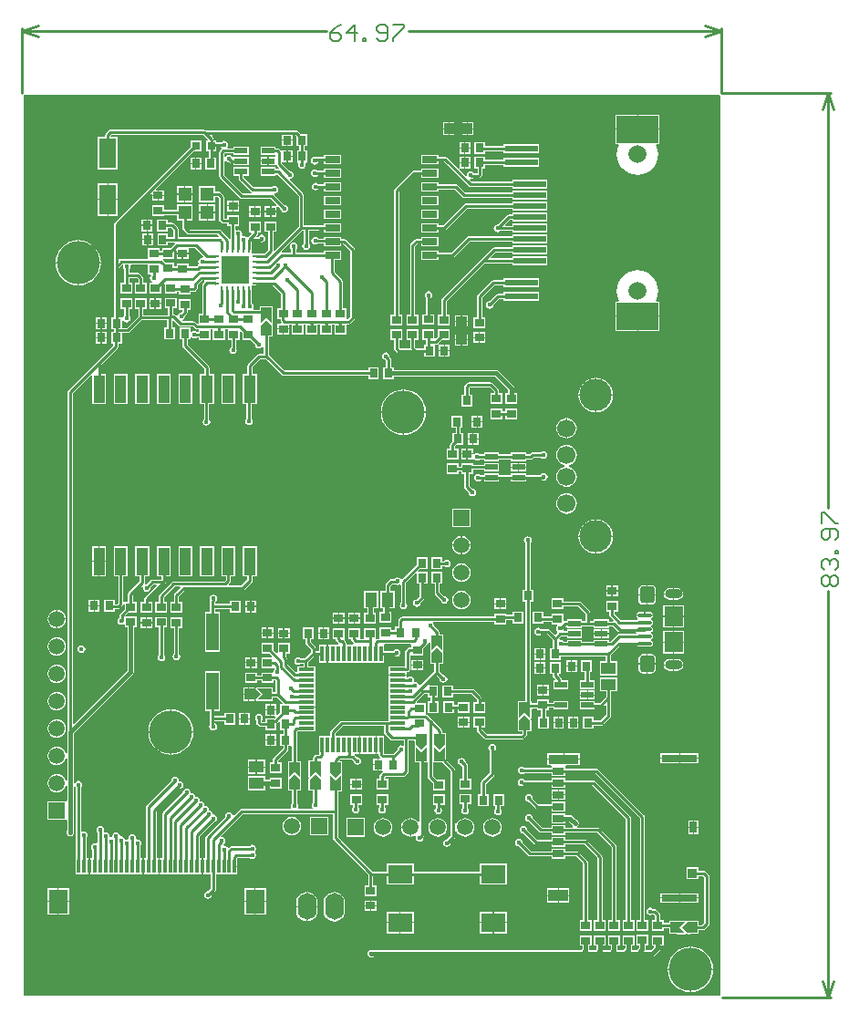
<source format=gtl>
G04*
G04 #@! TF.GenerationSoftware,Altium Limited,Altium Designer,20.1.11 (218)*
G04*
G04 Layer_Physical_Order=1*
G04 Layer_Color=255*
%FSLAX24Y24*%
%MOIN*%
G70*
G04*
G04 #@! TF.SameCoordinates,FE305F3D-5073-4B85-8CB4-D00664FC1F7A*
G04*
G04*
G04 #@! TF.FilePolarity,Positive*
G04*
G01*
G75*
%ADD14R,0.0354X0.0315*%
%ADD15R,0.0472X0.0236*%
%ADD16R,0.0300X0.0300*%
%ADD17R,0.0512X0.0512*%
%ADD18R,0.0630X0.1102*%
%ADD19R,0.0315X0.0354*%
%ADD20R,0.0400X0.0320*%
%ADD21R,0.0320X0.0400*%
%ADD22R,0.0315X0.0354*%
%ADD23R,0.0551X0.0433*%
%ADD24R,0.0453X0.0236*%
%ADD25R,0.0906X0.0709*%
%ADD26R,0.1535X0.0984*%
%ADD27R,0.1201X0.0240*%
%ADD28R,0.0433X0.1024*%
%ADD29R,0.0551X0.0252*%
%ADD30R,0.0433X0.0551*%
%ADD31R,0.0472X0.1378*%
%ADD32R,0.0581X0.0118*%
%ADD33R,0.0118X0.0581*%
%ADD34R,0.0433X0.0276*%
%ADD35R,0.0720X0.0449*%
%ADD36R,0.1102X0.0339*%
%ADD37R,0.1311X0.0276*%
%ADD38R,0.0366X0.0354*%
%ADD39R,0.0307X0.0413*%
%ADD40R,0.0118X0.0512*%
%ADD41R,0.0709X0.0866*%
%ADD42R,0.0272X0.0110*%
%ADD43R,0.0984X0.0984*%
%ADD44R,0.0110X0.0272*%
%ADD45O,0.0531X0.0157*%
%ADD46R,0.0709X0.0748*%
G04:AMPARAMS|DCode=47|XSize=63mil|YSize=55.1mil|CornerRadius=13.8mil|HoleSize=0mil|Usage=FLASHONLY|Rotation=270.000|XOffset=0mil|YOffset=0mil|HoleType=Round|Shape=RoundedRectangle|*
%AMROUNDEDRECTD47*
21,1,0.0630,0.0276,0,0,270.0*
21,1,0.0354,0.0551,0,0,270.0*
1,1,0.0276,-0.0138,-0.0177*
1,1,0.0276,-0.0138,0.0177*
1,1,0.0276,0.0138,0.0177*
1,1,0.0276,0.0138,-0.0177*
%
%ADD47ROUNDEDRECTD47*%
%ADD94C,0.0100*%
%ADD95C,0.0150*%
%ADD96C,0.0060*%
%ADD97C,0.0669*%
%ADD98C,0.1181*%
%ADD99C,0.0591*%
%ADD100R,0.0591X0.0591*%
%ADD101R,0.0591X0.0591*%
%ADD102O,0.0689X0.0984*%
%ADD103C,0.0656*%
%ADD104C,0.1575*%
%ADD105O,0.0630X0.0354*%
%ADD106C,0.0177*%
%ADD107C,0.0500*%
%ADD108C,0.0260*%
G36*
X48160Y46163D02*
Y45640D01*
X48160Y13280D01*
X22710D01*
X22710Y46210D01*
X48113Y46210D01*
X48160Y46163D01*
D02*
G37*
%LPC*%
G36*
X38455Y44985D02*
X38450Y44980D01*
X38455D01*
Y44985D01*
D02*
G37*
G36*
Y45200D02*
X38275D01*
Y44980D01*
X38330D01*
Y45160D01*
X38455D01*
Y45200D01*
D02*
G37*
G36*
X39130D02*
X38950D01*
Y44980D01*
X39130D01*
Y45200D01*
D02*
G37*
G36*
X38910D02*
X38730D01*
Y45160D01*
X38830D01*
Y44980D01*
X38910D01*
Y45200D01*
D02*
G37*
G36*
X38235D02*
X38055D01*
Y44980D01*
X38235D01*
Y45200D01*
D02*
G37*
G36*
X45954Y45476D02*
X45167D01*
Y44963D01*
X45954D01*
Y45476D01*
D02*
G37*
G36*
X45127D02*
X44339D01*
Y44963D01*
X45127D01*
Y45476D01*
D02*
G37*
G36*
X38455Y44940D02*
X38450D01*
X38455Y44935D01*
Y44940D01*
D02*
G37*
G36*
X39130D02*
X38950D01*
Y44720D01*
X39130D01*
Y44940D01*
D02*
G37*
G36*
X38910D02*
X38830D01*
Y44760D01*
X38730D01*
Y44720D01*
X38910D01*
Y44940D01*
D02*
G37*
G36*
X38330D02*
X38275D01*
Y44720D01*
X38455D01*
Y44760D01*
X38330D01*
Y44940D01*
D02*
G37*
G36*
X38235D02*
X38055D01*
Y44720D01*
X38235D01*
Y44940D01*
D02*
G37*
G36*
X32526Y44530D02*
X32349D01*
Y44333D01*
X32526D01*
Y44530D01*
D02*
G37*
G36*
X32309D02*
X32131D01*
Y44333D01*
X32309D01*
Y44530D01*
D02*
G37*
G36*
X39035Y44470D02*
X38858D01*
Y44273D01*
X39035D01*
Y44470D01*
D02*
G37*
G36*
X38818D02*
X38640D01*
Y44273D01*
X38818D01*
Y44470D01*
D02*
G37*
G36*
X39586D02*
X39191D01*
Y44035D01*
X39586D01*
Y44135D01*
X40254D01*
Y44067D01*
X41535D01*
Y44387D01*
X40254D01*
Y44319D01*
X39586D01*
Y44470D01*
D02*
G37*
G36*
X39035Y44233D02*
X38858D01*
Y44035D01*
X39035D01*
Y44233D01*
D02*
G37*
G36*
X38818D02*
X38640D01*
Y44035D01*
X38818D01*
Y44233D01*
D02*
G37*
G36*
X32536Y44177D02*
X32359D01*
Y43980D01*
X32536D01*
Y44177D01*
D02*
G37*
G36*
X34310Y44016D02*
X33679D01*
Y43942D01*
X33431D01*
X33396Y43935D01*
X33381Y43925D01*
X33350Y43931D01*
X33296Y43921D01*
X33250Y43890D01*
X33219Y43844D01*
X33209Y43790D01*
X33219Y43736D01*
X33250Y43690D01*
X33296Y43659D01*
X33350Y43649D01*
X33404Y43659D01*
X33450Y43690D01*
X33481Y43736D01*
X33485Y43758D01*
X33679D01*
Y43684D01*
X34310D01*
Y44016D01*
D02*
G37*
G36*
X31622Y43938D02*
X31366D01*
Y43800D01*
X31622D01*
Y43938D01*
D02*
G37*
G36*
X39032Y43947D02*
X38854D01*
Y43750D01*
X39032D01*
Y43947D01*
D02*
G37*
G36*
X38814D02*
X38637D01*
Y43750D01*
X38814D01*
Y43947D01*
D02*
G37*
G36*
X32536Y43940D02*
X32359D01*
Y43743D01*
X32536D01*
Y43940D01*
D02*
G37*
G36*
X29202Y43907D02*
X29024D01*
Y43710D01*
X29202D01*
Y43907D01*
D02*
G37*
G36*
X28984D02*
X28807D01*
Y43710D01*
X28984D01*
Y43907D01*
D02*
G37*
G36*
X31622Y43760D02*
X31366D01*
Y43622D01*
X31622D01*
Y43760D01*
D02*
G37*
G36*
X37861Y44016D02*
X37230D01*
Y43684D01*
X37861D01*
Y43758D01*
X38072D01*
X38965Y42865D01*
X38995Y42845D01*
X39030Y42838D01*
X40569D01*
Y42770D01*
X41850D01*
Y43090D01*
X40569D01*
Y43022D01*
X39068D01*
X39015Y43075D01*
X39040Y43121D01*
X39050Y43119D01*
X39104Y43129D01*
X39147Y43158D01*
X39327D01*
X39362Y43165D01*
X39392Y43185D01*
X39450Y43244D01*
X39470Y43273D01*
X39477Y43309D01*
Y43513D01*
X39583D01*
Y43635D01*
X40254D01*
Y43567D01*
X41535D01*
Y43887D01*
X40254D01*
Y43819D01*
X39583D01*
Y43947D01*
X39188D01*
Y43513D01*
X39294D01*
Y43347D01*
X39289Y43342D01*
X39162D01*
X39150Y43360D01*
X39104Y43391D01*
X39050Y43401D01*
X38996Y43391D01*
X38950Y43360D01*
X38919Y43314D01*
X38909Y43260D01*
X38911Y43250D01*
X38865Y43225D01*
X38620Y43470D01*
X38648Y43513D01*
X38682Y43513D01*
X38814D01*
Y43710D01*
X38637D01*
Y43562D01*
X38637Y43524D01*
X38594Y43496D01*
X38175Y43915D01*
X38145Y43935D01*
X38110Y43942D01*
X37861D01*
Y44016D01*
D02*
G37*
G36*
X39032Y43710D02*
X38854D01*
Y43513D01*
X39032D01*
Y43710D01*
D02*
G37*
G36*
X29320Y44922D02*
X25860D01*
X25825Y44915D01*
X25795Y44895D01*
X25715Y44815D01*
X25695Y44785D01*
X25688Y44750D01*
Y44658D01*
X25425D01*
Y43475D01*
X26135D01*
Y44658D01*
X25872D01*
Y44712D01*
X25898Y44738D01*
X29282D01*
X29450Y44570D01*
X29430Y44520D01*
X29375D01*
Y44140D01*
X29473D01*
Y43907D01*
X29358D01*
Y43473D01*
X29753D01*
Y43907D01*
X29657D01*
Y44140D01*
X29755D01*
Y44288D01*
X29905D01*
X29938Y44244D01*
X29935Y44216D01*
X29885Y44166D01*
X29865Y44137D01*
X29858Y44101D01*
Y43230D01*
X29865Y43195D01*
X29885Y43165D01*
X30615Y42435D01*
X30645Y42415D01*
X30680Y42408D01*
X31732D01*
X31957Y42183D01*
X31936Y42133D01*
X31916Y42133D01*
X31760D01*
Y41956D01*
X31957D01*
Y42088D01*
X31957Y42112D01*
X32007Y42133D01*
X32091Y42050D01*
X32089Y42040D01*
X32099Y41986D01*
X32130Y41940D01*
X32176Y41909D01*
X32230Y41899D01*
X32284Y41909D01*
X32330Y41940D01*
X32361Y41986D01*
X32371Y42040D01*
X32361Y42094D01*
X32330Y42140D01*
X32284Y42171D01*
X32230Y42181D01*
X32220Y42179D01*
X31860Y42540D01*
X31865Y42562D01*
X31880Y42591D01*
X31924Y42599D01*
X31970Y42630D01*
X32001Y42676D01*
X32011Y42730D01*
X32001Y42784D01*
X31970Y42830D01*
X31924Y42861D01*
X31870Y42871D01*
X31816Y42861D01*
X31770Y42830D01*
X31765Y42822D01*
X31098D01*
X30750Y43170D01*
Y43248D01*
X30934D01*
Y43564D01*
X30382D01*
Y43248D01*
X30566D01*
Y43132D01*
X30573Y43097D01*
X30593Y43067D01*
X30995Y42665D01*
X31025Y42645D01*
X31042Y42642D01*
X31037Y42592D01*
X30718D01*
X30042Y43268D01*
Y43773D01*
X30088Y43803D01*
X30092Y43802D01*
X30120Y43760D01*
X30166Y43729D01*
X30220Y43719D01*
X30230Y43721D01*
X30230Y43720D01*
X30260Y43700D01*
X30295Y43693D01*
X30382D01*
Y43622D01*
X30934D01*
Y43938D01*
X30382D01*
X30382Y43938D01*
Y43938D01*
X30333Y43941D01*
X30320Y43960D01*
X30274Y43991D01*
X30220Y44001D01*
X30166Y43991D01*
X30120Y43960D01*
X30092Y43918D01*
X30088Y43917D01*
X30042Y43947D01*
Y44063D01*
X30047Y44068D01*
X30382D01*
Y43996D01*
X30934D01*
Y44312D01*
X30382D01*
Y44252D01*
X30171D01*
X30144Y44302D01*
X30161Y44326D01*
X30171Y44380D01*
X30161Y44434D01*
X30130Y44480D01*
X30084Y44511D01*
X30030Y44521D01*
X29976Y44511D01*
X29930Y44480D01*
X29925Y44472D01*
X29755D01*
Y44520D01*
X29657D01*
Y44585D01*
X29650Y44620D01*
X29630Y44650D01*
X29601Y44679D01*
X29620Y44725D01*
X32131D01*
Y44570D01*
X32329D01*
X32526D01*
Y44725D01*
X32631D01*
X32681Y44676D01*
Y44657D01*
X32683Y44649D01*
Y44333D01*
X32788D01*
Y44177D01*
X32693D01*
Y43743D01*
X32722D01*
X32749Y43694D01*
X32749Y43693D01*
X32739Y43640D01*
X32749Y43586D01*
X32780Y43540D01*
X32826Y43509D01*
X32880Y43499D01*
X32934Y43509D01*
X32980Y43540D01*
X33011Y43586D01*
X33021Y43640D01*
X33011Y43693D01*
X33011Y43694D01*
X33038Y43743D01*
X33087D01*
Y44177D01*
X32972D01*
Y44333D01*
X33077D01*
Y44767D01*
X32845D01*
X32837Y44779D01*
X32734Y44882D01*
X32704Y44902D01*
X32669Y44909D01*
X29364D01*
X29355Y44915D01*
X29320Y44922D01*
D02*
G37*
G36*
X29202Y43670D02*
X29024D01*
Y43473D01*
X29202D01*
Y43670D01*
D02*
G37*
G36*
X28984D02*
X28807D01*
Y43473D01*
X28984D01*
Y43670D01*
D02*
G37*
G36*
X34310Y43516D02*
X33679D01*
Y43437D01*
X33452D01*
X33450Y43440D01*
X33404Y43471D01*
X33350Y43481D01*
X33296Y43471D01*
X33250Y43440D01*
X33219Y43394D01*
X33209Y43340D01*
X33219Y43286D01*
X33250Y43240D01*
X33296Y43209D01*
X33350Y43199D01*
X33404Y43209D01*
X33450Y43240D01*
X33459Y43253D01*
X33679D01*
Y43184D01*
X34310D01*
Y43516D01*
D02*
G37*
G36*
X45954Y44923D02*
X45147D01*
X44339D01*
Y44411D01*
X44447D01*
X44473Y44368D01*
X44447Y44320D01*
X44404Y44178D01*
X44389Y44030D01*
X44404Y43882D01*
X44447Y43740D01*
X44517Y43609D01*
X44611Y43494D01*
X44726Y43400D01*
X44857Y43330D01*
X44999Y43287D01*
X45147Y43272D01*
X45294Y43287D01*
X45437Y43330D01*
X45568Y43400D01*
X45682Y43494D01*
X45777Y43609D01*
X45847Y43740D01*
X45890Y43882D01*
X45904Y44030D01*
X45890Y44178D01*
X45847Y44320D01*
X45821Y44368D01*
X45846Y44411D01*
X45954D01*
Y44923D01*
D02*
G37*
G36*
X37861Y43516D02*
X37230D01*
Y43442D01*
X36980D01*
X36945Y43435D01*
X36915Y43415D01*
X36275Y42775D01*
X36255Y42745D01*
X36248Y42710D01*
Y38173D01*
X36123D01*
Y37778D01*
X36557D01*
Y38173D01*
X36432D01*
Y42672D01*
X37018Y43258D01*
X37230D01*
Y43184D01*
X37861D01*
Y43516D01*
D02*
G37*
G36*
X34310Y43016D02*
X33679D01*
Y42942D01*
X33485D01*
X33480Y42950D01*
X33434Y42981D01*
X33380Y42991D01*
X33326Y42981D01*
X33280Y42950D01*
X33249Y42904D01*
X33239Y42850D01*
X33249Y42796D01*
X33280Y42750D01*
X33326Y42719D01*
X33380Y42709D01*
X33434Y42719D01*
X33480Y42750D01*
X33485Y42758D01*
X33679D01*
Y42684D01*
X34310D01*
Y43016D01*
D02*
G37*
G36*
X28889Y42866D02*
X28613D01*
Y42590D01*
X28889D01*
Y42866D01*
D02*
G37*
G36*
X28573D02*
X28297D01*
Y42590D01*
X28573D01*
Y42866D01*
D02*
G37*
G36*
X27837Y42717D02*
X27640D01*
Y42540D01*
X27837D01*
Y42717D01*
D02*
G37*
G36*
X26135Y42965D02*
X25800D01*
Y42394D01*
X26135D01*
Y42965D01*
D02*
G37*
G36*
X25760D02*
X25425D01*
Y42394D01*
X25760D01*
Y42965D01*
D02*
G37*
G36*
X37861Y43016D02*
X37230D01*
Y42684D01*
X37861D01*
Y42748D01*
X38472D01*
X38755Y42465D01*
X38785Y42445D01*
X38820Y42438D01*
X40569D01*
Y42370D01*
X41850D01*
Y42690D01*
X40569D01*
Y42622D01*
X38858D01*
X38575Y42905D01*
X38545Y42925D01*
X38510Y42932D01*
X37861D01*
Y43016D01*
D02*
G37*
G36*
X27837Y42500D02*
X27640D01*
Y42323D01*
X27837D01*
Y42500D01*
D02*
G37*
G36*
X27600D02*
X27403D01*
Y42323D01*
X27600D01*
Y42500D01*
D02*
G37*
G36*
X28889Y42550D02*
X28613D01*
Y42274D01*
X28889D01*
Y42550D01*
D02*
G37*
G36*
X28573D02*
X28297D01*
Y42274D01*
X28573D01*
Y42550D01*
D02*
G37*
G36*
X37861Y42516D02*
X37230D01*
Y42184D01*
X37861D01*
Y42516D01*
D02*
G37*
G36*
X34310D02*
X33679D01*
Y42184D01*
X34310D01*
Y42516D01*
D02*
G37*
G36*
X30577Y42339D02*
X30380D01*
Y42161D01*
X30577D01*
Y42339D01*
D02*
G37*
G36*
X30340D02*
X30143D01*
Y42161D01*
X30340D01*
Y42339D01*
D02*
G37*
G36*
X41850Y42290D02*
X40569D01*
Y42222D01*
X38860D01*
X38825Y42215D01*
X38795Y42195D01*
X38042Y41442D01*
X37861D01*
Y41516D01*
X37230D01*
Y41184D01*
X37861D01*
Y41258D01*
X38080D01*
X38115Y41265D01*
X38145Y41285D01*
X38898Y42038D01*
X40569D01*
Y41970D01*
X41850D01*
Y42290D01*
D02*
G37*
G36*
X31720Y42133D02*
X31523D01*
Y41956D01*
X31720D01*
Y42133D01*
D02*
G37*
G36*
X31387Y42129D02*
X31190D01*
Y41951D01*
X31387D01*
Y42129D01*
D02*
G37*
G36*
X31150D02*
X30953D01*
Y41951D01*
X31150D01*
Y42129D01*
D02*
G37*
G36*
X30577Y42121D02*
X30380D01*
Y41944D01*
X30577D01*
Y42121D01*
D02*
G37*
G36*
X30340D02*
X30143D01*
Y41944D01*
X30340D01*
Y42121D01*
D02*
G37*
G36*
X29716Y42197D02*
X29440D01*
Y41921D01*
X29716D01*
Y42197D01*
D02*
G37*
G36*
X29400D02*
X29124D01*
Y41921D01*
X29400D01*
Y42197D01*
D02*
G37*
G36*
X26135Y42354D02*
X25800D01*
Y41782D01*
X26135D01*
Y42354D01*
D02*
G37*
G36*
X25760D02*
X25425D01*
Y41782D01*
X25760D01*
Y42354D01*
D02*
G37*
G36*
X31957Y41916D02*
X31760D01*
Y41738D01*
X31957D01*
Y41916D01*
D02*
G37*
G36*
X31720D02*
X31523D01*
Y41738D01*
X31720D01*
Y41916D01*
D02*
G37*
G36*
X31387Y41911D02*
X31190D01*
Y41734D01*
X31387D01*
Y41911D01*
D02*
G37*
G36*
X31150D02*
X30953D01*
Y41734D01*
X31150D01*
Y41911D01*
D02*
G37*
G36*
X37861Y42016D02*
X37230D01*
Y41684D01*
X37861D01*
Y42016D01*
D02*
G37*
G36*
X34310D02*
X33679D01*
Y41684D01*
X34310D01*
Y42016D01*
D02*
G37*
G36*
X29716Y41881D02*
X29440D01*
Y41605D01*
X29716D01*
Y41881D01*
D02*
G37*
G36*
X29400D02*
X29124D01*
Y41605D01*
X29400D01*
Y41881D01*
D02*
G37*
G36*
X41850Y41890D02*
X40569D01*
Y41822D01*
X40440D01*
X40405Y41815D01*
X40375Y41795D01*
X40040Y41459D01*
X40030Y41461D01*
X39976Y41451D01*
X39930Y41420D01*
X39899Y41374D01*
X39889Y41320D01*
X39899Y41266D01*
X39930Y41220D01*
X39976Y41189D01*
X40030Y41179D01*
X40084Y41189D01*
X40130Y41220D01*
X40139Y41233D01*
X40569D01*
Y41170D01*
X41850D01*
Y41490D01*
X40569D01*
Y41417D01*
X40322D01*
X40303Y41463D01*
X40478Y41638D01*
X40569D01*
Y41570D01*
X41850D01*
Y41890D01*
D02*
G37*
G36*
X27416Y41650D02*
X27239D01*
Y41453D01*
X27416D01*
Y41650D01*
D02*
G37*
G36*
X27199D02*
X27021D01*
Y41453D01*
X27199D01*
Y41650D01*
D02*
G37*
G36*
X27416Y41413D02*
X27239D01*
Y41215D01*
X27416D01*
Y41413D01*
D02*
G37*
G36*
X27199D02*
X27021D01*
Y41215D01*
X27199D01*
Y41413D01*
D02*
G37*
G36*
X29205Y44520D02*
X28825D01*
Y44309D01*
X28803Y44295D01*
X26031Y41522D01*
X26011Y41493D01*
X26004Y41458D01*
Y39916D01*
Y38060D01*
X25898D01*
Y37625D01*
X26004D01*
Y37547D01*
X25898D01*
Y37113D01*
X25978D01*
Y37028D01*
X25401Y36451D01*
X24345Y35395D01*
X24325Y35365D01*
X24318Y35330D01*
Y22980D01*
X24302Y22955D01*
X24293Y22910D01*
Y22147D01*
X24243Y22137D01*
X24213Y22209D01*
X24159Y22279D01*
X24089Y22333D01*
X24008Y22367D01*
X23920Y22378D01*
X23832Y22367D01*
X23751Y22333D01*
X23681Y22279D01*
X23627Y22209D01*
X23593Y22128D01*
X23582Y22040D01*
X23593Y21952D01*
X23627Y21871D01*
X23681Y21801D01*
X23751Y21747D01*
X23832Y21713D01*
X23920Y21702D01*
X24008Y21713D01*
X24089Y21747D01*
X24159Y21801D01*
X24213Y21871D01*
X24243Y21943D01*
X24293Y21933D01*
Y21147D01*
X24243Y21137D01*
X24213Y21209D01*
X24159Y21279D01*
X24089Y21333D01*
X24008Y21367D01*
X23920Y21378D01*
X23832Y21367D01*
X23751Y21333D01*
X23681Y21279D01*
X23627Y21209D01*
X23593Y21128D01*
X23582Y21040D01*
X23593Y20952D01*
X23627Y20871D01*
X23681Y20801D01*
X23751Y20747D01*
X23832Y20713D01*
X23920Y20702D01*
X24008Y20713D01*
X24089Y20747D01*
X24159Y20801D01*
X24213Y20871D01*
X24243Y20943D01*
X24293Y20933D01*
Y20406D01*
X24255Y20375D01*
X24243Y20375D01*
X23585D01*
Y19705D01*
X24243D01*
X24255Y19705D01*
X24293Y19674D01*
Y19314D01*
X24279Y19294D01*
X24269Y19240D01*
X24279Y19186D01*
X24310Y19140D01*
X24356Y19109D01*
X24410Y19099D01*
X24464Y19109D01*
X24510Y19140D01*
X24541Y19186D01*
X24551Y19240D01*
X24541Y19294D01*
X24527Y19314D01*
Y20932D01*
X24577Y20937D01*
X24579Y20926D01*
X24610Y20880D01*
X24618Y20875D01*
Y18290D01*
X24614D01*
Y17698D01*
X25087D01*
Y17994D01*
Y18290D01*
X25002D01*
Y19035D01*
X25010Y19040D01*
X25041Y19086D01*
X25051Y19140D01*
X25041Y19194D01*
X25010Y19240D01*
X24964Y19271D01*
X24910Y19281D01*
X24856Y19271D01*
X24852Y19268D01*
X24802Y19294D01*
Y20875D01*
X24810Y20880D01*
X24841Y20926D01*
X24851Y20980D01*
X24841Y21034D01*
X24810Y21080D01*
X24764Y21111D01*
X24710Y21121D01*
X24656Y21111D01*
X24610Y21080D01*
X24579Y21034D01*
X24577Y21023D01*
X24527Y21028D01*
Y22861D01*
X26693Y25027D01*
X26718Y25065D01*
X26727Y25110D01*
Y26727D01*
X26827D01*
Y27122D01*
X26437D01*
X26416Y27172D01*
X26523Y27278D01*
X26827D01*
Y27673D01*
X26702D01*
Y27912D01*
X27017Y28227D01*
X27063Y28203D01*
X27059Y28180D01*
X27069Y28126D01*
X27100Y28080D01*
X27146Y28049D01*
X27200Y28039D01*
X27254Y28049D01*
X27300Y28080D01*
X27331Y28126D01*
X27341Y28180D01*
X27339Y28190D01*
X27446Y28297D01*
X27541D01*
X27561Y28250D01*
X27135Y27825D01*
X27115Y27795D01*
X27108Y27760D01*
Y27653D01*
X26983D01*
Y27258D01*
X27417D01*
Y27653D01*
X27292D01*
Y27722D01*
X27893Y28323D01*
X27913Y28353D01*
X27920Y28388D01*
Y28599D01*
X28085D01*
Y29702D01*
X27572D01*
Y28599D01*
X27737D01*
Y28480D01*
X27408D01*
X27373Y28473D01*
X27343Y28453D01*
X27210Y28319D01*
X27200Y28321D01*
X27165Y28314D01*
X27148Y28328D01*
X27128Y28353D01*
X27127Y28354D01*
X27133Y28381D01*
Y28599D01*
X27297D01*
Y29702D01*
X26784D01*
Y28599D01*
X26949D01*
Y28419D01*
X26545Y28015D01*
X26525Y27985D01*
X26518Y27950D01*
Y27673D01*
X26395D01*
X26393Y27673D01*
X26345Y27679D01*
Y28599D01*
X26510D01*
Y29702D01*
X25997D01*
Y28599D01*
X26162D01*
Y27622D01*
X26122Y27582D01*
X26027D01*
Y27737D01*
X25633D01*
Y27303D01*
X26027D01*
Y27398D01*
X26160D01*
X26195Y27405D01*
X26225Y27425D01*
X26318Y27519D01*
X26338Y27548D01*
X26343Y27571D01*
X26393Y27566D01*
Y27408D01*
X26228Y27244D01*
X26209Y27214D01*
X26202Y27179D01*
Y27085D01*
X26179Y27070D01*
X26148Y27024D01*
X26137Y26970D01*
X26148Y26916D01*
X26179Y26870D01*
X26225Y26839D01*
X26279Y26829D01*
X26333Y26839D01*
X26343Y26846D01*
X26393Y26820D01*
Y26727D01*
X26493D01*
Y25159D01*
X24548Y23214D01*
X24502Y23233D01*
Y35292D01*
X25163Y35954D01*
X25210Y35935D01*
Y34898D01*
X25723D01*
Y36001D01*
X25558D01*
Y36348D01*
X26135Y36925D01*
X26155Y36955D01*
X26162Y36990D01*
Y37113D01*
X26293D01*
Y37495D01*
X26506D01*
X26541Y37501D01*
X26571Y37521D01*
X27018Y37968D01*
X27950D01*
Y37687D01*
X27857D01*
Y37253D01*
X28252D01*
Y37687D01*
X28134D01*
Y37936D01*
X28184Y37957D01*
X28375Y37765D01*
X28405Y37745D01*
X28440Y37738D01*
X28878D01*
X28962Y37655D01*
X28991Y37635D01*
X29026Y37628D01*
X29103D01*
Y37532D01*
X29055D01*
X29050Y37540D01*
X29004Y37571D01*
X28950Y37581D01*
X28896Y37571D01*
X28853Y37542D01*
X28837Y37545D01*
X28803Y37560D01*
Y37687D01*
X28408D01*
Y37253D01*
X28514D01*
Y37034D01*
X28521Y36999D01*
X28541Y36970D01*
X29311Y36199D01*
Y36001D01*
X29147D01*
Y34898D01*
X29298D01*
Y34355D01*
X29290Y34350D01*
X29259Y34304D01*
X29249Y34250D01*
X29259Y34196D01*
X29290Y34150D01*
X29336Y34119D01*
X29390Y34109D01*
X29444Y34119D01*
X29490Y34150D01*
X29521Y34196D01*
X29531Y34250D01*
X29521Y34304D01*
X29490Y34350D01*
X29482Y34355D01*
Y34898D01*
X29660D01*
Y36001D01*
X29495D01*
Y36237D01*
X29488Y36272D01*
X29468Y36302D01*
X28697Y37072D01*
Y37253D01*
X28803D01*
Y37320D01*
X28837Y37335D01*
X28853Y37338D01*
X28896Y37309D01*
X28950Y37299D01*
X29004Y37309D01*
X29050Y37340D01*
X29055Y37348D01*
X29103D01*
Y37244D01*
X29537D01*
Y37628D01*
X29625D01*
Y37244D01*
X30060D01*
Y37628D01*
X30173D01*
Y37244D01*
X30298D01*
Y36985D01*
X30260Y36960D01*
X30229Y36914D01*
X30219Y36860D01*
X30229Y36806D01*
X30260Y36760D01*
X30306Y36729D01*
X30360Y36719D01*
X30414Y36729D01*
X30460Y36760D01*
X30491Y36806D01*
X30501Y36860D01*
X30491Y36914D01*
X30482Y36927D01*
Y37244D01*
X30607D01*
Y37532D01*
X30653Y37551D01*
X30695Y37509D01*
Y37244D01*
X31000D01*
X31161Y37083D01*
X31159Y37070D01*
X31169Y37016D01*
X31200Y36970D01*
X31246Y36939D01*
X31300Y36929D01*
X31354Y36939D01*
X31400Y36970D01*
X31431Y37016D01*
X31436Y37044D01*
X31487Y37042D01*
X31488Y37040D01*
Y36725D01*
X31303D01*
X31268Y36718D01*
X31239Y36698D01*
X30913Y36373D01*
X30893Y36343D01*
X30886Y36308D01*
Y36001D01*
X30721D01*
Y34898D01*
X30858D01*
Y34365D01*
X30850Y34360D01*
X30819Y34314D01*
X30809Y34260D01*
X30819Y34206D01*
X30850Y34160D01*
X30896Y34129D01*
X30950Y34119D01*
X31004Y34129D01*
X31050Y34160D01*
X31081Y34206D01*
X31091Y34260D01*
X31081Y34314D01*
X31050Y34360D01*
X31042Y34365D01*
Y34898D01*
X31234D01*
Y36001D01*
X31070D01*
Y36270D01*
X31342Y36542D01*
X31558D01*
X32135Y35965D01*
X32165Y35945D01*
X32200Y35938D01*
X35297D01*
Y35813D01*
X35692D01*
Y36247D01*
X35297D01*
Y36122D01*
X32238D01*
X31672Y36688D01*
Y37380D01*
X31820D01*
Y37672D01*
X31823Y37680D01*
Y37780D01*
X31816Y37798D01*
X31811Y37849D01*
X31823Y37880D01*
Y38180D01*
X31820Y38188D01*
Y38455D01*
X31340D01*
Y38347D01*
X31120D01*
X31093Y38397D01*
X31096Y38401D01*
X31107Y38455D01*
X31096Y38509D01*
X31066Y38555D01*
X31039Y38573D01*
Y39057D01*
X31037Y39066D01*
Y39194D01*
X31037Y39223D01*
X31066Y39223D01*
X31374D01*
Y39226D01*
X31824D01*
X32106Y38945D01*
Y38387D01*
X31980D01*
Y37993D01*
X32098D01*
Y37969D01*
X32105Y37933D01*
X32125Y37904D01*
X32143Y37886D01*
X32122Y37836D01*
X31980D01*
Y37659D01*
X32415D01*
Y37818D01*
X32493D01*
Y37447D01*
X32927D01*
Y37818D01*
X33023D01*
Y37451D01*
X33457D01*
Y37818D01*
X33543D01*
Y37447D01*
X33977D01*
Y37818D01*
X34063D01*
Y37447D01*
X34497D01*
Y37818D01*
X34590D01*
X34625Y37825D01*
X34655Y37845D01*
X34795Y37985D01*
X34815Y38015D01*
X34822Y38050D01*
Y40530D01*
X34815Y40565D01*
X34795Y40595D01*
X34475Y40915D01*
X34445Y40935D01*
X34410Y40942D01*
X34310D01*
Y41016D01*
X33679D01*
Y40952D01*
X33472D01*
X33460Y40970D01*
X33414Y41001D01*
X33360Y41011D01*
X33306Y41001D01*
X33260Y40970D01*
X33229Y40924D01*
X33219Y40870D01*
X33229Y40816D01*
X33260Y40770D01*
X33306Y40739D01*
X33360Y40729D01*
X33414Y40739D01*
X33457Y40768D01*
X33679D01*
Y40684D01*
X34310D01*
Y40758D01*
X34372D01*
X34638Y40492D01*
Y38088D01*
X34552Y38002D01*
X34497D01*
Y38393D01*
X34372D01*
Y39380D01*
X34365Y39415D01*
X34345Y39445D01*
X34062Y39728D01*
Y40184D01*
X34310D01*
Y40516D01*
X33679D01*
Y40442D01*
X32672D01*
Y40565D01*
X32680Y40570D01*
X32711Y40616D01*
X32721Y40670D01*
X32711Y40724D01*
X32680Y40770D01*
X32634Y40801D01*
X32580Y40811D01*
X32526Y40801D01*
X32480Y40770D01*
X32449Y40724D01*
X32439Y40670D01*
X32449Y40616D01*
X32480Y40570D01*
X32488Y40565D01*
Y40442D01*
X32149D01*
X32127Y40491D01*
X32889Y41252D01*
X32948D01*
Y40792D01*
X32930Y40780D01*
X32899Y40734D01*
X32889Y40680D01*
X32899Y40626D01*
X32930Y40580D01*
X32976Y40549D01*
X33030Y40539D01*
X33084Y40549D01*
X33130Y40580D01*
X33161Y40626D01*
X33171Y40680D01*
X33161Y40734D01*
X33132Y40777D01*
Y41252D01*
X33502D01*
X33517Y41255D01*
X33679D01*
Y41184D01*
X34310D01*
Y41516D01*
X33679D01*
Y41439D01*
X33505D01*
X33490Y41436D01*
X32942D01*
Y42549D01*
X32935Y42585D01*
X32915Y42614D01*
X32440Y43090D01*
X32457Y43144D01*
X32484Y43149D01*
X32530Y43180D01*
X32561Y43226D01*
X32571Y43280D01*
X32561Y43334D01*
X32530Y43380D01*
X32484Y43411D01*
X32430Y43421D01*
X32420Y43419D01*
X32147Y43693D01*
X32154Y43743D01*
X32319D01*
Y43960D01*
Y44177D01*
X32141D01*
X32141Y44177D01*
Y44177D01*
X32093Y44182D01*
X32056Y44219D01*
X32027Y44239D01*
X31991Y44246D01*
X31918D01*
Y44312D01*
X31366D01*
Y43996D01*
X31918D01*
Y43984D01*
X31868Y43938D01*
X31662D01*
Y43780D01*
Y43622D01*
X31915D01*
X31918Y43622D01*
X31934Y43623D01*
X31968Y43621D01*
X31985Y43595D01*
X32044Y43537D01*
X32016Y43493D01*
X31994Y43498D01*
X31918D01*
Y43564D01*
X31366D01*
Y43248D01*
X31918D01*
Y43284D01*
X31968Y43302D01*
X32759Y42511D01*
Y41382D01*
X31882Y40505D01*
X31832Y40526D01*
Y41187D01*
X31957D01*
Y41582D01*
X31523D01*
Y41187D01*
X31648D01*
Y40538D01*
X31504Y40394D01*
X31374D01*
Y40397D01*
X31066D01*
X31037Y40397D01*
X31037Y40426D01*
Y40734D01*
X31034D01*
Y40820D01*
X31355D01*
X31356Y40819D01*
X31410Y40809D01*
X31464Y40819D01*
X31510Y40850D01*
X31541Y40896D01*
X31551Y40950D01*
X31541Y41004D01*
X31510Y41050D01*
X31464Y41081D01*
X31410Y41091D01*
X31356Y41081D01*
X31310Y41050D01*
X31279Y41004D01*
X31279Y41004D01*
X31229D01*
X31210Y41050D01*
X31245Y41085D01*
X31265Y41115D01*
X31272Y41150D01*
Y41183D01*
X31387D01*
Y41577D01*
X30953D01*
Y41183D01*
X31017D01*
X31037Y41136D01*
X30904Y41004D01*
X30840Y41009D01*
X30840Y41010D01*
X30794Y41041D01*
X30740Y41051D01*
X30726Y41048D01*
X30687Y41092D01*
X30693Y41120D01*
X30682Y41174D01*
X30651Y41220D01*
X30605Y41251D01*
X30551Y41261D01*
X30497Y41251D01*
X30493Y41248D01*
X30443Y41275D01*
Y41393D01*
X30577D01*
Y41787D01*
X30143D01*
Y41682D01*
X30037D01*
X30032Y41687D01*
Y42470D01*
X30025Y42505D01*
X30005Y42535D01*
X29905Y42635D01*
X29875Y42655D01*
X29840Y42662D01*
X29716D01*
Y42866D01*
X29124D01*
Y42274D01*
X29716D01*
Y42478D01*
X29802D01*
X29848Y42432D01*
Y41649D01*
X29855Y41613D01*
X29875Y41584D01*
X29934Y41525D01*
X29963Y41505D01*
X29999Y41498D01*
X30143D01*
Y41393D01*
X30260D01*
Y40959D01*
X30248Y40951D01*
X30210Y40940D01*
X29895Y41255D01*
X29865Y41275D01*
X29830Y41282D01*
X28788D01*
X28685Y41385D01*
Y41605D01*
X28889D01*
Y42197D01*
X28297D01*
Y41992D01*
X27837D01*
Y42166D01*
X27403D01*
Y41771D01*
X27837D01*
Y41809D01*
X28297D01*
Y41605D01*
X28501D01*
Y41347D01*
X28508Y41312D01*
X28528Y41282D01*
X28685Y41125D01*
X28715Y41105D01*
X28750Y41098D01*
X29792D01*
X29838Y41052D01*
X29818Y41002D01*
X28362D01*
Y41310D01*
X28355Y41345D01*
X28335Y41375D01*
X28212Y41497D01*
X28183Y41517D01*
X28147Y41524D01*
X27967D01*
Y41650D01*
X27573D01*
Y41215D01*
X27967D01*
Y41341D01*
X28109D01*
X28178Y41272D01*
Y41002D01*
X27987D01*
Y41127D01*
X27593D01*
Y40693D01*
X27987D01*
Y40818D01*
X28222D01*
X28237Y40768D01*
X28232Y40765D01*
X28075Y40607D01*
X27770D01*
Y40492D01*
X27682D01*
Y40597D01*
X27248D01*
X27248Y40203D01*
X27198Y40202D01*
X26290D01*
X26255Y40195D01*
X26237Y40183D01*
X26187Y40202D01*
Y41420D01*
X27357Y42589D01*
X27403Y42570D01*
Y42540D01*
X27600D01*
Y42717D01*
X27551D01*
X27532Y42764D01*
X28906Y44138D01*
X28915D01*
X28924Y44140D01*
X29205D01*
Y44520D01*
D02*
G37*
G36*
X27436Y41127D02*
X27259D01*
Y40930D01*
X27436D01*
Y41127D01*
D02*
G37*
G36*
X27219D02*
X27041D01*
Y40930D01*
X27219D01*
Y41127D01*
D02*
G37*
G36*
X41850Y41090D02*
X40569D01*
Y41022D01*
X38960D01*
X38925Y41015D01*
X38895Y40995D01*
X38342Y40442D01*
X37861D01*
Y40516D01*
X37230D01*
Y40184D01*
X37861D01*
Y40258D01*
X38380D01*
X38415Y40265D01*
X38445Y40285D01*
X38998Y40838D01*
X40569D01*
Y40770D01*
X41850D01*
Y41090D01*
D02*
G37*
G36*
X27436Y40890D02*
X27259D01*
Y40693D01*
X27436D01*
Y40890D01*
D02*
G37*
G36*
X27219D02*
X27041D01*
Y40693D01*
X27219D01*
Y40890D01*
D02*
G37*
G36*
X37861Y41016D02*
X37230D01*
Y40942D01*
X37070D01*
X37035Y40935D01*
X37005Y40915D01*
X36858Y40767D01*
X36838Y40738D01*
X36831Y40703D01*
Y38173D01*
X36705D01*
Y37778D01*
X37140D01*
Y38173D01*
X37014D01*
Y40665D01*
X37108Y40758D01*
X37230D01*
Y40684D01*
X37861D01*
Y41016D01*
D02*
G37*
G36*
X41850Y40690D02*
X40569D01*
Y40622D01*
X39900D01*
X39865Y40615D01*
X39835Y40595D01*
X39435Y40195D01*
X39435Y40195D01*
X38003Y38763D01*
X37983Y38733D01*
X37976Y38698D01*
Y38173D01*
X37850D01*
Y37778D01*
X38285D01*
Y38173D01*
X38159D01*
Y38660D01*
X39538Y40038D01*
X40569D01*
Y39970D01*
X41850D01*
Y40290D01*
X40569D01*
Y40222D01*
X39787D01*
X39768Y40268D01*
X39938Y40438D01*
X40569D01*
Y40370D01*
X41850D01*
Y40690D01*
D02*
G37*
G36*
X24720Y40889D02*
Y40080D01*
X25529D01*
X25515Y40222D01*
X25468Y40378D01*
X25391Y40522D01*
X25288Y40648D01*
X25162Y40751D01*
X25018Y40828D01*
X24862Y40875D01*
X24720Y40889D01*
D02*
G37*
G36*
X24680D02*
X24538Y40875D01*
X24382Y40828D01*
X24238Y40751D01*
X24112Y40648D01*
X24009Y40522D01*
X23932Y40378D01*
X23885Y40222D01*
X23871Y40080D01*
X24680D01*
Y40889D01*
D02*
G37*
G36*
X25529Y40040D02*
X24720D01*
Y39231D01*
X24862Y39245D01*
X25018Y39292D01*
X25162Y39369D01*
X25288Y39472D01*
X25391Y39598D01*
X25468Y39742D01*
X25515Y39898D01*
X25529Y40040D01*
D02*
G37*
G36*
X24680D02*
X23871D01*
X23885Y39898D01*
X23932Y39742D01*
X24009Y39598D01*
X24112Y39472D01*
X24238Y39369D01*
X24382Y39292D01*
X24538Y39245D01*
X24680Y39231D01*
Y40040D01*
D02*
G37*
G36*
X41535Y39493D02*
X40254D01*
Y39425D01*
X39878D01*
X39843Y39418D01*
X39814Y39398D01*
X39309Y38893D01*
X39289Y38863D01*
X39282Y38828D01*
Y38079D01*
X39153D01*
Y37684D01*
X39587D01*
Y38079D01*
X39465D01*
Y38790D01*
X39916Y39241D01*
X40254D01*
Y39173D01*
X41535D01*
Y39493D01*
D02*
G37*
G36*
Y38993D02*
X40254D01*
Y38925D01*
X40053D01*
X40018Y38918D01*
X39988Y38898D01*
X39750Y38659D01*
X39740Y38661D01*
X39686Y38651D01*
X39640Y38620D01*
X39609Y38574D01*
X39599Y38520D01*
X39609Y38466D01*
X39640Y38420D01*
X39686Y38389D01*
X39740Y38379D01*
X39794Y38389D01*
X39840Y38420D01*
X39871Y38466D01*
X39881Y38520D01*
X39879Y38530D01*
X40091Y38741D01*
X40254D01*
Y38673D01*
X41535D01*
Y38993D01*
D02*
G37*
G36*
X45147Y39788D02*
X44999Y39773D01*
X44857Y39730D01*
X44726Y39660D01*
X44611Y39566D01*
X44517Y39451D01*
X44447Y39320D01*
X44404Y39178D01*
X44389Y39030D01*
X44404Y38882D01*
X44447Y38740D01*
X44473Y38692D01*
X44447Y38649D01*
X44339D01*
Y38137D01*
X45147D01*
X45954D01*
Y38649D01*
X45846D01*
X45821Y38692D01*
X45847Y38740D01*
X45890Y38882D01*
X45904Y39030D01*
X45890Y39178D01*
X45847Y39320D01*
X45777Y39451D01*
X45682Y39566D01*
X45568Y39660D01*
X45437Y39730D01*
X45294Y39773D01*
X45147Y39788D01*
D02*
G37*
G36*
X38949Y38125D02*
X38729D01*
Y37945D01*
X38949D01*
Y38125D01*
D02*
G37*
G36*
X38689D02*
X38469D01*
Y37945D01*
X38689D01*
Y38125D01*
D02*
G37*
G36*
X25742Y38060D02*
X25564D01*
Y37863D01*
X25742D01*
Y38060D01*
D02*
G37*
G36*
X25524D02*
X25347D01*
Y37863D01*
X25524D01*
Y38060D01*
D02*
G37*
G36*
X37510Y39021D02*
X37456Y39011D01*
X37410Y38980D01*
X37379Y38934D01*
X37369Y38880D01*
X37379Y38826D01*
X37403Y38790D01*
Y38183D01*
X37278D01*
Y37788D01*
X37712D01*
Y38183D01*
X37587D01*
Y38765D01*
X37610Y38780D01*
X37641Y38826D01*
X37651Y38880D01*
X37641Y38934D01*
X37610Y38980D01*
X37564Y39011D01*
X37510Y39021D01*
D02*
G37*
G36*
X38949Y37905D02*
X38729D01*
Y37825D01*
X38909D01*
Y37725D01*
X38949D01*
Y37905D01*
D02*
G37*
G36*
X38689D02*
X38469D01*
Y37725D01*
X38509D01*
Y37825D01*
X38689D01*
Y37905D01*
D02*
G37*
G36*
X25742Y37823D02*
X25564D01*
Y37625D01*
X25742D01*
Y37823D01*
D02*
G37*
G36*
X25524D02*
X25347D01*
Y37625D01*
X25524D01*
Y37823D01*
D02*
G37*
G36*
X45954Y38097D02*
X45167D01*
Y37584D01*
X45954D01*
Y38097D01*
D02*
G37*
G36*
X45127D02*
X44339D01*
Y37584D01*
X45127D01*
Y38097D01*
D02*
G37*
G36*
X38689Y37450D02*
X38684D01*
X38689Y37445D01*
Y37450D01*
D02*
G37*
G36*
X38734D02*
X38729D01*
Y37445D01*
X38734Y37450D01*
D02*
G37*
G36*
X32415Y37619D02*
X32217D01*
Y37441D01*
X32415D01*
Y37619D01*
D02*
G37*
G36*
X32177D02*
X31980D01*
Y37441D01*
X32177D01*
Y37619D01*
D02*
G37*
G36*
X39587Y37527D02*
X39390D01*
Y37350D01*
X39587D01*
Y37527D01*
D02*
G37*
G36*
X39350D02*
X39153D01*
Y37350D01*
X39350D01*
Y37527D01*
D02*
G37*
G36*
X25742Y37547D02*
X25564D01*
Y37350D01*
X25742D01*
Y37547D01*
D02*
G37*
G36*
X25524D02*
X25347D01*
Y37350D01*
X25524D01*
Y37547D01*
D02*
G37*
G36*
X38949Y37450D02*
X38909D01*
Y37325D01*
X38729D01*
Y37270D01*
X38949D01*
Y37450D01*
D02*
G37*
G36*
X38509D02*
X38469D01*
Y37270D01*
X38689D01*
Y37325D01*
X38509D01*
Y37450D01*
D02*
G37*
G36*
X39587Y37310D02*
X39390D01*
Y37133D01*
X39587D01*
Y37310D01*
D02*
G37*
G36*
X39350D02*
X39153D01*
Y37133D01*
X39350D01*
Y37310D01*
D02*
G37*
G36*
X25742Y37310D02*
X25564D01*
Y37113D01*
X25742D01*
Y37310D01*
D02*
G37*
G36*
X25524D02*
X25347D01*
Y37113D01*
X25524D01*
Y37310D01*
D02*
G37*
G36*
X38949Y37230D02*
X38729D01*
Y37050D01*
X38949D01*
Y37230D01*
D02*
G37*
G36*
X38689D02*
X38469D01*
Y37050D01*
X38689D01*
Y37230D01*
D02*
G37*
G36*
X37712Y37632D02*
X37278D01*
Y37237D01*
X37403D01*
Y37067D01*
X37331D01*
Y36942D01*
X37048D01*
X37012Y36978D01*
Y37227D01*
X37140D01*
Y37622D01*
X36705D01*
Y37227D01*
X36828D01*
Y36942D01*
X36448D01*
X36432Y36958D01*
Y37227D01*
X36557D01*
Y37622D01*
X36123D01*
Y37227D01*
X36248D01*
Y36920D01*
X36255Y36885D01*
X36275Y36855D01*
X36345Y36785D01*
X36375Y36765D01*
X36410Y36758D01*
X37331D01*
Y36633D01*
X37726D01*
Y37067D01*
X37776Y37067D01*
X37783D01*
X37818Y37074D01*
X37842Y37091D01*
X37842Y37091D01*
X37827Y37081D01*
X37847Y37087D01*
X37868Y37073D01*
X37880Y37061D01*
X37883Y37051D01*
X37883Y37021D01*
Y36870D01*
X38060D01*
Y37067D01*
X37929Y37067D01*
X37914D01*
X37889Y37071D01*
X37876Y37089D01*
X37872Y37104D01*
X37874Y37121D01*
X37980Y37227D01*
X38285D01*
Y37622D01*
X37850D01*
Y37357D01*
X37762Y37268D01*
X37712Y37289D01*
Y37632D01*
D02*
G37*
G36*
X38100Y37067D02*
Y36870D01*
X38277D01*
Y37067D01*
X38100D01*
D02*
G37*
G36*
X38277Y36830D02*
X38100D01*
Y36633D01*
X38277D01*
Y36830D01*
D02*
G37*
G36*
X38060D02*
X37883D01*
Y36633D01*
X38060D01*
Y36830D01*
D02*
G37*
G36*
X43644Y35858D02*
Y35247D01*
X44255D01*
X44245Y35350D01*
X44209Y35469D01*
X44151Y35579D01*
X44072Y35675D01*
X43976Y35753D01*
X43866Y35812D01*
X43747Y35848D01*
X43644Y35858D01*
D02*
G37*
G36*
X43604Y35858D02*
X43500Y35848D01*
X43381Y35812D01*
X43272Y35753D01*
X43176Y35675D01*
X43097Y35579D01*
X43038Y35469D01*
X43002Y35350D01*
X42992Y35247D01*
X43604D01*
Y35858D01*
D02*
G37*
G36*
X35950Y36791D02*
X35896Y36781D01*
X35850Y36750D01*
X35819Y36704D01*
X35809Y36650D01*
X35819Y36596D01*
X35850Y36550D01*
X35896Y36519D01*
X35938Y36511D01*
X35954Y36496D01*
Y36247D01*
X35848D01*
Y35813D01*
X36243D01*
Y35913D01*
X39941D01*
X40423Y35431D01*
Y35293D01*
X40323D01*
Y34898D01*
X40757D01*
Y35293D01*
X40657D01*
Y35480D01*
X40648Y35525D01*
X40623Y35563D01*
X40073Y36113D01*
X40035Y36138D01*
X39990Y36147D01*
X36243D01*
Y36247D01*
X36137D01*
Y36534D01*
X36130Y36569D01*
X36110Y36598D01*
X36086Y36623D01*
X36091Y36650D01*
X36081Y36704D01*
X36050Y36750D01*
X36004Y36781D01*
X35950Y36791D01*
D02*
G37*
G36*
X30447Y36001D02*
X29934D01*
Y34898D01*
X30447D01*
Y36001D01*
D02*
G37*
G36*
X28872D02*
X28359D01*
Y34898D01*
X28872D01*
Y36001D01*
D02*
G37*
G36*
X28085D02*
X27572D01*
Y34898D01*
X28085D01*
Y36001D01*
D02*
G37*
G36*
X27297D02*
X26784D01*
Y34898D01*
X27297D01*
Y36001D01*
D02*
G37*
G36*
X26510D02*
X25997D01*
Y34898D01*
X26510D01*
Y36001D01*
D02*
G37*
G36*
X39780Y35692D02*
X38980D01*
X38945Y35685D01*
X38915Y35665D01*
X38845Y35595D01*
X38825Y35565D01*
X38818Y35530D01*
Y35251D01*
X38713D01*
Y34817D01*
X39107D01*
Y35251D01*
X39002D01*
Y35492D01*
X39018Y35508D01*
X39742D01*
X39896Y35355D01*
Y35287D01*
X39770D01*
Y34893D01*
X40205D01*
Y35287D01*
X40079D01*
Y35393D01*
X40072Y35428D01*
X40052Y35457D01*
X39845Y35665D01*
X39815Y35685D01*
X39780Y35692D01*
D02*
G37*
G36*
X40757Y34742D02*
X40323D01*
Y34636D01*
X40205D01*
Y34736D01*
X39770D01*
Y34341D01*
X40205D01*
Y34453D01*
X40323D01*
Y34347D01*
X40757D01*
Y34742D01*
D02*
G37*
G36*
X36610Y35429D02*
Y34620D01*
X37419D01*
X37405Y34762D01*
X37358Y34918D01*
X37281Y35062D01*
X37178Y35188D01*
X37052Y35291D01*
X36908Y35368D01*
X36752Y35415D01*
X36610Y35429D01*
D02*
G37*
G36*
X36570D02*
X36428Y35415D01*
X36272Y35368D01*
X36128Y35291D01*
X36002Y35188D01*
X35899Y35062D01*
X35822Y34918D01*
X35775Y34762D01*
X35761Y34620D01*
X36570D01*
Y35429D01*
D02*
G37*
G36*
X44255Y35207D02*
X43644D01*
Y34595D01*
X43747Y34605D01*
X43866Y34641D01*
X43976Y34700D01*
X44072Y34779D01*
X44151Y34875D01*
X44209Y34984D01*
X44245Y35103D01*
X44255Y35207D01*
D02*
G37*
G36*
X43604D02*
X42992D01*
X43002Y35103D01*
X43038Y34984D01*
X43097Y34875D01*
X43176Y34779D01*
X43272Y34700D01*
X43381Y34641D01*
X43500Y34605D01*
X43604Y34595D01*
Y35207D01*
D02*
G37*
G36*
X39481Y34463D02*
X39304D01*
Y34266D01*
X39481D01*
Y34463D01*
D02*
G37*
G36*
X39264D02*
X39087D01*
Y34266D01*
X39264D01*
Y34463D01*
D02*
G37*
G36*
X42577Y34393D02*
Y34038D01*
X42932D01*
X42922Y34116D01*
X42884Y34207D01*
X42824Y34285D01*
X42746Y34345D01*
X42655Y34383D01*
X42577Y34393D01*
D02*
G37*
G36*
X42537D02*
X42459Y34383D01*
X42368Y34345D01*
X42290Y34285D01*
X42230Y34207D01*
X42192Y34116D01*
X42182Y34038D01*
X42537D01*
Y34393D01*
D02*
G37*
G36*
X39481Y34226D02*
X39304D01*
Y34029D01*
X39481D01*
Y34226D01*
D02*
G37*
G36*
X39264D02*
X39087D01*
Y34029D01*
X39264D01*
Y34226D01*
D02*
G37*
G36*
X37419Y34580D02*
X36610D01*
Y33771D01*
X36752Y33785D01*
X36908Y33832D01*
X37052Y33909D01*
X37178Y34012D01*
X37281Y34138D01*
X37358Y34282D01*
X37405Y34438D01*
X37419Y34580D01*
D02*
G37*
G36*
X36570D02*
X35761D01*
X35775Y34438D01*
X35822Y34282D01*
X35899Y34138D01*
X36002Y34012D01*
X36128Y33909D01*
X36272Y33832D01*
X36428Y33785D01*
X36570Y33771D01*
Y34580D01*
D02*
G37*
G36*
X39333Y33842D02*
X39156D01*
Y33645D01*
X39333D01*
Y33842D01*
D02*
G37*
G36*
X39116D02*
X38938D01*
Y33645D01*
X39116D01*
Y33842D01*
D02*
G37*
G36*
X42537Y33998D02*
X42182D01*
X42192Y33920D01*
X42230Y33829D01*
X42290Y33751D01*
X42368Y33691D01*
X42459Y33653D01*
X42537Y33643D01*
Y33998D01*
D02*
G37*
G36*
X42932D02*
X42577D01*
Y33643D01*
X42655Y33653D01*
X42746Y33691D01*
X42824Y33751D01*
X42884Y33829D01*
X42922Y33920D01*
X42932Y33998D01*
D02*
G37*
G36*
X39333Y33605D02*
X39156D01*
Y33407D01*
X39333D01*
Y33605D01*
D02*
G37*
G36*
X39116D02*
X38938D01*
Y33407D01*
X39116D01*
Y33605D01*
D02*
G37*
G36*
X39127Y33273D02*
X38930D01*
Y33096D01*
X39127D01*
Y33273D01*
D02*
G37*
G36*
X38890D02*
X38693D01*
Y33096D01*
X38890D01*
Y33273D01*
D02*
G37*
G36*
X41710Y33181D02*
X41656Y33171D01*
X41610Y33140D01*
X41605Y33132D01*
X41320D01*
X41285Y33125D01*
X41255Y33105D01*
X41206Y33056D01*
X41074D01*
Y33122D01*
X40521D01*
Y33056D01*
X40090D01*
Y33122D01*
X39537D01*
Y33054D01*
X39394D01*
X39390Y33060D01*
X39344Y33091D01*
X39290Y33101D01*
X39236Y33091D01*
X39190Y33060D01*
X39177Y33041D01*
X39128Y33056D01*
X38930D01*
Y32878D01*
X39118D01*
X39127Y32878D01*
X39177Y32879D01*
X39190Y32860D01*
X39236Y32829D01*
X39290Y32819D01*
X39344Y32829D01*
X39390Y32860D01*
X39397Y32870D01*
X39537D01*
Y32806D01*
X40090D01*
Y32872D01*
X40521D01*
Y32806D01*
X41074D01*
Y32872D01*
X41244D01*
X41279Y32879D01*
X41309Y32899D01*
X41358Y32948D01*
X41605D01*
X41610Y32940D01*
X41656Y32909D01*
X41710Y32899D01*
X41764Y32909D01*
X41810Y32940D01*
X41841Y32986D01*
X41851Y33040D01*
X41841Y33094D01*
X41810Y33140D01*
X41764Y33171D01*
X41710Y33181D01*
D02*
G37*
G36*
X38733Y34463D02*
X38338D01*
Y34029D01*
X38493D01*
Y33842D01*
X38387D01*
Y33537D01*
X38313Y33463D01*
X38293Y33433D01*
X38286Y33398D01*
Y33273D01*
X38160D01*
Y32878D01*
X38595D01*
Y33273D01*
X38469D01*
Y33360D01*
X38517Y33407D01*
X38782D01*
Y33842D01*
X38676D01*
Y34029D01*
X38733D01*
Y34463D01*
D02*
G37*
G36*
X38890Y33056D02*
X38693D01*
Y32878D01*
X38890D01*
Y33056D01*
D02*
G37*
G36*
X40090Y32748D02*
X39537D01*
Y32682D01*
X39127D01*
Y32722D01*
X38693D01*
Y32616D01*
X38595D01*
Y32722D01*
X38160D01*
Y32327D01*
X38595D01*
Y32433D01*
X38693D01*
Y32327D01*
X38818D01*
Y31870D01*
X38825Y31835D01*
X38845Y31805D01*
X38971Y31680D01*
X38969Y31670D01*
X38979Y31616D01*
X39010Y31570D01*
X39056Y31539D01*
X39110Y31529D01*
X39164Y31539D01*
X39210Y31570D01*
X39241Y31616D01*
X39251Y31670D01*
X39241Y31724D01*
X39210Y31770D01*
X39164Y31801D01*
X39110Y31811D01*
X39100Y31809D01*
X39002Y31908D01*
Y32327D01*
X39127D01*
Y32498D01*
X39537D01*
Y32432D01*
X40090D01*
Y32748D01*
D02*
G37*
G36*
X41074D02*
X40818D01*
Y32610D01*
X41074D01*
Y32748D01*
D02*
G37*
G36*
X40778D02*
X40521D01*
Y32610D01*
X40778D01*
Y32748D01*
D02*
G37*
G36*
X41074Y32570D02*
X40818D01*
Y32432D01*
X41074D01*
Y32570D01*
D02*
G37*
G36*
X40778D02*
X40521D01*
Y32432D01*
X40778D01*
Y32570D01*
D02*
G37*
G36*
X41720Y32381D02*
X41666Y32371D01*
X41620Y32340D01*
X41599Y32308D01*
X41074D01*
Y32374D01*
X40521D01*
Y32308D01*
X40090D01*
Y32374D01*
X39537D01*
Y32305D01*
X39423D01*
X39420Y32310D01*
X39374Y32341D01*
X39320Y32351D01*
X39266Y32341D01*
X39220Y32310D01*
X39189Y32264D01*
X39179Y32210D01*
X39189Y32156D01*
X39220Y32110D01*
X39266Y32079D01*
X39320Y32069D01*
X39374Y32079D01*
X39420Y32110D01*
X39427Y32121D01*
X39537D01*
Y32058D01*
X40090D01*
Y32124D01*
X40521D01*
Y32058D01*
X41074D01*
Y32124D01*
X41644D01*
X41666Y32109D01*
X41720Y32099D01*
X41774Y32109D01*
X41820Y32140D01*
X41851Y32186D01*
X41861Y32240D01*
X41851Y32294D01*
X41820Y32340D01*
X41774Y32371D01*
X41720Y32381D01*
D02*
G37*
G36*
X42557Y33412D02*
X42459Y33399D01*
X42368Y33361D01*
X42290Y33301D01*
X42230Y33223D01*
X42192Y33131D01*
X42179Y33034D01*
X42192Y32936D01*
X42230Y32845D01*
X42290Y32766D01*
X42368Y32706D01*
X42459Y32669D01*
X42486Y32665D01*
Y32615D01*
X42459Y32611D01*
X42368Y32574D01*
X42290Y32513D01*
X42230Y32435D01*
X42192Y32344D01*
X42179Y32246D01*
X42192Y32148D01*
X42230Y32057D01*
X42290Y31979D01*
X42368Y31919D01*
X42459Y31881D01*
X42557Y31868D01*
X42655Y31881D01*
X42746Y31919D01*
X42824Y31979D01*
X42884Y32057D01*
X42922Y32148D01*
X42935Y32246D01*
X42922Y32344D01*
X42884Y32435D01*
X42824Y32513D01*
X42746Y32574D01*
X42655Y32611D01*
X42628Y32615D01*
Y32665D01*
X42655Y32669D01*
X42746Y32706D01*
X42824Y32766D01*
X42884Y32845D01*
X42922Y32936D01*
X42935Y33034D01*
X42922Y33131D01*
X42884Y33223D01*
X42824Y33301D01*
X42746Y33361D01*
X42655Y33399D01*
X42557Y33412D01*
D02*
G37*
G36*
Y31640D02*
X42459Y31627D01*
X42368Y31589D01*
X42290Y31529D01*
X42230Y31451D01*
X42192Y31360D01*
X42179Y31262D01*
X42192Y31164D01*
X42230Y31073D01*
X42290Y30995D01*
X42368Y30935D01*
X42459Y30897D01*
X42557Y30884D01*
X42655Y30897D01*
X42746Y30935D01*
X42824Y30995D01*
X42884Y31073D01*
X42922Y31164D01*
X42935Y31262D01*
X42922Y31360D01*
X42884Y31451D01*
X42824Y31529D01*
X42746Y31589D01*
X42655Y31627D01*
X42557Y31640D01*
D02*
G37*
G36*
X39045Y31075D02*
X38375D01*
Y30405D01*
X39045D01*
Y31075D01*
D02*
G37*
G36*
X43644Y30685D02*
Y30073D01*
X44255D01*
X44245Y30177D01*
X44209Y30296D01*
X44151Y30405D01*
X44072Y30501D01*
X43976Y30580D01*
X43866Y30639D01*
X43747Y30675D01*
X43644Y30685D01*
D02*
G37*
G36*
X43604D02*
X43500Y30675D01*
X43381Y30639D01*
X43272Y30580D01*
X43176Y30501D01*
X43097Y30405D01*
X43038Y30296D01*
X43002Y30177D01*
X42992Y30073D01*
X43604D01*
Y30685D01*
D02*
G37*
G36*
X38730Y30076D02*
Y29760D01*
X39046D01*
X39037Y29828D01*
X39003Y29909D01*
X38949Y29979D01*
X38879Y30033D01*
X38798Y30067D01*
X38730Y30076D01*
D02*
G37*
G36*
X38690D02*
X38622Y30067D01*
X38541Y30033D01*
X38471Y29979D01*
X38417Y29909D01*
X38383Y29828D01*
X38374Y29760D01*
X38690D01*
Y30076D01*
D02*
G37*
G36*
X44255Y30033D02*
X43644D01*
Y29422D01*
X43747Y29432D01*
X43866Y29468D01*
X43976Y29527D01*
X44072Y29605D01*
X44151Y29701D01*
X44209Y29811D01*
X44245Y29930D01*
X44255Y30033D01*
D02*
G37*
G36*
X43604D02*
X42992D01*
X43002Y29930D01*
X43038Y29811D01*
X43097Y29701D01*
X43176Y29605D01*
X43272Y29527D01*
X43381Y29468D01*
X43500Y29432D01*
X43604Y29422D01*
Y30033D01*
D02*
G37*
G36*
X39046Y29720D02*
X38730D01*
Y29404D01*
X38798Y29413D01*
X38879Y29447D01*
X38949Y29501D01*
X39003Y29571D01*
X39037Y29652D01*
X39046Y29720D01*
D02*
G37*
G36*
X38690D02*
X38374D01*
X38383Y29652D01*
X38417Y29571D01*
X38471Y29501D01*
X38541Y29447D01*
X38622Y29413D01*
X38690Y29404D01*
Y29720D01*
D02*
G37*
G36*
X25723Y29702D02*
X25486D01*
Y29170D01*
X25723D01*
Y29702D01*
D02*
G37*
G36*
X25446D02*
X25210D01*
Y29170D01*
X25446D01*
Y29702D01*
D02*
G37*
G36*
X38013Y29297D02*
X37618D01*
Y28863D01*
X38013D01*
Y28968D01*
X38075D01*
X38080Y28960D01*
X38126Y28929D01*
X38180Y28919D01*
X38234Y28929D01*
X38280Y28960D01*
X38311Y29006D01*
X38321Y29060D01*
X38311Y29114D01*
X38280Y29160D01*
X38234Y29191D01*
X38180Y29201D01*
X38126Y29191D01*
X38080Y29160D01*
X38075Y29152D01*
X38013D01*
Y29297D01*
D02*
G37*
G36*
X29660Y29702D02*
X29147D01*
Y28599D01*
X29660D01*
Y29702D01*
D02*
G37*
G36*
X28872D02*
X28359D01*
Y28599D01*
X28872D01*
Y29702D01*
D02*
G37*
G36*
X25723Y29130D02*
X25486D01*
Y28599D01*
X25723D01*
Y29130D01*
D02*
G37*
G36*
X25446D02*
X25210D01*
Y28599D01*
X25446D01*
Y29130D01*
D02*
G37*
G36*
X38710Y29078D02*
X38622Y29067D01*
X38541Y29033D01*
X38471Y28979D01*
X38417Y28909D01*
X38383Y28828D01*
X38372Y28740D01*
X38383Y28652D01*
X38417Y28571D01*
X38471Y28501D01*
X38541Y28447D01*
X38622Y28413D01*
X38710Y28402D01*
X38798Y28413D01*
X38879Y28447D01*
X38949Y28501D01*
X39003Y28571D01*
X39037Y28652D01*
X39048Y28740D01*
X39037Y28828D01*
X39003Y28909D01*
X38949Y28979D01*
X38879Y29033D01*
X38798Y29067D01*
X38710Y29078D01*
D02*
G37*
G36*
X31234Y29702D02*
X30721D01*
Y28599D01*
X30886D01*
Y28486D01*
X30672Y28272D01*
X30237D01*
X30218Y28318D01*
X30255Y28356D01*
X30275Y28385D01*
X30282Y28421D01*
Y28599D01*
X30447D01*
Y29702D01*
X29934D01*
Y28599D01*
X30099D01*
Y28459D01*
X30052Y28412D01*
X28190D01*
X28155Y28405D01*
X28125Y28385D01*
X27675Y27935D01*
X27655Y27905D01*
X27648Y27870D01*
Y27667D01*
X27523D01*
Y27273D01*
X27957D01*
Y27667D01*
X27832D01*
Y27832D01*
X28228Y28228D01*
X28413D01*
X28432Y28182D01*
X28225Y27975D01*
X28205Y27945D01*
X28198Y27910D01*
Y27653D01*
X28073D01*
Y27258D01*
X28507D01*
Y27653D01*
X28382D01*
Y27872D01*
X28598Y28088D01*
X30710D01*
X30745Y28095D01*
X30775Y28115D01*
X31043Y28383D01*
X31063Y28413D01*
X31070Y28448D01*
Y28599D01*
X31234D01*
Y29702D01*
D02*
G37*
G36*
X44427Y28263D02*
X44230D01*
Y28086D01*
X44427D01*
Y28263D01*
D02*
G37*
G36*
X44190D02*
X43993D01*
Y28086D01*
X44190D01*
Y28263D01*
D02*
G37*
G36*
X46598Y28183D02*
X46480D01*
Y27982D01*
X46815D01*
X46802Y28046D01*
X46754Y28118D01*
X46683Y28166D01*
X46598Y28183D01*
D02*
G37*
G36*
X46440D02*
X46322D01*
X46237Y28166D01*
X46166Y28118D01*
X46118Y28046D01*
X46105Y27982D01*
X46440D01*
Y28183D01*
D02*
G37*
G36*
X45633Y28281D02*
X45515D01*
Y27942D01*
X45815D01*
Y28099D01*
X45801Y28169D01*
X45761Y28228D01*
X45703Y28267D01*
X45633Y28281D01*
D02*
G37*
G36*
X45475D02*
X45358D01*
X45288Y28267D01*
X45229Y28228D01*
X45190Y28169D01*
X45176Y28099D01*
Y27942D01*
X45475D01*
Y28281D01*
D02*
G37*
G36*
X44427Y28046D02*
X44230D01*
Y27868D01*
X44427D01*
Y28046D01*
D02*
G37*
G36*
X44190D02*
X43993D01*
Y27868D01*
X44190D01*
Y28046D01*
D02*
G37*
G36*
X37462Y29297D02*
X37067D01*
Y29012D01*
X36545Y28490D01*
X36544Y28490D01*
X36488Y28496D01*
X36484Y28499D01*
X36470Y28520D01*
X36424Y28551D01*
X36370Y28561D01*
X36316Y28551D01*
X36270Y28520D01*
X36255Y28497D01*
X36145D01*
X36110Y28490D01*
X36080Y28470D01*
X35955Y28345D01*
X35935Y28315D01*
X35928Y28280D01*
Y28058D01*
X35749D01*
Y27427D01*
X35851D01*
Y27289D01*
X35714D01*
Y26894D01*
X36149D01*
Y27289D01*
X36086D01*
Y27427D01*
X36262D01*
Y28058D01*
X36112D01*
Y28242D01*
X36183Y28313D01*
X36280D01*
X36316Y28289D01*
X36370Y28279D01*
X36424Y28289D01*
X36448Y28306D01*
X36498Y28279D01*
Y27635D01*
X36490Y27630D01*
X36459Y27584D01*
X36449Y27530D01*
X36459Y27476D01*
X36490Y27430D01*
X36536Y27399D01*
X36590Y27389D01*
X36644Y27399D01*
X36690Y27430D01*
X36721Y27476D01*
X36731Y27530D01*
X36721Y27584D01*
X36690Y27630D01*
X36682Y27635D01*
Y28368D01*
X37023Y28708D01*
X37073Y28688D01*
Y28323D01*
X37168D01*
Y27838D01*
X37090Y27759D01*
X37080Y27761D01*
X37026Y27751D01*
X36980Y27720D01*
X36949Y27674D01*
X36939Y27620D01*
X36949Y27566D01*
X36980Y27520D01*
X37026Y27489D01*
X37080Y27479D01*
X37134Y27489D01*
X37180Y27520D01*
X37211Y27566D01*
X37221Y27620D01*
X37219Y27630D01*
X37325Y27735D01*
X37345Y27765D01*
X37352Y27800D01*
Y28323D01*
X37467D01*
Y28757D01*
X37142D01*
X37121Y28807D01*
X37177Y28863D01*
X37462D01*
Y29297D01*
D02*
G37*
G36*
X46815Y27942D02*
X46480D01*
Y27740D01*
X46598D01*
X46683Y27757D01*
X46754Y27805D01*
X46802Y27877D01*
X46815Y27942D01*
D02*
G37*
G36*
X46440D02*
X46105D01*
X46118Y27877D01*
X46166Y27805D01*
X46237Y27757D01*
X46322Y27740D01*
X46440D01*
Y27942D01*
D02*
G37*
G36*
X40347Y27787D02*
X40150D01*
Y27610D01*
X40347D01*
Y27787D01*
D02*
G37*
G36*
X40110D02*
X39913D01*
Y27610D01*
X40110D01*
Y27787D01*
D02*
G37*
G36*
X38019Y28757D02*
X37624D01*
Y28323D01*
X37729D01*
Y28009D01*
X37736Y27974D01*
X37756Y27944D01*
X37951Y27750D01*
X37949Y27740D01*
X37959Y27686D01*
X37990Y27640D01*
X38036Y27609D01*
X38090Y27599D01*
X38144Y27609D01*
X38190Y27640D01*
X38221Y27686D01*
X38231Y27740D01*
X38221Y27794D01*
X38190Y27840D01*
X38144Y27871D01*
X38090Y27881D01*
X38080Y27879D01*
X37913Y28047D01*
Y28323D01*
X38019D01*
Y28757D01*
D02*
G37*
G36*
X45815Y27902D02*
X45515D01*
Y27564D01*
X45633D01*
X45703Y27578D01*
X45761Y27617D01*
X45801Y27676D01*
X45815Y27745D01*
Y27902D01*
D02*
G37*
G36*
X45475D02*
X45176D01*
Y27745D01*
X45190Y27676D01*
X45229Y27617D01*
X45288Y27578D01*
X45358Y27564D01*
X45475D01*
Y27902D01*
D02*
G37*
G36*
X25476Y27737D02*
X25299D01*
Y27540D01*
X25476D01*
Y27737D01*
D02*
G37*
G36*
X25259D02*
X25081D01*
Y27540D01*
X25259D01*
Y27737D01*
D02*
G37*
G36*
X31203Y27717D02*
X31026D01*
Y27520D01*
X31203D01*
Y27717D01*
D02*
G37*
G36*
X30986D02*
X30808D01*
Y27520D01*
X30986D01*
Y27717D01*
D02*
G37*
G36*
X38710Y28078D02*
X38622Y28067D01*
X38541Y28033D01*
X38471Y27979D01*
X38417Y27909D01*
X38383Y27828D01*
X38372Y27740D01*
X38383Y27652D01*
X38417Y27571D01*
X38471Y27501D01*
X38541Y27447D01*
X38622Y27413D01*
X38710Y27402D01*
X38798Y27413D01*
X38879Y27447D01*
X38949Y27501D01*
X39003Y27571D01*
X39037Y27652D01*
X39048Y27740D01*
X39037Y27828D01*
X39003Y27909D01*
X38949Y27979D01*
X38879Y28033D01*
X38798Y28067D01*
X38710Y28078D01*
D02*
G37*
G36*
X40347Y27570D02*
X40150D01*
Y27393D01*
X40347D01*
Y27570D01*
D02*
G37*
G36*
X40110D02*
X39913D01*
Y27393D01*
X40110D01*
Y27570D01*
D02*
G37*
G36*
X25476Y27500D02*
X25299D01*
Y27303D01*
X25476D01*
Y27500D01*
D02*
G37*
G36*
X25259D02*
X25081D01*
Y27303D01*
X25259D01*
Y27500D01*
D02*
G37*
G36*
X31203Y27480D02*
X31026D01*
Y27283D01*
X31203D01*
Y27480D01*
D02*
G37*
G36*
X30986D02*
X30808D01*
Y27283D01*
X30986D01*
Y27480D01*
D02*
G37*
G36*
X29644Y27928D02*
X29590Y27918D01*
X29544Y27887D01*
X29513Y27841D01*
X29502Y27787D01*
X29513Y27733D01*
X29522Y27719D01*
X29518Y27699D01*
Y27293D01*
X29334D01*
Y25835D01*
X29886D01*
Y27293D01*
X29702D01*
Y27408D01*
X30257D01*
Y27283D01*
X30652D01*
Y27717D01*
X30257D01*
Y27592D01*
X29702D01*
Y27659D01*
X29744Y27687D01*
X29774Y27733D01*
X29785Y27787D01*
X29774Y27841D01*
X29744Y27887D01*
X29698Y27918D01*
X29644Y27928D01*
D02*
G37*
G36*
X45594Y27295D02*
X45427D01*
Y27194D01*
X45711D01*
X45706Y27221D01*
X45679Y27260D01*
X45640Y27286D01*
X45594Y27295D01*
D02*
G37*
G36*
X45387D02*
X45220D01*
X45174Y27286D01*
X45134Y27260D01*
X45108Y27221D01*
X45103Y27194D01*
X45387D01*
Y27295D01*
D02*
G37*
G36*
X40959Y27317D02*
X40564D01*
Y27192D01*
X40347D01*
Y27236D01*
X39913D01*
Y27122D01*
X36543D01*
X36508Y27115D01*
X36478Y27095D01*
X36420Y27036D01*
X36400Y27007D01*
X36393Y26971D01*
Y26757D01*
X36287D01*
Y26632D01*
X36149D01*
Y26737D01*
X35714D01*
Y26343D01*
X35677Y26312D01*
X35640D01*
X35623Y26308D01*
X35583Y26337D01*
X35576Y26346D01*
Y26712D01*
X35142D01*
Y26317D01*
X35094Y26312D01*
X35052D01*
X35004Y26317D01*
Y26712D01*
X34569D01*
Y26317D01*
X34668D01*
Y26290D01*
X34675Y26255D01*
X34695Y26225D01*
X34759Y26161D01*
X34755Y26136D01*
X34741Y26111D01*
X34493D01*
Y26171D01*
X34486Y26207D01*
X34466Y26236D01*
X34434Y26268D01*
X34431Y26317D01*
X34431Y26317D01*
Y26712D01*
X33997D01*
Y26317D01*
X34118D01*
Y26289D01*
X34125Y26253D01*
X34145Y26224D01*
X34204Y26165D01*
X34210Y26161D01*
X34194Y26111D01*
X33831D01*
Y25781D01*
Y25450D01*
X35878D01*
Y25689D01*
X36272D01*
X36286Y25679D01*
X36340Y25669D01*
X36394Y25679D01*
X36440Y25710D01*
X36471Y25756D01*
X36481Y25810D01*
X36471Y25864D01*
X36440Y25910D01*
X36394Y25941D01*
X36340Y25951D01*
X36286Y25941D01*
X36240Y25910D01*
X36215Y25873D01*
X35878D01*
Y26111D01*
X35921Y26128D01*
X36843D01*
X36883Y26103D01*
Y25997D01*
X36799D01*
X36763Y25990D01*
X36734Y25970D01*
X36675Y25912D01*
X36655Y25882D01*
X36648Y25847D01*
Y25294D01*
X36035D01*
Y25018D01*
X36696D01*
Y25102D01*
X36728D01*
X36763Y25109D01*
X36793Y25129D01*
X36805Y25141D01*
X36825Y25171D01*
X36832Y25206D01*
Y25760D01*
X36833Y25761D01*
X36883Y25739D01*
Y25708D01*
X37317D01*
Y25973D01*
X37440Y26096D01*
X37460Y26126D01*
X37461Y26131D01*
X37490Y26150D01*
X37490Y26150D01*
X37557Y26161D01*
X37567Y26153D01*
Y25903D01*
X37579Y25872D01*
X37586Y25840D01*
X37579Y25833D01*
X37567Y25803D01*
Y25703D01*
X37570Y25695D01*
Y25403D01*
X37718D01*
Y25121D01*
X37199Y24602D01*
X37147Y24621D01*
X37141Y24654D01*
X37110Y24700D01*
X37064Y24731D01*
X37010Y24741D01*
X36968Y24784D01*
X36971Y24800D01*
X36961Y24854D01*
X36930Y24900D01*
X36884Y24931D01*
X36830Y24941D01*
X36776Y24931D01*
X36746Y24910D01*
X36697Y24931D01*
X36696Y24932D01*
Y24978D01*
X36035D01*
Y24899D01*
Y24505D01*
Y24112D01*
Y23718D01*
Y23318D01*
X34337D01*
X34301Y23311D01*
X34272Y23291D01*
X33943Y22963D01*
X33923Y22933D01*
X33916Y22898D01*
Y22774D01*
X33515D01*
Y22113D01*
X33478Y22082D01*
X33419D01*
X33383Y22075D01*
X33354Y22055D01*
X33295Y21996D01*
X33275Y21967D01*
X33268Y21931D01*
Y21853D01*
X33120D01*
Y21586D01*
X33117Y21578D01*
Y21278D01*
X33129Y21247D01*
X33124Y21196D01*
X33117Y21178D01*
Y21078D01*
X33120Y21070D01*
Y20778D01*
X33278D01*
Y20335D01*
X33270Y20330D01*
X33239Y20284D01*
X33229Y20230D01*
X33239Y20176D01*
X33262Y20142D01*
X33248Y20102D01*
X33240Y20092D01*
X32764D01*
X32738Y20142D01*
X32741Y20146D01*
X32751Y20200D01*
X32741Y20254D01*
X32710Y20300D01*
X32702Y20305D01*
Y20766D01*
X32850D01*
Y21058D01*
X32853Y21066D01*
Y21166D01*
X32846Y21183D01*
X32841Y21235D01*
X32853Y21266D01*
Y21566D01*
X32850Y21574D01*
Y21841D01*
X32702D01*
Y22931D01*
X33359D01*
Y23324D01*
Y23718D01*
Y23797D01*
X33028D01*
Y23837D01*
X33359D01*
Y24112D01*
Y24505D01*
Y24899D01*
Y25294D01*
X33112D01*
Y25467D01*
X33333Y25689D01*
X33515D01*
Y25450D01*
X33791D01*
Y25781D01*
Y26111D01*
X33515D01*
Y25873D01*
X33387D01*
Y25982D01*
X33380Y26017D01*
X33360Y26047D01*
X33202Y26206D01*
Y26298D01*
X33307D01*
Y26733D01*
X32912D01*
Y26298D01*
X33018D01*
Y26168D01*
X33025Y26132D01*
X33045Y26103D01*
X33204Y25944D01*
Y25819D01*
X32982Y25597D01*
X32837D01*
X32835Y25600D01*
X32789Y25631D01*
X32735Y25641D01*
X32681Y25631D01*
X32635Y25600D01*
X32604Y25554D01*
X32594Y25500D01*
X32604Y25446D01*
X32635Y25400D01*
X32681Y25369D01*
X32735Y25359D01*
X32789Y25369D01*
X32835Y25400D01*
X32844Y25414D01*
X32928D01*
Y25294D01*
X32698D01*
Y25090D01*
X32638D01*
X32352Y25376D01*
Y25573D01*
X32345Y25608D01*
X32325Y25638D01*
X32302Y25661D01*
Y25768D01*
X32427D01*
Y26163D01*
X31993D01*
Y25809D01*
X31943Y25788D01*
X31827Y25904D01*
Y26169D01*
X31393D01*
Y25774D01*
X31697D01*
X31786Y25686D01*
X31765Y25636D01*
X31393D01*
Y25241D01*
X31827D01*
Y25241D01*
X31877Y25251D01*
X31878Y25250D01*
X31880Y25200D01*
X31849Y25154D01*
X31844Y25128D01*
X31832Y25098D01*
X31791Y25085D01*
X31393D01*
Y24979D01*
X31227D01*
Y25085D01*
X30793D01*
Y24690D01*
X31227D01*
Y24796D01*
X31393D01*
Y24690D01*
X31827D01*
Y24796D01*
X31913D01*
X31918Y24791D01*
Y24362D01*
X31811D01*
Y24531D01*
X31544D01*
X31536Y24535D01*
X31236D01*
X31205Y24522D01*
X31192Y24491D01*
X31205Y24461D01*
X31375Y24291D01*
X31205Y24122D01*
X31192Y24091D01*
X31205Y24061D01*
X31236Y24048D01*
X31536D01*
X31544Y24051D01*
X31811D01*
Y24178D01*
X31972D01*
X32173Y23977D01*
X32152Y23927D01*
X32088D01*
Y23623D01*
X31982Y23516D01*
X31932Y23537D01*
Y23690D01*
X31754D01*
Y23493D01*
X31888D01*
X31908Y23443D01*
X31873Y23407D01*
X31842D01*
X31833Y23405D01*
X31537D01*
Y23280D01*
X31405D01*
X31400Y23285D01*
Y23331D01*
X31431Y23376D01*
X31441Y23430D01*
X31431Y23484D01*
X31400Y23530D01*
X31354Y23561D01*
X31300Y23571D01*
X31246Y23561D01*
X31200Y23530D01*
X31169Y23484D01*
X31159Y23430D01*
X31169Y23376D01*
X31200Y23330D01*
X31217Y23319D01*
Y23247D01*
X31224Y23212D01*
X31244Y23182D01*
X31302Y23123D01*
X31332Y23103D01*
X31367Y23096D01*
X31537D01*
Y22971D01*
X31932D01*
Y23228D01*
X31946Y23231D01*
X31975Y23250D01*
X32042Y23317D01*
X32088Y23298D01*
Y22971D01*
X32194D01*
Y22833D01*
X32088D01*
Y22398D01*
X32194D01*
Y22314D01*
X31845Y21965D01*
X31825Y21935D01*
X31818Y21900D01*
Y21787D01*
X31693D01*
Y21393D01*
X32127D01*
Y21787D01*
X32002D01*
Y21862D01*
X32350Y22211D01*
X32370Y22240D01*
X32377Y22276D01*
Y22398D01*
X32483D01*
X32518Y22363D01*
Y21841D01*
X32370D01*
Y21574D01*
X32367Y21566D01*
Y21266D01*
X32379Y21235D01*
X32374Y21183D01*
X32367Y21166D01*
Y21066D01*
X32370Y21058D01*
Y20766D01*
X32518D01*
Y20305D01*
X32510Y20300D01*
X32479Y20254D01*
X32469Y20200D01*
X32479Y20146D01*
X32482Y20142D01*
X32456Y20092D01*
X30660D01*
X30625Y20085D01*
X30595Y20065D01*
X30394Y19863D01*
X30385Y19866D01*
X30343Y19884D01*
X30317Y19923D01*
X30271Y19954D01*
X30217Y19965D01*
X30163Y19954D01*
X30117Y19923D01*
X30086Y19877D01*
X30075Y19823D01*
X30077Y19814D01*
X29373Y19109D01*
X29353Y19079D01*
X29346Y19044D01*
Y18290D01*
X29261D01*
Y17994D01*
Y17698D01*
X29542D01*
Y17182D01*
X29450Y17089D01*
X29440Y17091D01*
X29386Y17081D01*
X29340Y17050D01*
X29309Y17004D01*
X29299Y16950D01*
X29309Y16896D01*
X29340Y16850D01*
X29386Y16819D01*
X29440Y16809D01*
X29494Y16819D01*
X29540Y16850D01*
X29571Y16896D01*
X29581Y16950D01*
X29579Y16960D01*
X29699Y17079D01*
X29719Y17109D01*
X29726Y17144D01*
Y17698D01*
X30521D01*
Y18290D01*
X30559Y18318D01*
X30955D01*
X30960Y18310D01*
X31006Y18279D01*
X31060Y18269D01*
X31114Y18279D01*
X31160Y18310D01*
X31191Y18356D01*
X31201Y18410D01*
X31191Y18464D01*
X31169Y18496D01*
X31163Y18530D01*
X31169Y18564D01*
X31191Y18596D01*
X31201Y18650D01*
X31191Y18704D01*
X31160Y18750D01*
X31114Y18781D01*
X31060Y18791D01*
X31006Y18781D01*
X30960Y18750D01*
X30955Y18742D01*
X30310D01*
X30275Y18735D01*
X30245Y18715D01*
X30205Y18675D01*
X30146Y18686D01*
X30130Y18710D01*
X30084Y18741D01*
X30035Y18750D01*
X30028Y18754D01*
X30007Y18774D01*
X29999Y18796D01*
X30002Y18799D01*
X30004Y18799D01*
X30050Y18830D01*
X30081Y18876D01*
X30091Y18930D01*
X30081Y18984D01*
X30050Y19030D01*
X30004Y19061D01*
X29950Y19071D01*
X29927Y19067D01*
X29903Y19113D01*
X30698Y19908D01*
X34018D01*
Y19020D01*
X34025Y18985D01*
X34045Y18955D01*
X35298Y17702D01*
Y17303D01*
X35173D01*
Y16908D01*
X35607D01*
Y17303D01*
X35482D01*
Y17624D01*
X35974D01*
Y17321D01*
X36960D01*
Y17624D01*
X39380D01*
Y17321D01*
X40366D01*
Y18110D01*
X39380D01*
Y17808D01*
X36960D01*
Y18110D01*
X35974D01*
Y17808D01*
X35452D01*
X34202Y19058D01*
Y20000D01*
Y20752D01*
X34350D01*
Y21020D01*
X34353Y21028D01*
Y21328D01*
X34341Y21358D01*
X34334Y21390D01*
X34341Y21397D01*
X34353Y21428D01*
Y21528D01*
X34350Y21535D01*
Y21827D01*
X34260D01*
X34241Y21871D01*
X34272Y21908D01*
X34691D01*
X34761Y21838D01*
X34769Y21796D01*
X34800Y21750D01*
X34846Y21719D01*
X34900Y21709D01*
X34954Y21719D01*
X35000Y21750D01*
X35031Y21796D01*
X35041Y21850D01*
X35031Y21904D01*
X35000Y21950D01*
X34954Y21981D01*
X34900Y21991D01*
X34873Y21986D01*
X34795Y22063D01*
X34796Y22070D01*
X34811Y22113D01*
X34972D01*
Y22444D01*
Y22774D01*
X34100D01*
Y22860D01*
X34375Y23135D01*
X35873D01*
Y22905D01*
X35880Y22870D01*
X35900Y22840D01*
X36115Y22625D01*
X36145Y22605D01*
X36180Y22598D01*
X36598D01*
Y22434D01*
X36566Y22417D01*
X36548Y22412D01*
X36500Y22421D01*
X36446Y22411D01*
X36400Y22380D01*
X36369Y22334D01*
X36359Y22280D01*
X36361Y22270D01*
X36202Y22112D01*
X35928D01*
X35878Y22113D01*
Y22774D01*
X35603D01*
Y22444D01*
Y22113D01*
X35688D01*
Y22079D01*
X35695Y22043D01*
X35715Y22014D01*
X35752Y21976D01*
X35731Y21926D01*
X35680D01*
Y21709D01*
Y21492D01*
X35813D01*
X35813Y21492D01*
X35813Y21492D01*
X35820Y21492D01*
X35831Y21458D01*
Y21458D01*
X35831Y21458D01*
X35807Y21417D01*
X35745Y21355D01*
X35725Y21325D01*
X35718Y21290D01*
Y21189D01*
X35593D01*
Y20794D01*
X36027D01*
Y21189D01*
X35926D01*
X35917Y21190D01*
X35902D01*
Y21252D01*
X35928Y21278D01*
X36580D01*
X36615Y21285D01*
X36645Y21305D01*
X36755Y21415D01*
X36775Y21445D01*
X36782Y21480D01*
Y22598D01*
X36951D01*
X36997Y22578D01*
Y22478D01*
X37004Y22460D01*
X37009Y22408D01*
X36997Y22378D01*
Y22078D01*
X37000Y22070D01*
Y21802D01*
X37168D01*
Y19638D01*
X37118Y19621D01*
X37089Y19659D01*
X37019Y19713D01*
X36938Y19747D01*
X36870Y19756D01*
Y19420D01*
Y19084D01*
X36938Y19093D01*
X37019Y19127D01*
X37056Y19092D01*
X37049Y19083D01*
X37039Y19029D01*
X37049Y18975D01*
X37080Y18929D01*
X37126Y18898D01*
X37180Y18887D01*
X37234Y18898D01*
X37280Y18929D01*
X37311Y18975D01*
X37321Y19029D01*
X37316Y19056D01*
X37325Y19065D01*
X37345Y19094D01*
X37352Y19129D01*
Y21802D01*
X37478D01*
Y21270D01*
X37485Y21235D01*
X37505Y21205D01*
X37663Y21048D01*
Y20783D01*
X38097D01*
Y21177D01*
X37793D01*
X37662Y21308D01*
Y21756D01*
X37670Y21802D01*
X37985D01*
X37995Y21788D01*
X38308Y21474D01*
Y19108D01*
X38190Y18989D01*
X38180Y18991D01*
X38126Y18981D01*
X38080Y18950D01*
X38049Y18904D01*
X38039Y18850D01*
X38049Y18796D01*
X38080Y18750D01*
X38126Y18719D01*
X38180Y18709D01*
X38234Y18719D01*
X38280Y18750D01*
X38311Y18796D01*
X38321Y18850D01*
X38319Y18860D01*
X38465Y19005D01*
X38485Y19035D01*
X38492Y19070D01*
Y19278D01*
X38542Y19288D01*
X38557Y19251D01*
X38611Y19181D01*
X38681Y19127D01*
X38762Y19093D01*
X38850Y19082D01*
X38938Y19093D01*
X39019Y19127D01*
X39089Y19181D01*
X39143Y19251D01*
X39177Y19332D01*
X39188Y19420D01*
X39177Y19508D01*
X39143Y19589D01*
X39089Y19659D01*
X39019Y19713D01*
X38938Y19747D01*
X38850Y19758D01*
X38762Y19747D01*
X38681Y19713D01*
X38611Y19659D01*
X38557Y19589D01*
X38542Y19552D01*
X38492Y19562D01*
Y21512D01*
X38485Y21548D01*
X38465Y21577D01*
X38152Y21891D01*
Y21892D01*
X38150Y21901D01*
Y22070D01*
X38153Y22078D01*
Y22378D01*
X38141Y22408D01*
X38146Y22460D01*
X38153Y22478D01*
Y22578D01*
X38150Y22585D01*
Y22878D01*
X38002D01*
Y22950D01*
X37995Y22985D01*
X37975Y23015D01*
X37635Y23355D01*
X37443Y23547D01*
X37413Y23567D01*
X37396Y23573D01*
Y23968D01*
X37087D01*
X37068Y24014D01*
X37353Y24298D01*
X37463D01*
Y24173D01*
X37568D01*
Y24035D01*
X37486D01*
Y23600D01*
X37881D01*
Y24035D01*
X37752D01*
Y24173D01*
X37857D01*
Y24607D01*
X37529D01*
X37510Y24653D01*
X37814Y24957D01*
X37913Y24859D01*
X37911Y24849D01*
X37921Y24795D01*
X37952Y24749D01*
X37998Y24719D01*
X38052Y24708D01*
X38106Y24719D01*
X38152Y24749D01*
X38182Y24795D01*
X38193Y24849D01*
X38182Y24903D01*
X38152Y24949D01*
X38106Y24980D01*
X38052Y24991D01*
X38042Y24989D01*
X37902Y25129D01*
Y25403D01*
X38050D01*
Y25695D01*
X38053Y25703D01*
Y25803D01*
X38046Y25820D01*
X38041Y25872D01*
X38053Y25903D01*
Y26202D01*
X38050Y26210D01*
Y26477D01*
X37902D01*
Y26550D01*
X37895Y26585D01*
X37875Y26615D01*
X37699Y26790D01*
X37701Y26800D01*
X37691Y26854D01*
X37668Y26888D01*
X37682Y26928D01*
X37690Y26938D01*
X39913D01*
Y26841D01*
X40347D01*
Y27008D01*
X40564D01*
Y26883D01*
X40959D01*
Y27317D01*
D02*
G37*
G36*
X46854Y27549D02*
X46480D01*
Y27155D01*
X46854D01*
Y27549D01*
D02*
G37*
G36*
X46440D02*
X46066D01*
Y27155D01*
X46440D01*
Y27549D01*
D02*
G37*
G36*
X35004Y27263D02*
X34806D01*
Y27086D01*
X35004D01*
Y27263D01*
D02*
G37*
G36*
X34431D02*
X34234D01*
Y27086D01*
X34431D01*
Y27263D01*
D02*
G37*
G36*
X34194D02*
X33997D01*
Y27086D01*
X34194D01*
Y27263D01*
D02*
G37*
G36*
X34766D02*
X34569D01*
Y27086D01*
X34766D01*
Y27263D01*
D02*
G37*
G36*
X23940Y27376D02*
Y27060D01*
X24256D01*
X24247Y27128D01*
X24213Y27209D01*
X24159Y27279D01*
X24089Y27333D01*
X24008Y27367D01*
X23940Y27376D01*
D02*
G37*
G36*
X23900D02*
X23832Y27367D01*
X23751Y27333D01*
X23681Y27279D01*
X23627Y27209D01*
X23593Y27128D01*
X23584Y27060D01*
X23900D01*
Y27376D01*
D02*
G37*
G36*
X42427Y27789D02*
X41993D01*
Y27394D01*
X42427D01*
Y27499D01*
X42971D01*
X43238Y27232D01*
Y26966D01*
X43114D01*
Y27032D01*
X42562D01*
Y26966D01*
X42506D01*
X42477Y26960D01*
X42462Y26965D01*
X42427Y26990D01*
Y27237D01*
X41993D01*
Y27132D01*
X41707D01*
Y27317D01*
X41313D01*
Y26883D01*
X41707D01*
Y26948D01*
X41993D01*
Y26843D01*
X42184D01*
X42197Y26822D01*
X42205Y26793D01*
X42179Y26754D01*
X42169Y26700D01*
X42179Y26646D01*
X42210Y26600D01*
X42216Y26596D01*
X42222Y26532D01*
X42136Y26445D01*
X41936Y26645D01*
X41906Y26665D01*
X41871Y26672D01*
X41625D01*
X41620Y26680D01*
X41574Y26711D01*
X41520Y26721D01*
X41466Y26711D01*
X41420Y26680D01*
X41389Y26634D01*
X41379Y26580D01*
X41389Y26526D01*
X41420Y26480D01*
X41466Y26449D01*
X41520Y26439D01*
X41574Y26449D01*
X41620Y26480D01*
X41625Y26488D01*
X41833D01*
X42044Y26278D01*
Y25977D01*
X41938D01*
Y25543D01*
X42333D01*
Y25668D01*
X43989D01*
Y25492D01*
X43769D01*
Y24979D01*
X44400D01*
Y25492D01*
X44173D01*
Y25722D01*
X44509Y26059D01*
X45143D01*
X45174Y26039D01*
X45220Y26030D01*
X45594D01*
X45640Y26039D01*
X45679Y26065D01*
X45706Y26104D01*
X45715Y26151D01*
X45706Y26197D01*
X45679Y26236D01*
X45658Y26251D01*
X45657Y26252D01*
Y26306D01*
X45658Y26306D01*
X45679Y26321D01*
X45706Y26360D01*
X45715Y26407D01*
X45706Y26453D01*
X45679Y26492D01*
X45658Y26507D01*
X45657Y26507D01*
Y26562D01*
X45658Y26562D01*
X45679Y26577D01*
X45706Y26616D01*
X45715Y26662D01*
X45706Y26709D01*
X45679Y26748D01*
X45658Y26763D01*
X45657Y26763D01*
Y26817D01*
X45658Y26818D01*
X45679Y26833D01*
X45706Y26872D01*
X45715Y26918D01*
X45706Y26965D01*
X45679Y27004D01*
X45658Y27019D01*
X45657Y27019D01*
Y27073D01*
X45658Y27074D01*
X45679Y27089D01*
X45706Y27128D01*
X45711Y27154D01*
X45407D01*
X45103D01*
X45108Y27128D01*
X45134Y27089D01*
X45132Y27032D01*
X45110Y27010D01*
X44530D01*
X44302Y27238D01*
Y27317D01*
X44427D01*
Y27712D01*
X43993D01*
Y27317D01*
X44118D01*
Y27200D01*
X44125Y27165D01*
X44145Y27135D01*
X44278Y27002D01*
X44258Y26952D01*
X44098D01*
Y27032D01*
X43546D01*
Y26966D01*
X43422D01*
Y27270D01*
X43415Y27305D01*
X43395Y27335D01*
X43074Y27656D01*
X43044Y27676D01*
X43009Y27683D01*
X42427D01*
Y27789D01*
D02*
G37*
G36*
X27417Y27102D02*
X27220D01*
Y26924D01*
X27417D01*
Y27102D01*
D02*
G37*
G36*
X27180D02*
X26983D01*
Y26924D01*
X27180D01*
Y27102D01*
D02*
G37*
G36*
X35004Y27046D02*
X34806D01*
Y26868D01*
X35004D01*
Y27046D01*
D02*
G37*
G36*
X34766D02*
X34569D01*
Y26868D01*
X34766D01*
Y27046D01*
D02*
G37*
G36*
X34431D02*
X34234D01*
Y26868D01*
X34431D01*
Y27046D01*
D02*
G37*
G36*
X34194D02*
X33997D01*
Y26868D01*
X34194D01*
Y27046D01*
D02*
G37*
G36*
X35671Y28058D02*
X35158D01*
Y27427D01*
X35270D01*
Y27263D01*
X35142D01*
Y26868D01*
X35576D01*
Y27263D01*
X35504D01*
Y27427D01*
X35671D01*
Y28058D01*
D02*
G37*
G36*
X46854Y27115D02*
X46480D01*
Y26721D01*
X46854D01*
Y27115D01*
D02*
G37*
G36*
X46440D02*
X46066D01*
Y26721D01*
X46440D01*
Y27115D01*
D02*
G37*
G36*
X27417Y26884D02*
X27220D01*
Y26707D01*
X27417D01*
Y26884D01*
D02*
G37*
G36*
X27180D02*
X26983D01*
Y26707D01*
X27180D01*
Y26884D01*
D02*
G37*
G36*
X24256Y27020D02*
X23940D01*
Y26704D01*
X24008Y26713D01*
X24089Y26747D01*
X24159Y26801D01*
X24213Y26871D01*
X24247Y26952D01*
X24256Y27020D01*
D02*
G37*
G36*
X23900D02*
X23584D01*
X23593Y26952D01*
X23627Y26871D01*
X23681Y26801D01*
X23751Y26747D01*
X23832Y26713D01*
X23900Y26704D01*
Y27020D01*
D02*
G37*
G36*
X31827Y26720D02*
X31630D01*
Y26543D01*
X31827D01*
Y26720D01*
D02*
G37*
G36*
X31590D02*
X31393D01*
Y26543D01*
X31590D01*
Y26720D01*
D02*
G37*
G36*
X32427Y26714D02*
X32230D01*
Y26537D01*
X32427D01*
Y26714D01*
D02*
G37*
G36*
X32190D02*
X31993D01*
Y26537D01*
X32190D01*
Y26714D01*
D02*
G37*
G36*
X33859Y26733D02*
X33681D01*
Y26536D01*
X33859D01*
Y26733D01*
D02*
G37*
G36*
X33641D02*
X33464D01*
Y26536D01*
X33641D01*
Y26733D01*
D02*
G37*
G36*
X31827Y26503D02*
X31630D01*
Y26325D01*
X31827D01*
Y26503D01*
D02*
G37*
G36*
X31590D02*
X31393D01*
Y26325D01*
X31590D01*
Y26503D01*
D02*
G37*
G36*
X32427Y26497D02*
X32230D01*
Y26319D01*
X32427D01*
Y26497D01*
D02*
G37*
G36*
X32190D02*
X31993D01*
Y26319D01*
X32190D01*
Y26497D01*
D02*
G37*
G36*
X33859Y26496D02*
X33681D01*
Y26298D01*
X33859D01*
Y26496D01*
D02*
G37*
G36*
X33641D02*
X33464D01*
Y26298D01*
X33641D01*
Y26496D01*
D02*
G37*
G36*
X46854Y26604D02*
X46480D01*
Y26210D01*
X46854D01*
Y26604D01*
D02*
G37*
G36*
X46440D02*
X46066D01*
Y26210D01*
X46440D01*
Y26604D01*
D02*
G37*
G36*
X24820Y26081D02*
X24766Y26071D01*
X24720Y26040D01*
X24689Y25994D01*
X24679Y25940D01*
X24689Y25886D01*
X24720Y25840D01*
X24766Y25809D01*
X24820Y25799D01*
X24874Y25809D01*
X24920Y25840D01*
X24951Y25886D01*
X24961Y25940D01*
X24951Y25994D01*
X24920Y26040D01*
X24874Y26071D01*
X24820Y26081D01*
D02*
G37*
G36*
X41782Y25977D02*
X41604D01*
Y25780D01*
X41782D01*
Y25977D01*
D02*
G37*
G36*
X41564D02*
X41387D01*
Y25780D01*
X41564D01*
Y25977D01*
D02*
G37*
G36*
X46854Y26170D02*
X46480D01*
Y25776D01*
X46854D01*
Y26170D01*
D02*
G37*
G36*
X46440D02*
X46066D01*
Y25776D01*
X46440D01*
Y26170D01*
D02*
G37*
G36*
X23920Y26378D02*
X23832Y26367D01*
X23751Y26333D01*
X23681Y26279D01*
X23627Y26209D01*
X23593Y26128D01*
X23582Y26040D01*
X23593Y25952D01*
X23627Y25871D01*
X23681Y25801D01*
X23751Y25747D01*
X23832Y25713D01*
X23920Y25702D01*
X24008Y25713D01*
X24089Y25747D01*
X24159Y25801D01*
X24213Y25871D01*
X24247Y25952D01*
X24258Y26040D01*
X24247Y26128D01*
X24213Y26209D01*
X24159Y26279D01*
X24089Y26333D01*
X24008Y26367D01*
X23920Y26378D01*
D02*
G37*
G36*
X41782Y25740D02*
X41604D01*
Y25543D01*
X41782D01*
Y25740D01*
D02*
G37*
G36*
X41564D02*
X41387D01*
Y25543D01*
X41564D01*
Y25740D01*
D02*
G37*
G36*
X28507Y27102D02*
X28073D01*
Y26707D01*
X28198D01*
Y25775D01*
X28190Y25770D01*
X28159Y25724D01*
X28149Y25670D01*
X28159Y25616D01*
X28190Y25570D01*
X28236Y25539D01*
X28290Y25529D01*
X28344Y25539D01*
X28390Y25570D01*
X28421Y25616D01*
X28431Y25670D01*
X28421Y25724D01*
X28390Y25770D01*
X28382Y25775D01*
Y26707D01*
X28507D01*
Y27102D01*
D02*
G37*
G36*
X27957Y27116D02*
X27523D01*
Y26721D01*
X27658D01*
Y25735D01*
X27650Y25730D01*
X27619Y25684D01*
X27609Y25630D01*
X27619Y25576D01*
X27650Y25530D01*
X27696Y25499D01*
X27750Y25489D01*
X27804Y25499D01*
X27850Y25530D01*
X27881Y25576D01*
X27891Y25630D01*
X27881Y25684D01*
X27850Y25730D01*
X27842Y25735D01*
Y26721D01*
X27957D01*
Y27116D01*
D02*
G37*
G36*
X31227Y25636D02*
X31030D01*
Y25459D01*
X31227D01*
Y25636D01*
D02*
G37*
G36*
X30990D02*
X30793D01*
Y25459D01*
X30990D01*
Y25636D01*
D02*
G37*
G36*
X45633Y25761D02*
X45515D01*
Y25423D01*
X45815D01*
Y25580D01*
X45801Y25649D01*
X45761Y25708D01*
X45703Y25747D01*
X45633Y25761D01*
D02*
G37*
G36*
X45475D02*
X45358D01*
X45288Y25747D01*
X45229Y25708D01*
X45190Y25649D01*
X45176Y25580D01*
Y25423D01*
X45475D01*
Y25761D01*
D02*
G37*
G36*
X46598Y25585D02*
X46480D01*
Y25383D01*
X46815D01*
X46802Y25448D01*
X46754Y25520D01*
X46683Y25568D01*
X46598Y25585D01*
D02*
G37*
G36*
X46440D02*
X46322D01*
X46237Y25568D01*
X46166Y25520D01*
X46118Y25448D01*
X46105Y25383D01*
X46440D01*
Y25585D01*
D02*
G37*
G36*
X37317Y25552D02*
X37120D01*
Y25374D01*
X37317D01*
Y25552D01*
D02*
G37*
G36*
X37080D02*
X36883D01*
Y25374D01*
X37080D01*
Y25552D01*
D02*
G37*
G36*
X42932Y25529D02*
X42754D01*
Y25332D01*
X42932D01*
Y25529D01*
D02*
G37*
G36*
X42714D02*
X42537D01*
Y25332D01*
X42714D01*
Y25529D01*
D02*
G37*
G36*
X41782Y25465D02*
X41604D01*
Y25267D01*
X41782D01*
Y25465D01*
D02*
G37*
G36*
X41564D02*
X41387D01*
Y25267D01*
X41564D01*
Y25465D01*
D02*
G37*
G36*
X31227Y25419D02*
X31030D01*
Y25241D01*
X31227D01*
Y25419D01*
D02*
G37*
G36*
X30990D02*
X30793D01*
Y25241D01*
X30990D01*
Y25419D01*
D02*
G37*
G36*
X37317Y25334D02*
X37120D01*
Y25157D01*
X37317D01*
Y25334D01*
D02*
G37*
G36*
X37080D02*
X36883D01*
Y25157D01*
X37080D01*
Y25334D01*
D02*
G37*
G36*
X46815Y25343D02*
X46480D01*
Y25142D01*
X46598D01*
X46683Y25159D01*
X46754Y25207D01*
X46802Y25278D01*
X46815Y25343D01*
D02*
G37*
G36*
X46440D02*
X46105D01*
X46118Y25278D01*
X46166Y25207D01*
X46237Y25159D01*
X46322Y25142D01*
X46440D01*
Y25343D01*
D02*
G37*
G36*
X42932Y25292D02*
X42754D01*
Y25094D01*
X42932D01*
Y25292D01*
D02*
G37*
G36*
X42714D02*
X42537D01*
Y25094D01*
X42714D01*
Y25292D01*
D02*
G37*
G36*
X45815Y25383D02*
X45515D01*
Y25044D01*
X45633D01*
X45703Y25058D01*
X45761Y25097D01*
X45801Y25156D01*
X45815Y25225D01*
Y25383D01*
D02*
G37*
G36*
X45475D02*
X45176D01*
Y25225D01*
X45190Y25156D01*
X45229Y25097D01*
X45288Y25058D01*
X45358Y25044D01*
X45475D01*
Y25383D01*
D02*
G37*
G36*
X41782Y25227D02*
X41604D01*
Y25030D01*
X41782D01*
Y25227D01*
D02*
G37*
G36*
X41564D02*
X41387D01*
Y25030D01*
X41564D01*
Y25227D01*
D02*
G37*
G36*
X23920Y25378D02*
X23832Y25367D01*
X23751Y25333D01*
X23681Y25279D01*
X23627Y25209D01*
X23593Y25128D01*
X23582Y25040D01*
X23593Y24952D01*
X23627Y24871D01*
X23681Y24801D01*
X23751Y24747D01*
X23832Y24713D01*
X23920Y24702D01*
X24008Y24713D01*
X24089Y24747D01*
X24159Y24801D01*
X24213Y24871D01*
X24247Y24952D01*
X24258Y25040D01*
X24247Y25128D01*
X24213Y25209D01*
X24159Y25279D01*
X24089Y25333D01*
X24008Y25367D01*
X23920Y25378D01*
D02*
G37*
G36*
X43483Y25529D02*
X43088D01*
Y25094D01*
X43223D01*
Y24797D01*
X43049D01*
Y24481D01*
X43582D01*
Y24797D01*
X43407D01*
Y25094D01*
X43483D01*
Y25529D01*
D02*
G37*
G36*
X42333Y25465D02*
X41938D01*
Y25030D01*
X42044D01*
Y24974D01*
X42051Y24939D01*
X42071Y24910D01*
X42137Y24844D01*
X42117Y24797D01*
X42065D01*
Y24481D01*
X42597D01*
Y24797D01*
X42382D01*
Y24820D01*
X42375Y24855D01*
X42355Y24885D01*
X42259Y24980D01*
X42280Y25030D01*
X42333D01*
Y25465D01*
D02*
G37*
G36*
X41904Y24640D02*
X41707D01*
Y24462D01*
X41904D01*
Y24640D01*
D02*
G37*
G36*
X41667D02*
X41470D01*
Y24462D01*
X41667D01*
Y24640D01*
D02*
G37*
G36*
X31136Y24531D02*
X30956D01*
Y24311D01*
X31036D01*
Y24491D01*
X31136D01*
Y24531D01*
D02*
G37*
G36*
X30916D02*
X30736D01*
Y24311D01*
X30916D01*
Y24531D01*
D02*
G37*
G36*
X43582Y24423D02*
X43335D01*
Y24285D01*
X43582D01*
Y24423D01*
D02*
G37*
G36*
X43295D02*
X43049D01*
Y24285D01*
X43295D01*
Y24423D01*
D02*
G37*
G36*
X41904Y24422D02*
X41707D01*
Y24245D01*
X41904D01*
Y24422D01*
D02*
G37*
G36*
X41667D02*
X41470D01*
Y24245D01*
X41667D01*
Y24422D01*
D02*
G37*
G36*
X43582Y24245D02*
X43335D01*
Y24107D01*
X43582D01*
Y24245D01*
D02*
G37*
G36*
X43295D02*
X43049D01*
Y24107D01*
X43295D01*
Y24245D01*
D02*
G37*
G36*
X31036Y24271D02*
X30956D01*
Y24051D01*
X31136D01*
Y24091D01*
X31036D01*
Y24271D01*
D02*
G37*
G36*
X30916D02*
X30736D01*
Y24051D01*
X30916D01*
Y24271D01*
D02*
G37*
G36*
X44400Y24901D02*
X43769D01*
Y24388D01*
X43993D01*
Y24193D01*
X43772Y23972D01*
X43582D01*
Y24049D01*
X43049D01*
Y23733D01*
X43582D01*
Y23788D01*
X43810D01*
X43845Y23795D01*
X43875Y23815D01*
X43947Y23887D01*
X43993Y23868D01*
Y23533D01*
X43792Y23332D01*
X43542D01*
Y23457D01*
X43147D01*
Y23023D01*
X43542D01*
Y23148D01*
X43830D01*
X43865Y23155D01*
X43895Y23175D01*
X44149Y23430D01*
X44169Y23459D01*
X44176Y23495D01*
Y24155D01*
Y24388D01*
X44400D01*
Y24901D01*
D02*
G37*
G36*
X41130Y30061D02*
X41076Y30051D01*
X41030Y30020D01*
X40999Y29974D01*
X40989Y29920D01*
X40999Y29866D01*
X41030Y29820D01*
X41044Y29811D01*
Y28105D01*
X40939D01*
Y27670D01*
X41044D01*
Y24020D01*
X40780D01*
Y23753D01*
X40777Y23745D01*
Y23445D01*
X40789Y23414D01*
X40784Y23363D01*
X40777Y23345D01*
Y23245D01*
X40780Y23237D01*
Y22945D01*
X40928D01*
Y22858D01*
X40902Y22832D01*
X39638D01*
X39453Y23017D01*
X39454Y23067D01*
X39577D01*
Y23462D01*
X39143D01*
Y23067D01*
X39268D01*
Y22980D01*
X39275Y22945D01*
X39295Y22915D01*
X39535Y22675D01*
X39565Y22655D01*
X39600Y22648D01*
X40940D01*
X40975Y22655D01*
X41005Y22675D01*
X41085Y22755D01*
X41105Y22785D01*
X41112Y22820D01*
Y22945D01*
X41260D01*
Y23237D01*
X41263Y23245D01*
Y23345D01*
X41251Y23376D01*
X41244Y23382D01*
X41251Y23414D01*
X41263Y23445D01*
Y23745D01*
X41306Y23773D01*
X41470D01*
Y23694D01*
X41617D01*
Y23457D01*
X41511D01*
Y23023D01*
X41906D01*
Y23457D01*
X41801D01*
Y23694D01*
X41904D01*
Y23800D01*
X42065D01*
Y23733D01*
X42597D01*
Y24049D01*
X42065D01*
Y23983D01*
X41904D01*
Y24089D01*
X41470D01*
Y23956D01*
X41260D01*
Y24020D01*
X41228D01*
Y27670D01*
X41333D01*
Y28105D01*
X41228D01*
Y29819D01*
X41230Y29820D01*
X41261Y29866D01*
X41271Y29920D01*
X41261Y29974D01*
X41230Y30020D01*
X41184Y30051D01*
X41130Y30061D01*
D02*
G37*
G36*
X31932Y23927D02*
X31754D01*
Y23730D01*
X31932D01*
Y23927D01*
D02*
G37*
G36*
X31714D02*
X31537D01*
Y23730D01*
X31714D01*
Y23927D01*
D02*
G37*
G36*
X23920Y24378D02*
X23832Y24367D01*
X23751Y24333D01*
X23681Y24279D01*
X23627Y24209D01*
X23593Y24128D01*
X23582Y24040D01*
X23593Y23952D01*
X23627Y23871D01*
X23681Y23801D01*
X23751Y23747D01*
X23832Y23713D01*
X23920Y23702D01*
X24008Y23713D01*
X24089Y23747D01*
X24159Y23801D01*
X24213Y23871D01*
X24247Y23952D01*
X24258Y24040D01*
X24247Y24128D01*
X24213Y24209D01*
X24159Y24279D01*
X24089Y24333D01*
X24008Y24367D01*
X23920Y24378D01*
D02*
G37*
G36*
X38409Y24607D02*
X38014D01*
Y24173D01*
X38409D01*
Y24298D01*
X39082D01*
X39268Y24112D01*
Y24013D01*
X39143D01*
Y23618D01*
X39577D01*
Y24013D01*
X39452D01*
Y24150D01*
X39445Y24185D01*
X39425Y24215D01*
X39185Y24455D01*
X39155Y24475D01*
X39120Y24482D01*
X38409D01*
Y24607D01*
D02*
G37*
G36*
X38432Y24035D02*
X38037D01*
Y23600D01*
X38432D01*
Y23724D01*
X38570D01*
Y23618D01*
X39005D01*
Y24013D01*
X38570D01*
Y23907D01*
X38432D01*
Y24035D01*
D02*
G37*
G36*
X31714Y23690D02*
X31537D01*
Y23493D01*
X31714D01*
Y23690D01*
D02*
G37*
G36*
X30983Y23611D02*
X30806D01*
Y23414D01*
X30983D01*
Y23611D01*
D02*
G37*
G36*
X30766D02*
X30588D01*
Y23414D01*
X30766D01*
Y23611D01*
D02*
G37*
G36*
X39005Y23462D02*
X38807D01*
Y23284D01*
X39005D01*
Y23462D01*
D02*
G37*
G36*
X38767D02*
X38570D01*
Y23284D01*
X38767D01*
Y23462D01*
D02*
G37*
G36*
X42991Y23457D02*
X42813D01*
Y23260D01*
X42991D01*
Y23457D01*
D02*
G37*
G36*
X42773D02*
X42596D01*
Y23260D01*
X42773D01*
Y23457D01*
D02*
G37*
G36*
X42457D02*
X42280D01*
Y23260D01*
X42457D01*
Y23457D01*
D02*
G37*
G36*
X42240D02*
X42063D01*
Y23260D01*
X42240D01*
Y23457D01*
D02*
G37*
G36*
X30983Y23374D02*
X30806D01*
Y23177D01*
X30983D01*
Y23374D01*
D02*
G37*
G36*
X30766D02*
X30588D01*
Y23177D01*
X30766D01*
Y23374D01*
D02*
G37*
G36*
X29886Y25128D02*
X29334D01*
Y23670D01*
X29508D01*
Y23171D01*
X29498Y23156D01*
X29487Y23102D01*
X29498Y23048D01*
X29528Y23002D01*
X29574Y22971D01*
X29628Y22960D01*
X29682Y22971D01*
X29728Y23002D01*
X29759Y23048D01*
X29770Y23102D01*
X29759Y23156D01*
X29728Y23202D01*
X29692Y23226D01*
Y23302D01*
X30037D01*
Y23177D01*
X30432D01*
Y23611D01*
X30037D01*
Y23486D01*
X29692D01*
Y23670D01*
X29886D01*
Y25128D01*
D02*
G37*
G36*
X39005Y23244D02*
X38807D01*
Y23067D01*
X39005D01*
Y23244D01*
D02*
G37*
G36*
X38767D02*
X38570D01*
Y23067D01*
X38767D01*
Y23244D01*
D02*
G37*
G36*
X42991Y23220D02*
X42813D01*
Y23023D01*
X42991D01*
Y23220D01*
D02*
G37*
G36*
X42773D02*
X42596D01*
Y23023D01*
X42773D01*
Y23220D01*
D02*
G37*
G36*
X42457Y23220D02*
X42280D01*
Y23023D01*
X42457D01*
Y23220D01*
D02*
G37*
G36*
X42240D02*
X42063D01*
Y23023D01*
X42240D01*
Y23220D01*
D02*
G37*
G36*
X28110Y23739D02*
Y22930D01*
X28919D01*
X28905Y23072D01*
X28858Y23228D01*
X28781Y23372D01*
X28678Y23498D01*
X28552Y23601D01*
X28408Y23678D01*
X28252Y23725D01*
X28110Y23739D01*
D02*
G37*
G36*
X28070D02*
X27928Y23725D01*
X27772Y23678D01*
X27628Y23601D01*
X27502Y23498D01*
X27399Y23372D01*
X27322Y23228D01*
X27275Y23072D01*
X27261Y22930D01*
X28070D01*
Y23739D01*
D02*
G37*
G36*
X23920Y23378D02*
X23832Y23367D01*
X23751Y23333D01*
X23681Y23279D01*
X23627Y23209D01*
X23593Y23128D01*
X23582Y23040D01*
X23593Y22952D01*
X23627Y22871D01*
X23681Y22801D01*
X23751Y22747D01*
X23832Y22713D01*
X23920Y22702D01*
X24008Y22713D01*
X24089Y22747D01*
X24159Y22801D01*
X24213Y22871D01*
X24247Y22952D01*
X24258Y23040D01*
X24247Y23128D01*
X24213Y23209D01*
X24159Y23279D01*
X24089Y23333D01*
X24008Y23367D01*
X23920Y23378D01*
D02*
G37*
G36*
X31932Y22833D02*
X31754D01*
Y22636D01*
X31932D01*
Y22833D01*
D02*
G37*
G36*
X31714D02*
X31537D01*
Y22636D01*
X31714D01*
Y22833D01*
D02*
G37*
G36*
X31932Y22596D02*
X31754D01*
Y22398D01*
X31932D01*
Y22596D01*
D02*
G37*
G36*
X31714D02*
X31537D01*
Y22398D01*
X31714D01*
Y22596D01*
D02*
G37*
G36*
X35563Y22774D02*
X35012D01*
Y22444D01*
Y22113D01*
X35563D01*
Y22444D01*
Y22774D01*
D02*
G37*
G36*
X28919Y22890D02*
X28110D01*
Y22081D01*
X28252Y22095D01*
X28408Y22142D01*
X28552Y22219D01*
X28678Y22322D01*
X28781Y22448D01*
X28858Y22592D01*
X28905Y22748D01*
X28919Y22890D01*
D02*
G37*
G36*
X28070D02*
X27261D01*
X27275Y22748D01*
X27322Y22592D01*
X27399Y22448D01*
X27502Y22322D01*
X27628Y22219D01*
X27772Y22142D01*
X27928Y22095D01*
X28070Y22081D01*
Y22890D01*
D02*
G37*
G36*
X47380Y22119D02*
X46704D01*
Y21961D01*
X47380D01*
Y22119D01*
D02*
G37*
G36*
X46664D02*
X45989D01*
Y21961D01*
X46664D01*
Y22119D01*
D02*
G37*
G36*
X43037D02*
X42466D01*
Y21930D01*
X43037D01*
Y22119D01*
D02*
G37*
G36*
X42426D02*
X41855D01*
Y21930D01*
X42426D01*
Y22119D01*
D02*
G37*
G36*
X47380Y21921D02*
X46704D01*
Y21763D01*
X47380D01*
Y21921D01*
D02*
G37*
G36*
X46664D02*
X45989D01*
Y21763D01*
X46664D01*
Y21921D01*
D02*
G37*
G36*
X35640Y21926D02*
X35463D01*
Y21729D01*
X35640D01*
Y21926D01*
D02*
G37*
G36*
X31526Y21887D02*
X31230D01*
Y21651D01*
X31526D01*
Y21887D01*
D02*
G37*
G36*
X31190D02*
X30894D01*
Y21651D01*
X31190D01*
Y21887D01*
D02*
G37*
G36*
X43037Y21890D02*
X42446D01*
X41855D01*
Y21700D01*
X41964D01*
X41993Y21662D01*
X41993Y21650D01*
Y21589D01*
X41034D01*
X41020Y21610D01*
X40974Y21641D01*
X40920Y21651D01*
X40866Y21641D01*
X40820Y21610D01*
X40789Y21564D01*
X40779Y21510D01*
X40789Y21456D01*
X40820Y21410D01*
X40866Y21379D01*
X40920Y21369D01*
X40974Y21379D01*
X41013Y21405D01*
X41993D01*
Y21307D01*
X42506D01*
Y21393D01*
X43618D01*
X45231Y19779D01*
Y16037D01*
X45105D01*
Y15643D01*
X45540D01*
Y16037D01*
X45414D01*
Y19817D01*
X45407Y19853D01*
X45387Y19882D01*
X43720Y21549D01*
X43691Y21569D01*
X43656Y21576D01*
X42506D01*
Y21650D01*
X42506Y21662D01*
X42535Y21700D01*
X43037D01*
Y21890D01*
D02*
G37*
G36*
X35640Y21689D02*
X35463D01*
Y21492D01*
X35640D01*
Y21689D01*
D02*
G37*
G36*
X31526Y21611D02*
X31230D01*
Y21374D01*
X31526D01*
Y21611D01*
D02*
G37*
G36*
X31190D02*
X30894D01*
Y21374D01*
X31190D01*
Y21611D01*
D02*
G37*
G36*
X42506Y21229D02*
X41993D01*
Y21142D01*
X41029D01*
X41010Y21170D01*
X40964Y21201D01*
X40910Y21211D01*
X40856Y21201D01*
X40810Y21170D01*
X40779Y21124D01*
X40769Y21070D01*
X40779Y21016D01*
X40810Y20970D01*
X40856Y20939D01*
X40910Y20929D01*
X40964Y20939D01*
X40992Y20958D01*
X41993D01*
Y20874D01*
X42506D01*
Y20960D01*
X43491D01*
X44718Y19732D01*
Y16033D01*
X44593D01*
Y15638D01*
X45027D01*
Y16033D01*
X44902D01*
Y19770D01*
X44895Y19805D01*
X44875Y19835D01*
X43593Y21116D01*
X43564Y21136D01*
X43529Y21143D01*
X42506D01*
Y21229D01*
D02*
G37*
G36*
X35077Y21189D02*
X34880D01*
Y21011D01*
X35077D01*
Y21189D01*
D02*
G37*
G36*
X34840D02*
X34643D01*
Y21011D01*
X34840D01*
Y21189D01*
D02*
G37*
G36*
X31526Y21297D02*
X30894D01*
Y20783D01*
X31526D01*
Y20922D01*
X31693D01*
Y20841D01*
X32127D01*
Y21236D01*
X31693D01*
Y21157D01*
X31526D01*
Y21297D01*
D02*
G37*
G36*
X28240Y21281D02*
X28186Y21271D01*
X28140Y21240D01*
X28109Y21194D01*
X28099Y21140D01*
X28101Y21130D01*
X27207Y20237D01*
X27187Y20207D01*
X27180Y20172D01*
Y18290D01*
X27095D01*
Y17994D01*
Y17698D01*
X27646D01*
Y17994D01*
Y18290D01*
X27561D01*
Y20001D01*
X28390Y20831D01*
X28400Y20829D01*
X28454Y20839D01*
X28500Y20870D01*
X28531Y20916D01*
X28541Y20970D01*
X28531Y21024D01*
X28500Y21070D01*
X28454Y21101D01*
X28400Y21111D01*
X28380Y21132D01*
X28381Y21140D01*
X28371Y21194D01*
X28340Y21240D01*
X28294Y21271D01*
X28240Y21281D01*
D02*
G37*
G36*
X38720Y21961D02*
X38666Y21951D01*
X38620Y21920D01*
X38589Y21874D01*
X38579Y21820D01*
X38589Y21766D01*
X38620Y21720D01*
X38666Y21689D01*
X38720Y21679D01*
X38758Y21644D01*
Y21203D01*
X38633D01*
Y20808D01*
X39067D01*
Y21203D01*
X38942D01*
Y21690D01*
X38935Y21725D01*
X38915Y21755D01*
X38859Y21810D01*
X38861Y21820D01*
X38851Y21874D01*
X38820Y21920D01*
X38774Y21951D01*
X38720Y21961D01*
D02*
G37*
G36*
X35077Y20971D02*
X34880D01*
Y20794D01*
X35077D01*
Y20971D01*
D02*
G37*
G36*
X34840D02*
X34643D01*
Y20794D01*
X34840D01*
Y20971D01*
D02*
G37*
G36*
X42506Y20796D02*
X42269D01*
Y20638D01*
X42506D01*
Y20796D01*
D02*
G37*
G36*
X42229D02*
X41993D01*
Y20638D01*
X42229D01*
Y20796D01*
D02*
G37*
G36*
X42506Y20598D02*
X42269D01*
Y20441D01*
X42506D01*
Y20598D01*
D02*
G37*
G36*
X42229D02*
X41993D01*
Y20441D01*
X42229D01*
Y20598D01*
D02*
G37*
G36*
X39830Y22471D02*
X39776Y22461D01*
X39730Y22430D01*
X39699Y22384D01*
X39689Y22330D01*
X39699Y22276D01*
X39730Y22230D01*
X39738Y22225D01*
Y21408D01*
X39450Y21119D01*
X39430Y21090D01*
X39423Y21054D01*
Y20627D01*
X39317D01*
Y20193D01*
X39712D01*
Y20627D01*
X39606D01*
Y21016D01*
X39895Y21305D01*
X39915Y21335D01*
X39922Y21370D01*
Y22225D01*
X39930Y22230D01*
X39961Y22276D01*
X39971Y22330D01*
X39961Y22384D01*
X39930Y22430D01*
X39884Y22461D01*
X39830Y22471D01*
D02*
G37*
G36*
X41170Y20631D02*
X41116Y20621D01*
X41070Y20590D01*
X41039Y20544D01*
X41029Y20490D01*
X41039Y20436D01*
X41070Y20390D01*
X41116Y20359D01*
X41170Y20349D01*
X41180Y20351D01*
X41410Y20120D01*
X41440Y20101D01*
X41475Y20094D01*
X41993D01*
Y20007D01*
X42506D01*
Y20363D01*
X41993D01*
Y20277D01*
X41513D01*
X41309Y20480D01*
X41311Y20490D01*
X41301Y20544D01*
X41270Y20590D01*
X41224Y20621D01*
X41170Y20631D01*
D02*
G37*
G36*
X35077Y20637D02*
X34643D01*
Y20243D01*
X34758D01*
Y20185D01*
X34750Y20180D01*
X34719Y20134D01*
X34709Y20080D01*
X34719Y20026D01*
X34750Y19980D01*
X34796Y19949D01*
X34850Y19939D01*
X34904Y19949D01*
X34950Y19980D01*
X34981Y20026D01*
X34991Y20080D01*
X34981Y20134D01*
X34950Y20180D01*
X34942Y20185D01*
Y20243D01*
X35077D01*
Y20637D01*
D02*
G37*
G36*
X36027D02*
X35593D01*
Y20243D01*
X35718D01*
Y20165D01*
X35710Y20160D01*
X35679Y20114D01*
X35669Y20060D01*
X35679Y20006D01*
X35710Y19960D01*
X35756Y19929D01*
X35810Y19919D01*
X35864Y19929D01*
X35910Y19960D01*
X35941Y20006D01*
X35951Y20060D01*
X35941Y20114D01*
X35910Y20160D01*
X35902Y20165D01*
Y20243D01*
X36027D01*
Y20637D01*
D02*
G37*
G36*
X38097Y20626D02*
X37663D01*
Y20231D01*
X37768D01*
Y20145D01*
X37760Y20140D01*
X37729Y20094D01*
X37719Y20040D01*
X37729Y19986D01*
X37760Y19940D01*
X37806Y19909D01*
X37860Y19899D01*
X37914Y19909D01*
X37960Y19940D01*
X37991Y19986D01*
X38001Y20040D01*
X37991Y20094D01*
X37960Y20140D01*
X37952Y20145D01*
Y20231D01*
X38097D01*
Y20626D01*
D02*
G37*
G36*
X39067Y20652D02*
X38633D01*
Y20257D01*
X38758D01*
Y20135D01*
X38750Y20130D01*
X38719Y20084D01*
X38709Y20030D01*
X38719Y19976D01*
X38750Y19930D01*
X38796Y19899D01*
X38850Y19889D01*
X38904Y19899D01*
X38950Y19930D01*
X38981Y19976D01*
X38991Y20030D01*
X38981Y20084D01*
X38950Y20130D01*
X38942Y20135D01*
Y20257D01*
X39067D01*
Y20652D01*
D02*
G37*
G36*
X40263Y20627D02*
X39868D01*
Y20193D01*
X39958D01*
Y20105D01*
X39950Y20100D01*
X39919Y20054D01*
X39909Y20000D01*
X39919Y19946D01*
X39950Y19900D01*
X39996Y19869D01*
X40050Y19859D01*
X40104Y19869D01*
X40150Y19900D01*
X40181Y19946D01*
X40191Y20000D01*
X40181Y20054D01*
X40150Y20100D01*
X40142Y20105D01*
Y20193D01*
X40263D01*
Y20627D01*
D02*
G37*
G36*
X28660Y20841D02*
X28606Y20831D01*
X28560Y20800D01*
X28529Y20754D01*
X28519Y20700D01*
X28521Y20690D01*
X27798Y19967D01*
X27778Y19938D01*
X27771Y19903D01*
Y18290D01*
X27686D01*
Y17994D01*
Y17698D01*
X29221D01*
Y17994D01*
Y18290D01*
X29135D01*
Y19106D01*
X29640Y19611D01*
X29650Y19609D01*
X29704Y19619D01*
X29750Y19650D01*
X29781Y19696D01*
X29791Y19750D01*
X29781Y19804D01*
X29750Y19850D01*
X29704Y19881D01*
X29650Y19891D01*
X29621Y19937D01*
X29616Y19961D01*
X29586Y20007D01*
X29540Y20037D01*
X29511Y20043D01*
X29471Y20072D01*
X29460Y20126D01*
X29429Y20172D01*
X29383Y20202D01*
X29329Y20213D01*
X29324Y20212D01*
X29307Y20229D01*
X29296Y20283D01*
X29265Y20329D01*
X29219Y20359D01*
X29187Y20366D01*
X29141Y20390D01*
X29131Y20444D01*
X29100Y20490D01*
X29054Y20521D01*
X29000Y20531D01*
X28965Y20571D01*
X28960Y20594D01*
X28930Y20640D01*
X28884Y20671D01*
X28848Y20678D01*
X28801Y20700D01*
X28791Y20754D01*
X28760Y20800D01*
X28714Y20831D01*
X28660Y20841D01*
D02*
G37*
G36*
X47380Y19674D02*
X47206D01*
Y19447D01*
X47380D01*
Y19674D01*
D02*
G37*
G36*
X47166D02*
X46993D01*
Y19447D01*
X47166D01*
Y19674D01*
D02*
G37*
G36*
X36830Y19756D02*
X36762Y19747D01*
X36681Y19713D01*
X36611Y19659D01*
X36557Y19589D01*
X36523Y19508D01*
X36514Y19440D01*
X36830D01*
Y19756D01*
D02*
G37*
G36*
X42506Y19930D02*
X41993D01*
Y19574D01*
X42506D01*
Y19635D01*
X42639D01*
X42725Y19549D01*
X42729Y19526D01*
X42760Y19480D01*
X42789Y19461D01*
X42774Y19411D01*
X42506D01*
Y19497D01*
X41993D01*
Y19411D01*
X41659D01*
X41309Y19760D01*
X41311Y19770D01*
X41301Y19824D01*
X41270Y19870D01*
X41224Y19901D01*
X41170Y19911D01*
X41116Y19901D01*
X41070Y19870D01*
X41039Y19824D01*
X41029Y19770D01*
X41039Y19716D01*
X41070Y19670D01*
X41116Y19639D01*
X41170Y19629D01*
X41180Y19631D01*
X41556Y19254D01*
X41586Y19234D01*
X41621Y19227D01*
X41993D01*
Y19141D01*
X42506D01*
Y19227D01*
X43673D01*
X44198Y18702D01*
Y16033D01*
X44073D01*
Y15638D01*
X44507D01*
Y16033D01*
X44382D01*
Y18740D01*
X44375Y18775D01*
X44355Y18805D01*
X43776Y19384D01*
X43746Y19404D01*
X43711Y19411D01*
X42946D01*
X42931Y19461D01*
X42960Y19480D01*
X42991Y19526D01*
X43001Y19580D01*
X42991Y19634D01*
X42960Y19680D01*
X42914Y19711D01*
X42891Y19715D01*
X42771Y19835D01*
X42733Y19861D01*
X42688Y19869D01*
X42506D01*
Y19930D01*
D02*
G37*
G36*
X47380Y19407D02*
X47206D01*
Y19181D01*
X47380D01*
Y19407D01*
D02*
G37*
G36*
X47166D02*
X46993D01*
Y19181D01*
X47166D01*
Y19407D01*
D02*
G37*
G36*
X33845Y19801D02*
X33175D01*
Y19130D01*
X33845D01*
Y19801D01*
D02*
G37*
G36*
X32510Y19804D02*
X32422Y19792D01*
X32341Y19758D01*
X32271Y19705D01*
X32217Y19635D01*
X32183Y19553D01*
X32172Y19466D01*
X32183Y19378D01*
X32217Y19297D01*
X32271Y19226D01*
X32341Y19173D01*
X32422Y19139D01*
X32510Y19127D01*
X32598Y19139D01*
X32679Y19173D01*
X32749Y19226D01*
X32803Y19297D01*
X32837Y19378D01*
X32848Y19466D01*
X32837Y19553D01*
X32803Y19635D01*
X32749Y19705D01*
X32679Y19758D01*
X32598Y19792D01*
X32510Y19804D01*
D02*
G37*
G36*
X35185Y19755D02*
X34515D01*
Y19085D01*
X35185D01*
Y19755D01*
D02*
G37*
G36*
X36830Y19400D02*
X36514D01*
X36523Y19332D01*
X36557Y19251D01*
X36611Y19181D01*
X36681Y19127D01*
X36762Y19093D01*
X36830Y19084D01*
Y19400D01*
D02*
G37*
G36*
X39850Y19758D02*
X39762Y19747D01*
X39681Y19713D01*
X39611Y19659D01*
X39557Y19589D01*
X39523Y19508D01*
X39512Y19420D01*
X39523Y19332D01*
X39557Y19251D01*
X39611Y19181D01*
X39681Y19127D01*
X39762Y19093D01*
X39850Y19082D01*
X39938Y19093D01*
X40019Y19127D01*
X40089Y19181D01*
X40143Y19251D01*
X40177Y19332D01*
X40188Y19420D01*
X40177Y19508D01*
X40143Y19589D01*
X40089Y19659D01*
X40019Y19713D01*
X39938Y19747D01*
X39850Y19758D01*
D02*
G37*
G36*
X37850D02*
X37762Y19747D01*
X37681Y19713D01*
X37611Y19659D01*
X37557Y19589D01*
X37523Y19508D01*
X37512Y19420D01*
X37523Y19332D01*
X37557Y19251D01*
X37611Y19181D01*
X37681Y19127D01*
X37762Y19093D01*
X37850Y19082D01*
X37938Y19093D01*
X38019Y19127D01*
X38089Y19181D01*
X38143Y19251D01*
X38177Y19332D01*
X38188Y19420D01*
X38177Y19508D01*
X38143Y19589D01*
X38089Y19659D01*
X38019Y19713D01*
X37938Y19747D01*
X37850Y19758D01*
D02*
G37*
G36*
X35850D02*
X35762Y19747D01*
X35681Y19713D01*
X35611Y19659D01*
X35557Y19589D01*
X35523Y19508D01*
X35512Y19420D01*
X35523Y19332D01*
X35557Y19251D01*
X35611Y19181D01*
X35681Y19127D01*
X35762Y19093D01*
X35850Y19082D01*
X35938Y19093D01*
X36019Y19127D01*
X36089Y19181D01*
X36143Y19251D01*
X36177Y19332D01*
X36188Y19420D01*
X36177Y19508D01*
X36143Y19589D01*
X36089Y19659D01*
X36019Y19713D01*
X35938Y19747D01*
X35850Y19758D01*
D02*
G37*
G36*
X25500Y19471D02*
X25446Y19461D01*
X25400Y19430D01*
X25369Y19384D01*
X25359Y19330D01*
X25369Y19276D01*
X25400Y19230D01*
X25408Y19225D01*
Y18854D01*
X25358Y18828D01*
X25354Y18831D01*
X25300Y18841D01*
X25246Y18831D01*
X25200Y18800D01*
X25169Y18754D01*
X25159Y18700D01*
X25169Y18646D01*
X25200Y18600D01*
X25212Y18592D01*
Y18290D01*
X25127D01*
Y17994D01*
Y17698D01*
X27055D01*
Y17994D01*
Y18290D01*
X26971D01*
Y18734D01*
X26980Y18740D01*
X27011Y18786D01*
X27021Y18840D01*
X27011Y18894D01*
X26980Y18940D01*
X26934Y18971D01*
X26880Y18981D01*
X26860Y18977D01*
X26817Y19020D01*
X26821Y19040D01*
X26811Y19094D01*
X26780Y19140D01*
X26734Y19171D01*
X26680Y19181D01*
X26626Y19171D01*
X26580Y19140D01*
X26549Y19094D01*
X26539Y19040D01*
X26542Y19022D01*
X26500Y18979D01*
X26490Y18981D01*
X26436Y18971D01*
X26406Y19011D01*
X26380Y19050D01*
X26334Y19081D01*
X26280Y19091D01*
X26247Y19085D01*
X26231Y19100D01*
X26221Y19154D01*
X26190Y19200D01*
X26144Y19231D01*
X26090Y19241D01*
X26036Y19231D01*
X25990Y19200D01*
X25959Y19154D01*
X25949Y19100D01*
X25912Y19067D01*
X25874D01*
X25839Y19107D01*
X25840Y19108D01*
X25829Y19162D01*
X25798Y19208D01*
X25752Y19239D01*
X25698Y19250D01*
X25669Y19244D01*
X25655Y19256D01*
X25633Y19287D01*
X25641Y19330D01*
X25631Y19384D01*
X25600Y19430D01*
X25554Y19461D01*
X25500Y19471D01*
D02*
G37*
G36*
X42656Y17190D02*
X42275D01*
Y16945D01*
X42656D01*
Y17190D01*
D02*
G37*
G36*
X42235D02*
X41855D01*
Y16945D01*
X42235D01*
Y17190D01*
D02*
G37*
G36*
X47380Y17017D02*
X46704D01*
Y16859D01*
X47380D01*
Y17017D01*
D02*
G37*
G36*
X46664D02*
X45989D01*
Y16859D01*
X46664D01*
Y17017D01*
D02*
G37*
G36*
X31564Y17188D02*
X31190D01*
Y16734D01*
X31564D01*
Y17188D01*
D02*
G37*
G36*
X24359D02*
X23985D01*
Y16734D01*
X24359D01*
Y17188D01*
D02*
G37*
G36*
X31150D02*
X30775D01*
Y16734D01*
X31150D01*
Y17188D01*
D02*
G37*
G36*
X23945D02*
X23571D01*
Y16734D01*
X23945D01*
Y17188D01*
D02*
G37*
G36*
X47380Y16819D02*
X46704D01*
Y16661D01*
X47380D01*
Y16819D01*
D02*
G37*
G36*
X46664D02*
X45989D01*
Y16661D01*
X46664D01*
Y16819D01*
D02*
G37*
G36*
X42656Y16905D02*
X42275D01*
Y16661D01*
X42656D01*
Y16905D01*
D02*
G37*
G36*
X42235D02*
X41855D01*
Y16661D01*
X42235D01*
Y16905D01*
D02*
G37*
G36*
X35607Y16752D02*
X35410D01*
Y16574D01*
X35607D01*
Y16752D01*
D02*
G37*
G36*
X35370D02*
X35173D01*
Y16574D01*
X35370D01*
Y16752D01*
D02*
G37*
G36*
X33080Y17053D02*
Y16540D01*
X33448D01*
Y16668D01*
X33435Y16768D01*
X33396Y16862D01*
X33334Y16942D01*
X33254Y17003D01*
X33160Y17042D01*
X33080Y17053D01*
D02*
G37*
G36*
X33040D02*
X32960Y17042D01*
X32866Y17003D01*
X32786Y16942D01*
X32724Y16862D01*
X32685Y16768D01*
X32672Y16668D01*
Y16540D01*
X33040D01*
Y17053D01*
D02*
G37*
G36*
X35607Y16534D02*
X35410D01*
Y16357D01*
X35607D01*
Y16534D01*
D02*
G37*
G36*
X35370D02*
X35173D01*
Y16357D01*
X35370D01*
Y16534D01*
D02*
G37*
G36*
X31564Y16694D02*
X31190D01*
Y16241D01*
X31564D01*
Y16694D01*
D02*
G37*
G36*
X31150D02*
X30775D01*
Y16241D01*
X31150D01*
Y16694D01*
D02*
G37*
G36*
X24359D02*
X23985D01*
Y16241D01*
X24359D01*
Y16694D01*
D02*
G37*
G36*
X23945D02*
X23571D01*
Y16241D01*
X23945D01*
Y16694D01*
D02*
G37*
G36*
X33448Y16500D02*
X33080D01*
Y15987D01*
X33160Y15998D01*
X33254Y16037D01*
X33334Y16098D01*
X33396Y16178D01*
X33435Y16272D01*
X33448Y16372D01*
Y16500D01*
D02*
G37*
G36*
X33040D02*
X32672D01*
Y16372D01*
X32685Y16272D01*
X32724Y16178D01*
X32786Y16098D01*
X32866Y16037D01*
X32960Y15998D01*
X33040Y15987D01*
Y16500D01*
D02*
G37*
G36*
X34060Y17055D02*
X33960Y17042D01*
X33866Y17003D01*
X33786Y16942D01*
X33724Y16862D01*
X33685Y16768D01*
X33672Y16668D01*
Y16372D01*
X33685Y16272D01*
X33724Y16178D01*
X33786Y16098D01*
X33866Y16037D01*
X33960Y15998D01*
X34060Y15985D01*
X34160Y15998D01*
X34254Y16037D01*
X34334Y16098D01*
X34396Y16178D01*
X34435Y16272D01*
X34448Y16372D01*
Y16668D01*
X34435Y16768D01*
X34396Y16862D01*
X34334Y16942D01*
X34254Y17003D01*
X34160Y17042D01*
X34060Y17055D01*
D02*
G37*
G36*
X40366Y16338D02*
X39893D01*
Y15964D01*
X40366D01*
Y16338D01*
D02*
G37*
G36*
X36960D02*
X36487D01*
Y15964D01*
X36960D01*
Y16338D01*
D02*
G37*
G36*
X39853D02*
X39380D01*
Y15964D01*
X39853D01*
Y16338D01*
D02*
G37*
G36*
X36447D02*
X35974D01*
Y15964D01*
X36447D01*
Y16338D01*
D02*
G37*
G36*
X47380Y17965D02*
X46934D01*
Y17531D01*
X47380D01*
Y17648D01*
X47532D01*
X47588Y17592D01*
Y15928D01*
X47512Y15852D01*
X47378D01*
Y16000D01*
X47085D01*
X47077Y16003D01*
X46978D01*
X46960Y15996D01*
X46908Y15991D01*
X46877Y16003D01*
X46578D01*
X46570Y16000D01*
X46302D01*
Y15927D01*
X46097D01*
Y16033D01*
X45972D01*
Y16230D01*
X45965Y16265D01*
X45945Y16295D01*
X45840Y16400D01*
X45810Y16420D01*
X45775Y16427D01*
X45725D01*
X45710Y16450D01*
X45664Y16481D01*
X45610Y16491D01*
X45556Y16481D01*
X45510Y16450D01*
X45479Y16404D01*
X45469Y16350D01*
X45479Y16296D01*
X45510Y16250D01*
X45556Y16219D01*
X45610Y16209D01*
X45664Y16219D01*
X45700Y16243D01*
X45737D01*
X45788Y16192D01*
Y16033D01*
X45663D01*
Y15638D01*
X46097D01*
Y15744D01*
X46302D01*
Y15520D01*
X46570D01*
X46578Y15517D01*
X46877D01*
X46908Y15529D01*
X46960Y15524D01*
X46978Y15517D01*
X47077D01*
X47085Y15520D01*
X47378D01*
Y15668D01*
X47550D01*
X47585Y15675D01*
X47615Y15695D01*
X47745Y15825D01*
X47765Y15855D01*
X47772Y15890D01*
Y17630D01*
X47765Y17665D01*
X47745Y17695D01*
X47635Y17805D01*
X47605Y17825D01*
X47570Y17832D01*
X47380D01*
Y17965D01*
D02*
G37*
G36*
X40979Y19481D02*
X40925Y19471D01*
X40879Y19440D01*
X40848Y19394D01*
X40837Y19340D01*
X40848Y19286D01*
X40879Y19240D01*
X40925Y19209D01*
X40979Y19199D01*
X40988Y19201D01*
X41371Y18818D01*
X41400Y18798D01*
X41436Y18791D01*
X41993D01*
Y18708D01*
X42506D01*
Y18794D01*
X43196D01*
X43678Y18312D01*
Y16033D01*
X43553D01*
Y15638D01*
X43987D01*
Y16033D01*
X43862D01*
Y18350D01*
X43855Y18385D01*
X43835Y18415D01*
X43299Y18951D01*
X43269Y18971D01*
X43234Y18978D01*
X42506D01*
Y19064D01*
X41993D01*
Y18975D01*
X41474D01*
X41118Y19330D01*
X41120Y19340D01*
X41109Y19394D01*
X41079Y19440D01*
X41033Y19471D01*
X40979Y19481D01*
D02*
G37*
G36*
X40800Y19011D02*
X40746Y19001D01*
X40700Y18970D01*
X40669Y18924D01*
X40659Y18870D01*
X40669Y18816D01*
X40700Y18770D01*
X40746Y18739D01*
X40800Y18729D01*
X40810Y18731D01*
X41152Y18388D01*
X41182Y18368D01*
X41217Y18361D01*
X41993D01*
Y18275D01*
X42506D01*
Y18361D01*
X42899D01*
X43158Y18102D01*
Y16033D01*
X43033D01*
Y15638D01*
X43467D01*
Y16033D01*
X43342D01*
Y18140D01*
X43335Y18175D01*
X43315Y18205D01*
X43002Y18518D01*
X42972Y18538D01*
X42937Y18545D01*
X42506D01*
Y18631D01*
X41993D01*
Y18545D01*
X41255D01*
X40939Y18860D01*
X40941Y18870D01*
X40931Y18924D01*
X40900Y18970D01*
X40854Y19001D01*
X40800Y19011D01*
D02*
G37*
G36*
X40366Y15924D02*
X39893D01*
Y15550D01*
X40366D01*
Y15924D01*
D02*
G37*
G36*
X39853D02*
X39380D01*
Y15550D01*
X39853D01*
Y15924D01*
D02*
G37*
G36*
X36960D02*
X36487D01*
Y15550D01*
X36960D01*
Y15924D01*
D02*
G37*
G36*
X36447D02*
X35974D01*
Y15550D01*
X36447D01*
Y15924D01*
D02*
G37*
G36*
X45540Y15486D02*
X45105D01*
Y15091D01*
X45205D01*
Y15011D01*
X45121Y14927D01*
X44946D01*
X44927Y14950D01*
Y15087D01*
X45027D01*
Y15482D01*
X44593D01*
Y15087D01*
X44693D01*
Y14999D01*
X44621Y14927D01*
X44407D01*
Y15087D01*
X44507D01*
Y15482D01*
X44073D01*
Y15087D01*
X44173D01*
Y14969D01*
X44131Y14927D01*
X43887D01*
Y15087D01*
X43987D01*
Y15482D01*
X43553D01*
Y15087D01*
X43653D01*
Y14969D01*
X43611Y14927D01*
X43367D01*
Y15087D01*
X43467D01*
Y15482D01*
X43033D01*
Y15087D01*
X43133D01*
Y14969D01*
X43091Y14927D01*
X35494D01*
X35474Y14941D01*
X35420Y14951D01*
X35366Y14941D01*
X35320Y14910D01*
X35289Y14864D01*
X35279Y14810D01*
X35289Y14756D01*
X35320Y14710D01*
X35366Y14679D01*
X35420Y14669D01*
X35474Y14679D01*
X35494Y14693D01*
X45690D01*
X45735Y14702D01*
X45773Y14727D01*
X45953Y14907D01*
X45978Y14945D01*
X45987Y14990D01*
Y15087D01*
X46097D01*
Y15482D01*
X45663D01*
Y15087D01*
X45749D01*
X45751Y15037D01*
X45641Y14927D01*
X45469D01*
X45440Y14963D01*
Y15091D01*
X45540D01*
Y15486D01*
D02*
G37*
G36*
X47100Y15059D02*
Y14250D01*
X47909D01*
X47895Y14392D01*
X47848Y14548D01*
X47771Y14692D01*
X47668Y14818D01*
X47542Y14921D01*
X47398Y14998D01*
X47242Y15045D01*
X47100Y15059D01*
D02*
G37*
G36*
X47060D02*
X46918Y15045D01*
X46762Y14998D01*
X46618Y14921D01*
X46492Y14818D01*
X46389Y14692D01*
X46312Y14548D01*
X46265Y14392D01*
X46251Y14250D01*
X47060D01*
Y15059D01*
D02*
G37*
G36*
X47909Y14210D02*
X47100D01*
Y13401D01*
X47242Y13415D01*
X47398Y13462D01*
X47542Y13539D01*
X47668Y13642D01*
X47771Y13768D01*
X47848Y13912D01*
X47895Y14068D01*
X47909Y14210D01*
D02*
G37*
G36*
X47060D02*
X46251D01*
X46265Y14068D01*
X46312Y13912D01*
X46389Y13768D01*
X46492Y13642D01*
X46618Y13539D01*
X46762Y13462D01*
X46918Y13415D01*
X47060Y13401D01*
Y14210D01*
D02*
G37*
%LPD*%
G36*
X29277Y40293D02*
X29253Y40247D01*
X29230Y40251D01*
X29176Y40241D01*
X29130Y40210D01*
X29099Y40164D01*
X29089Y40110D01*
X29099Y40056D01*
X29107Y40045D01*
X29107Y40033D01*
X29089Y39982D01*
X29076Y39973D01*
X29043Y39941D01*
X28727D01*
Y40046D01*
X28293D01*
Y39941D01*
X28205D01*
Y40056D01*
X27900D01*
X27794Y40163D01*
X27811Y40211D01*
X27812Y40213D01*
X28205D01*
Y40478D01*
X28247Y40520D01*
X28293Y40501D01*
Y40420D01*
X28510D01*
X28727D01*
Y40597D01*
X28773Y40608D01*
X28962D01*
X29277Y40293D01*
D02*
G37*
G36*
X27248Y39651D02*
X27327D01*
X27335Y39643D01*
X27360Y39600D01*
X27329Y39554D01*
X27319Y39500D01*
X27329Y39446D01*
X27360Y39400D01*
X27394Y39377D01*
X27380Y39327D01*
X27295D01*
Y38933D01*
X27730D01*
Y39198D01*
X27818Y39286D01*
X27868Y39265D01*
Y38939D01*
X28302D01*
Y39005D01*
X28390D01*
Y38899D01*
X28825D01*
Y39005D01*
X28931D01*
X28967Y39012D01*
X28996Y39032D01*
X29055Y39091D01*
X29075Y39120D01*
X29082Y39156D01*
Y39272D01*
X29233Y39423D01*
X29305D01*
X29307Y39420D01*
X29323Y39373D01*
X29255Y39305D01*
X29235Y39275D01*
X29228Y39240D01*
Y38190D01*
X29103D01*
Y37840D01*
X29053Y37823D01*
X28981Y37895D01*
X28952Y37915D01*
X28916Y37922D01*
X28520D01*
X28515Y37929D01*
X28515Y37939D01*
X28531Y37991D01*
X28560Y38010D01*
X28591Y38056D01*
X28601Y38110D01*
X28599Y38120D01*
X28672Y38193D01*
X28692Y38222D01*
X28699Y38257D01*
Y38348D01*
X28825D01*
Y38743D01*
X28390D01*
Y38348D01*
X28516D01*
Y38295D01*
X28470Y38249D01*
X28460Y38251D01*
X28406Y38241D01*
X28360Y38210D01*
X28329Y38164D01*
X28326Y38145D01*
X28271Y38128D01*
X28244Y38155D01*
X28215Y38175D01*
X28179Y38182D01*
X28164D01*
Y38388D01*
X28302D01*
Y38783D01*
X27868D01*
Y38388D01*
X27981D01*
Y38152D01*
X27082D01*
Y38383D01*
X27207D01*
Y38777D01*
X26773D01*
Y38383D01*
X26898D01*
Y38108D01*
X26468Y37678D01*
X26293D01*
Y37924D01*
X26302Y37932D01*
X26370Y37921D01*
X26370Y37920D01*
X26416Y37889D01*
X26470Y37879D01*
X26524Y37889D01*
X26570Y37920D01*
X26601Y37966D01*
X26611Y38020D01*
X26601Y38074D01*
X26570Y38120D01*
X26562Y38125D01*
Y38381D01*
X26684D01*
Y38776D01*
X26250D01*
Y38381D01*
X26378D01*
Y38125D01*
X26370Y38120D01*
X26339Y38074D01*
X26339Y38070D01*
X26293Y38060D01*
X26286Y38060D01*
X26187D01*
Y39878D01*
X26307Y39997D01*
X26327Y39986D01*
X26348Y39967D01*
X26339Y39921D01*
X26349Y39867D01*
X26380Y39822D01*
X26388Y39816D01*
Y39327D01*
X26250D01*
Y38933D01*
X26684D01*
Y39327D01*
X26572D01*
Y39518D01*
X26842D01*
X26898Y39462D01*
Y39329D01*
X26773D01*
Y38934D01*
X27207D01*
Y39329D01*
X27082D01*
Y39500D01*
X27075Y39535D01*
X27055Y39565D01*
X26945Y39675D01*
X26915Y39695D01*
X26880Y39702D01*
X26572D01*
Y39816D01*
X26580Y39822D01*
X26611Y39867D01*
X26621Y39921D01*
X26612Y39968D01*
X26629Y40010D01*
X26633Y40018D01*
X27248D01*
Y39651D01*
D02*
G37*
G36*
X31780Y37880D02*
X31580Y38080D01*
X31380Y37880D01*
Y38180D01*
X31780D01*
Y37880D01*
D02*
G37*
G36*
Y37780D02*
Y37680D01*
X31380D01*
Y37780D01*
X31580Y37980D01*
X31780Y37780D01*
D02*
G37*
%LPC*%
G36*
X28727Y40380D02*
X28530D01*
Y40203D01*
X28727D01*
Y40380D01*
D02*
G37*
G36*
X28490D02*
X28293D01*
Y40203D01*
X28490D01*
Y40380D01*
D02*
G37*
G36*
X27730Y38776D02*
X27532D01*
Y38599D01*
X27730D01*
Y38776D01*
D02*
G37*
G36*
X27492D02*
X27295D01*
Y38599D01*
X27492D01*
Y38776D01*
D02*
G37*
G36*
X27730Y38559D02*
X27532D01*
Y38381D01*
X27730D01*
Y38559D01*
D02*
G37*
G36*
X27492D02*
X27295D01*
Y38381D01*
X27492D01*
Y38559D01*
D02*
G37*
%LPD*%
G36*
X38010Y25903D02*
X37810Y26102D01*
X37610Y25903D01*
Y26202D01*
X38010D01*
Y25903D01*
D02*
G37*
G36*
Y25803D02*
Y25703D01*
X37610D01*
Y25803D01*
X37810Y26003D01*
X38010Y25803D01*
D02*
G37*
G36*
X31536Y24291D02*
Y24091D01*
X31236D01*
X31436Y24291D01*
X31236Y24491D01*
X31536D01*
Y24291D01*
D02*
G37*
G36*
X38110Y22478D02*
X37910Y22278D01*
X37710Y22478D01*
Y22578D01*
X38110D01*
Y22478D01*
D02*
G37*
G36*
X37440D02*
X37240Y22278D01*
X37040Y22478D01*
Y22578D01*
X37440D01*
Y22478D01*
D02*
G37*
G36*
X38110Y22078D02*
X37710D01*
Y22378D01*
X37910Y22178D01*
X38110Y22378D01*
Y22078D01*
D02*
G37*
G36*
X37440D02*
X37040D01*
Y22378D01*
X37240Y22178D01*
X37440Y22378D01*
Y22078D01*
D02*
G37*
G36*
X33560Y21278D02*
X33360Y21478D01*
X33160Y21278D01*
Y21578D01*
X33560D01*
Y21278D01*
D02*
G37*
G36*
X32810Y21266D02*
X32610Y21466D01*
X32410Y21266D01*
Y21566D01*
X32810D01*
Y21266D01*
D02*
G37*
G36*
X34310Y21428D02*
X34110Y21228D01*
X33910Y21428D01*
Y21528D01*
X34310D01*
Y21428D01*
D02*
G37*
G36*
Y21028D02*
X33910D01*
Y21328D01*
X34110Y21128D01*
X34310Y21328D01*
Y21028D01*
D02*
G37*
G36*
X33560Y21178D02*
Y21078D01*
X33160D01*
Y21178D01*
X33360Y21378D01*
X33560Y21178D01*
D02*
G37*
G36*
X32810Y21166D02*
Y21066D01*
X32410D01*
Y21166D01*
X32610Y21366D01*
X32810Y21166D01*
D02*
G37*
G36*
X43546Y26716D02*
X44098D01*
Y26768D01*
X44250D01*
X44434Y26585D01*
X44463Y26565D01*
X44498Y26558D01*
X45092D01*
X45117Y26508D01*
X45109Y26498D01*
X44487D01*
X44451Y26491D01*
X44422Y26471D01*
X44168Y26218D01*
X44098D01*
Y26284D01*
X43546D01*
Y26218D01*
X43114D01*
Y26284D01*
X42562D01*
Y26215D01*
X42440D01*
X42430Y26230D01*
X42384Y26261D01*
X42330Y26271D01*
X42329Y26271D01*
X42274Y26311D01*
X42272Y26323D01*
X42358Y26408D01*
X42562D01*
Y26342D01*
X43114D01*
Y26658D01*
X42562D01*
Y26592D01*
X42464D01*
X42438Y26642D01*
X42441Y26646D01*
X42449Y26687D01*
X42512Y26750D01*
X42562Y26729D01*
Y26716D01*
X43114D01*
Y26782D01*
X43546D01*
Y26716D01*
D02*
G37*
%LPC*%
G36*
X44098Y26658D02*
X43842D01*
Y26520D01*
X44098D01*
Y26658D01*
D02*
G37*
G36*
X43802D02*
X43546D01*
Y26520D01*
X43802D01*
Y26658D01*
D02*
G37*
G36*
X44098Y26480D02*
X43842D01*
Y26342D01*
X44098D01*
Y26480D01*
D02*
G37*
G36*
X43802D02*
X43546D01*
Y26342D01*
X43802D01*
Y26480D01*
D02*
G37*
%LPD*%
G36*
X41220Y23445D02*
X41020Y23645D01*
X40820Y23445D01*
Y23745D01*
X41220D01*
Y23445D01*
D02*
G37*
G36*
Y23345D02*
Y23245D01*
X40820D01*
Y23345D01*
X41020Y23545D01*
X41220Y23345D01*
D02*
G37*
G36*
X47077Y15560D02*
X46978D01*
X46778Y15760D01*
X46978Y15960D01*
X47077D01*
Y15560D01*
D02*
G37*
G36*
X46677Y15760D02*
X46877Y15560D01*
X46578D01*
Y15760D01*
Y15960D01*
X46877D01*
X46677Y15760D01*
D02*
G37*
D14*
X30360Y41590D02*
D03*
Y42141D02*
D03*
X31170Y41380D02*
D03*
Y41931D02*
D03*
X31740Y41936D02*
D03*
Y41384D02*
D03*
X27620Y41969D02*
D03*
Y42520D02*
D03*
X27465Y39849D02*
D03*
Y40400D02*
D03*
X27987Y39859D02*
D03*
Y40410D02*
D03*
X28510Y40400D02*
D03*
Y39849D02*
D03*
X28607Y38546D02*
D03*
Y39097D02*
D03*
X28085Y38586D02*
D03*
Y39137D02*
D03*
X27512Y38579D02*
D03*
Y39130D02*
D03*
X26990Y38580D02*
D03*
Y39131D02*
D03*
X26467Y38579D02*
D03*
Y39130D02*
D03*
X29320Y37441D02*
D03*
Y37993D02*
D03*
X29843Y37441D02*
D03*
Y37993D02*
D03*
X30390Y37441D02*
D03*
Y37993D02*
D03*
X30913Y37441D02*
D03*
Y37993D02*
D03*
X32197Y37639D02*
D03*
Y38190D02*
D03*
X32710Y38196D02*
D03*
Y37644D02*
D03*
X33240Y37649D02*
D03*
Y38200D02*
D03*
X33760Y37644D02*
D03*
Y38196D02*
D03*
X34280Y37644D02*
D03*
Y38196D02*
D03*
X36340Y37976D02*
D03*
Y37424D02*
D03*
X36923Y37976D02*
D03*
Y37424D02*
D03*
X37495Y37986D02*
D03*
Y37434D02*
D03*
X38068Y37976D02*
D03*
Y37424D02*
D03*
X39370Y37881D02*
D03*
Y37330D02*
D03*
X39987Y34539D02*
D03*
Y35090D02*
D03*
X40540Y34544D02*
D03*
Y35096D02*
D03*
X42210Y27591D02*
D03*
Y27040D02*
D03*
X41687Y24442D02*
D03*
Y23891D02*
D03*
X38787Y23816D02*
D03*
Y23264D02*
D03*
X39360Y23264D02*
D03*
Y23816D02*
D03*
X27740Y27470D02*
D03*
Y26919D02*
D03*
X28290Y27456D02*
D03*
Y26904D02*
D03*
X27200Y26904D02*
D03*
Y27456D02*
D03*
X26610Y26924D02*
D03*
Y27476D02*
D03*
X31910Y21590D02*
D03*
Y21039D02*
D03*
X34860Y20440D02*
D03*
Y20991D02*
D03*
X35810D02*
D03*
Y20440D02*
D03*
X37880Y20429D02*
D03*
Y20980D02*
D03*
X38850Y20454D02*
D03*
Y21006D02*
D03*
X35390Y17106D02*
D03*
Y16554D02*
D03*
X35932Y27091D02*
D03*
Y26540D02*
D03*
X35359Y26514D02*
D03*
Y27066D02*
D03*
X32210Y25966D02*
D03*
Y26517D02*
D03*
X34786Y26514D02*
D03*
Y27066D02*
D03*
X34214Y26514D02*
D03*
Y27066D02*
D03*
X31610Y26523D02*
D03*
Y25972D02*
D03*
X31610Y24887D02*
D03*
Y25439D02*
D03*
X31010Y24887D02*
D03*
Y25439D02*
D03*
X37100Y25906D02*
D03*
Y25354D02*
D03*
X37179Y23219D02*
D03*
Y23770D02*
D03*
X40130Y27039D02*
D03*
Y27590D02*
D03*
X44210Y28066D02*
D03*
Y27514D02*
D03*
X38377Y32524D02*
D03*
Y33076D02*
D03*
X38910Y32524D02*
D03*
Y33076D02*
D03*
X43770Y15284D02*
D03*
Y15836D02*
D03*
X44290Y15284D02*
D03*
Y15836D02*
D03*
X45880Y15836D02*
D03*
Y15284D02*
D03*
X44810Y15284D02*
D03*
Y15836D02*
D03*
X45323Y15289D02*
D03*
Y15840D02*
D03*
X43250Y15284D02*
D03*
Y15836D02*
D03*
D15*
X31642Y43406D02*
D03*
Y43780D02*
D03*
Y44154D02*
D03*
X30658D02*
D03*
Y43780D02*
D03*
Y43406D02*
D03*
X43822Y26126D02*
D03*
Y26500D02*
D03*
Y26874D02*
D03*
X42838D02*
D03*
Y26500D02*
D03*
Y26126D02*
D03*
X39813Y32216D02*
D03*
Y32590D02*
D03*
Y32964D02*
D03*
X40798D02*
D03*
Y32590D02*
D03*
Y32216D02*
D03*
D16*
X29565Y44330D02*
D03*
X29015D02*
D03*
D17*
X28593Y41901D02*
D03*
X29420D02*
D03*
Y42570D02*
D03*
X28593D02*
D03*
D18*
X25780Y44066D02*
D03*
Y42374D02*
D03*
D19*
X27219Y41433D02*
D03*
X27770D02*
D03*
X26096Y37330D02*
D03*
X25544D02*
D03*
X38834Y43730D02*
D03*
X39386D02*
D03*
X39389Y44253D02*
D03*
X38838D02*
D03*
X41584Y25247D02*
D03*
X42136D02*
D03*
X42734Y25312D02*
D03*
X43286D02*
D03*
X41709Y23240D02*
D03*
X42260D02*
D03*
X37816Y29080D02*
D03*
X37264D02*
D03*
X37821Y28540D02*
D03*
X37270D02*
D03*
X25279Y27520D02*
D03*
X25830D02*
D03*
X40066Y20410D02*
D03*
X39514D02*
D03*
X28054Y37470D02*
D03*
X28606D02*
D03*
X32339Y43960D02*
D03*
X32890D02*
D03*
X32329Y44550D02*
D03*
X32880D02*
D03*
X29556Y43690D02*
D03*
X29004D02*
D03*
X31734Y23710D02*
D03*
X32286D02*
D03*
Y22616D02*
D03*
X31734D02*
D03*
X32286Y23188D02*
D03*
X31734D02*
D03*
X33661Y26516D02*
D03*
X33110D02*
D03*
X36484Y26540D02*
D03*
X37036D02*
D03*
X30234Y23394D02*
D03*
X30786D02*
D03*
X30454Y27500D02*
D03*
X31006D02*
D03*
X35494Y36030D02*
D03*
X36046D02*
D03*
X26096Y37843D02*
D03*
X25544D02*
D03*
X37660Y24390D02*
D03*
X38211D02*
D03*
X37683Y23817D02*
D03*
X38235D02*
D03*
X27790Y40910D02*
D03*
X27239D02*
D03*
X43344Y23240D02*
D03*
X42793D02*
D03*
X42136Y25760D02*
D03*
X41584D02*
D03*
X36211Y21709D02*
D03*
X35660D02*
D03*
X38080Y36850D02*
D03*
X37529D02*
D03*
X38584Y33625D02*
D03*
X39136D02*
D03*
D20*
X31580Y37580D02*
D03*
Y38255D02*
D03*
X38709Y37925D02*
D03*
Y37250D02*
D03*
X37240Y22678D02*
D03*
Y22002D02*
D03*
X37910Y22678D02*
D03*
Y22002D02*
D03*
X37810Y25603D02*
D03*
Y26277D02*
D03*
X41020Y23145D02*
D03*
Y23820D02*
D03*
X33360Y20978D02*
D03*
Y21653D02*
D03*
X32610Y20966D02*
D03*
Y21641D02*
D03*
X34110Y21628D02*
D03*
Y20952D02*
D03*
D21*
X38255Y44960D02*
D03*
X38930D02*
D03*
X31611Y24291D02*
D03*
X30936D02*
D03*
X46502Y15760D02*
D03*
X47178D02*
D03*
D22*
X38536Y34246D02*
D03*
X39284D02*
D03*
X38910Y35034D02*
D03*
X41136Y27887D02*
D03*
X41510Y27100D02*
D03*
X40762D02*
D03*
D23*
X44085Y24645D02*
D03*
Y25235D02*
D03*
X31210Y21040D02*
D03*
Y21631D02*
D03*
D24*
X43315Y23891D02*
D03*
Y24265D02*
D03*
Y24639D02*
D03*
X42331D02*
D03*
Y23891D02*
D03*
D25*
X39873Y17716D02*
D03*
X36467D02*
D03*
Y15944D02*
D03*
X39873D02*
D03*
D26*
X45147Y44943D02*
D03*
Y38117D02*
D03*
D27*
X40895Y43727D02*
D03*
Y44227D02*
D03*
Y38833D02*
D03*
Y39333D02*
D03*
X41210Y40130D02*
D03*
Y40530D02*
D03*
Y40930D02*
D03*
Y41330D02*
D03*
Y41730D02*
D03*
Y42130D02*
D03*
Y42530D02*
D03*
Y42930D02*
D03*
D28*
X30978Y35450D02*
D03*
X30191D02*
D03*
X29403D02*
D03*
X28616D02*
D03*
X27828D02*
D03*
X27041D02*
D03*
X26254D02*
D03*
X25466D02*
D03*
Y29150D02*
D03*
X26254D02*
D03*
X27041D02*
D03*
X27828D02*
D03*
X28616D02*
D03*
X29403D02*
D03*
X30191D02*
D03*
X30978D02*
D03*
D29*
X37546Y40350D02*
D03*
Y40850D02*
D03*
Y41350D02*
D03*
Y41850D02*
D03*
Y42350D02*
D03*
Y42850D02*
D03*
Y43350D02*
D03*
Y43850D02*
D03*
X33994Y40350D02*
D03*
Y40850D02*
D03*
Y41350D02*
D03*
Y41850D02*
D03*
Y42350D02*
D03*
Y42850D02*
D03*
Y43350D02*
D03*
Y43850D02*
D03*
D30*
X36005Y27742D02*
D03*
X35415D02*
D03*
D31*
X29610Y24399D02*
D03*
Y26564D02*
D03*
D32*
X33028Y25195D02*
D03*
Y24998D02*
D03*
Y24801D02*
D03*
Y24604D02*
D03*
Y24408D02*
D03*
Y24211D02*
D03*
Y24014D02*
D03*
Y23817D02*
D03*
Y23620D02*
D03*
Y23423D02*
D03*
Y23227D02*
D03*
Y23030D02*
D03*
X36365D02*
D03*
Y23227D02*
D03*
Y23423D02*
D03*
Y23620D02*
D03*
Y23817D02*
D03*
Y24014D02*
D03*
Y24211D02*
D03*
Y24408D02*
D03*
Y24604D02*
D03*
Y24801D02*
D03*
Y24998D02*
D03*
Y25195D02*
D03*
D33*
X33614Y22444D02*
D03*
X33811D02*
D03*
X34008D02*
D03*
X34205D02*
D03*
X34401D02*
D03*
X34598D02*
D03*
X34795D02*
D03*
X34992D02*
D03*
X35189D02*
D03*
X35386D02*
D03*
X35583D02*
D03*
X35779D02*
D03*
Y25781D02*
D03*
X35583D02*
D03*
X35386D02*
D03*
X35189D02*
D03*
X34992D02*
D03*
X34795D02*
D03*
X34598D02*
D03*
X34401D02*
D03*
X34205D02*
D03*
X34008D02*
D03*
X33811D02*
D03*
X33614D02*
D03*
D34*
X42249Y18453D02*
D03*
Y18886D02*
D03*
Y19319D02*
D03*
Y19752D02*
D03*
Y20185D02*
D03*
Y20618D02*
D03*
Y21051D02*
D03*
Y21484D02*
D03*
D35*
X42255Y16925D02*
D03*
D36*
X42446Y21910D02*
D03*
D37*
X46684Y21941D02*
D03*
Y16839D02*
D03*
D38*
X47157Y17748D02*
D03*
D39*
X47186Y19427D02*
D03*
D40*
X30422Y17994D02*
D03*
X30225D02*
D03*
X30028D02*
D03*
X29831D02*
D03*
X29634D02*
D03*
X29437D02*
D03*
X29241D02*
D03*
X29044D02*
D03*
X28847D02*
D03*
X28650D02*
D03*
X28453D02*
D03*
X28256D02*
D03*
X28059D02*
D03*
X27863D02*
D03*
X27666D02*
D03*
X27469D02*
D03*
X27272D02*
D03*
X27075D02*
D03*
X26878D02*
D03*
X26681D02*
D03*
X26485D02*
D03*
X26288D02*
D03*
X26091D02*
D03*
X25894D02*
D03*
X25697D02*
D03*
X25500D02*
D03*
X25304D02*
D03*
X25107D02*
D03*
X24910D02*
D03*
X24713D02*
D03*
D41*
X31170Y16714D02*
D03*
X23965D02*
D03*
D42*
X31198Y39515D02*
D03*
Y39712D02*
D03*
Y40302D02*
D03*
Y40105D02*
D03*
Y39908D02*
D03*
Y39318D02*
D03*
X29702D02*
D03*
Y39515D02*
D03*
Y39712D02*
D03*
Y39908D02*
D03*
Y40105D02*
D03*
Y40302D02*
D03*
D43*
X30450Y39810D02*
D03*
D44*
X30942Y39062D02*
D03*
X30745D02*
D03*
X30548D02*
D03*
X30352D02*
D03*
X30155D02*
D03*
X29958D02*
D03*
Y40558D02*
D03*
X30155D02*
D03*
X30352D02*
D03*
X30548D02*
D03*
X30745D02*
D03*
X30942D02*
D03*
D45*
X45407Y26918D02*
D03*
Y27174D02*
D03*
Y26151D02*
D03*
Y26407D02*
D03*
Y26662D02*
D03*
D46*
X46460Y26190D02*
D03*
Y27135D02*
D03*
D47*
X45495Y25403D02*
D03*
Y27922D02*
D03*
D94*
X42330Y26130D02*
X42346D01*
X42366Y26150D01*
X42393Y26123D01*
X42835D02*
X42838Y26126D01*
X42325Y26715D02*
X42347D01*
X42506Y26874D02*
X42838D01*
X43330D01*
X42838Y26126D02*
X43822D01*
X42393Y26123D02*
X42835D01*
X42347Y26715D02*
X42506Y26874D01*
X43330D02*
X43822D01*
X42310Y26700D02*
X42325Y26715D01*
X34590Y37910D02*
X34730Y38050D01*
X34221Y37910D02*
X34590D01*
X34730Y38050D02*
Y40530D01*
X34410Y40850D02*
X34730Y40530D01*
X33994Y40850D02*
X34410D01*
X34879Y21850D02*
X34900D01*
X34729Y22000D02*
X34879Y21850D01*
X34541Y22000D02*
X34729D01*
X38720Y21820D02*
X38850Y21690D01*
Y21006D02*
Y21690D01*
X37260Y19129D02*
Y21983D01*
X37180Y19049D02*
X37260Y19129D01*
X29565Y44330D02*
Y44585D01*
X32669Y44817D02*
X32773Y44714D01*
X29333Y44817D02*
X32669D01*
X32773Y44657D02*
X32880Y44550D01*
X32773Y44657D02*
Y44714D01*
X29320Y44830D02*
X29565Y44585D01*
X31372Y40912D02*
X31410Y40950D01*
X30942Y40912D02*
X31372D01*
X31198Y40105D02*
X31612D01*
X32851Y41344D01*
X33360Y40870D02*
X33370Y40860D01*
X31688Y39908D02*
X32130Y40350D01*
X33040Y41344D02*
X33502D01*
X32851D02*
Y42549D01*
X33370Y40860D02*
X33984D01*
X32851Y41344D02*
X33040D01*
X32130Y40350D02*
X32600D01*
X33040Y40690D02*
Y41344D01*
X31198Y39908D02*
X31688D01*
X31994Y43406D02*
X32851Y42549D01*
X36005Y27742D02*
X36020Y27757D01*
X35968Y27706D02*
X36005Y27742D01*
X36020Y27757D02*
Y28280D01*
X36355Y28405D02*
X36370Y28420D01*
X36145Y28405D02*
X36355D01*
X36020Y28280D02*
X36145Y28405D01*
X37821Y28009D02*
X38090Y27740D01*
X37080Y27620D02*
X37260Y27800D01*
X37560Y26800D02*
X37810Y26550D01*
X36590Y27530D02*
Y28406D01*
X41520Y26580D02*
X41871D01*
X42136Y26316D01*
X41136Y27887D02*
Y29914D01*
X41070Y23864D02*
X41136Y23930D01*
Y27887D01*
X41026Y23820D02*
X41070Y23864D01*
X41020Y23820D02*
X41026D01*
X36590Y28406D02*
X37264Y29080D01*
X36543Y27030D02*
X40121D01*
X36484Y26540D02*
Y26971D01*
X36543Y27030D01*
X40130Y27039D02*
X40191Y27100D01*
X40121Y27030D02*
X40130Y27039D01*
X38400Y19070D02*
Y21512D01*
X37180Y19029D02*
Y19049D01*
X38180Y18850D02*
X38400Y19070D01*
X37570Y21270D02*
Y23290D01*
X37860Y20980D02*
X37880D01*
X37570Y21270D02*
X37860Y20980D01*
X35810Y21099D02*
Y21290D01*
X35890Y21370D02*
X36580D01*
X35810Y21290D02*
X35890Y21370D01*
X36580D02*
X36690Y21480D01*
X35810Y21099D02*
X35917D01*
X36690Y21480D02*
Y22690D01*
X38060Y21853D02*
X38400Y21512D01*
X37910Y22002D02*
X37950D01*
X38060Y21853D02*
Y21892D01*
X37950Y22002D02*
X38060Y21892D01*
X37240Y22002D02*
X37260Y21983D01*
X37570Y23290D02*
X37910Y22950D01*
X37378Y23482D02*
X37570Y23290D01*
X32286Y22276D02*
Y22616D01*
X31910Y21900D02*
X32286Y22276D01*
X31910Y21590D02*
Y21900D01*
X42249Y19319D02*
X43711D01*
X42249Y18886D02*
X43234D01*
X43770Y18350D01*
Y15836D02*
Y18350D01*
X43711Y19319D02*
X44290Y18740D01*
Y15836D02*
Y18740D01*
X40050Y20000D02*
Y20394D01*
X40066Y20410D01*
X38850Y20030D02*
Y20454D01*
X41621Y19319D02*
X42249D01*
X41170Y19770D02*
X41621Y19319D01*
X40800Y18870D02*
X41217Y18453D01*
X40979Y19340D02*
X41436Y18883D01*
X41217Y18453D02*
X42249D01*
X42937D01*
X41436Y18883D02*
X42246D01*
X42937Y18453D02*
X43250Y18140D01*
Y15836D02*
Y18140D01*
X38910Y31870D02*
Y32524D01*
Y31870D02*
X39110Y31670D01*
X30390Y36911D02*
Y37441D01*
X30360Y36881D02*
X30390Y36911D01*
X30360Y36860D02*
Y36881D01*
X26280Y18950D02*
X26288Y18942D01*
Y17994D02*
Y18942D01*
X28290Y27456D02*
Y27910D01*
X29390Y35436D02*
X29403Y35450D01*
X30950Y34260D02*
Y35422D01*
X30978Y35450D01*
X29390Y34250D02*
Y35436D01*
X27408Y28388D02*
X27828D01*
X27200Y28180D02*
X27408Y28388D01*
X26293Y26985D02*
Y27179D01*
X26279Y26970D02*
X26293Y26985D01*
Y27179D02*
X26590Y27476D01*
X29958Y38569D02*
Y39062D01*
X29920Y38531D02*
X29958Y38569D01*
X29920Y38510D02*
Y38531D01*
X28607Y38257D02*
Y38546D01*
X28460Y38110D02*
X28607Y38257D01*
X26090Y19100D02*
X26091Y19099D01*
Y17994D02*
Y19099D01*
X29319Y37440D02*
X29320Y37441D01*
X28950Y37440D02*
X29319D01*
X25894Y17994D02*
X25894Y17994D01*
X25894Y17994D02*
Y18913D01*
X25893Y18913D02*
X25894Y18913D01*
X25698Y17995D02*
Y19108D01*
X25698Y19108D01*
X25697Y17994D02*
X25698Y17995D01*
X25500Y17994D02*
Y19330D01*
X28072Y38091D02*
X28179D01*
X28916Y37830D02*
X29026Y37720D01*
X28179Y38091D02*
X28440Y37830D01*
X28916D01*
X27460Y39844D02*
X27465Y39849D01*
X27460Y39500D02*
Y39844D01*
X25500Y17994D02*
X25500Y17994D01*
X25500Y19330D02*
X25500Y19330D01*
X26467Y38579D02*
X26470Y38576D01*
Y38020D02*
Y38576D01*
X25300Y18700D02*
X25304Y18696D01*
Y17994D02*
Y18696D01*
X32286Y23690D02*
Y23710D01*
X31911Y23315D02*
X32286Y23690D01*
X31842Y23315D02*
X31911D01*
X31734Y23208D02*
X31842Y23315D01*
X31734Y23188D02*
Y23208D01*
X31309Y23247D02*
Y23421D01*
X31367Y23188D02*
X31734D01*
X31309Y23247D02*
X31367Y23188D01*
X31300Y23430D02*
X31309Y23421D01*
X36240Y22020D02*
X36500Y22280D01*
X35779Y22079D02*
Y22444D01*
Y22079D02*
X35838Y22020D01*
X36240D01*
X36204Y21717D02*
Y22020D01*
Y21717D02*
X36211Y21709D01*
X37100Y25906D02*
X37120D01*
X37375Y26161D01*
Y26235D01*
X37390Y26250D01*
X36319Y25810D02*
X36340D01*
X35779Y25781D02*
X36290D01*
X36319Y25810D01*
X41070Y23864D02*
X41660D01*
X41064D02*
X41070D01*
X31840Y39515D02*
X32162Y39837D01*
Y39840D02*
X32177Y39855D01*
X32180D02*
X32273Y39949D01*
X32162Y39837D02*
Y39840D01*
X31198Y39515D02*
X31840D01*
X31198Y39712D02*
X31758D01*
X32177Y39855D02*
X32180D01*
X32273Y39949D02*
Y39953D01*
X32710Y38196D02*
Y39070D01*
X32330Y39450D02*
X32710Y39070D01*
X31758Y39712D02*
X32003Y39957D01*
X33240Y38200D02*
Y38960D01*
X32260Y39940D02*
X33240Y38960D01*
X33030Y40680D02*
X33040Y40690D01*
X33760Y38196D02*
Y39369D01*
X33610Y39519D02*
X33760Y39369D01*
X33610Y39519D02*
Y39540D01*
X34280Y37644D02*
X34280Y37644D01*
X34221Y37910D02*
X34280Y37851D01*
X33701Y37910D02*
X34221D01*
X34280Y37644D02*
Y37851D01*
X32600Y40350D02*
X33986D01*
X33990Y40346D02*
X33994Y40350D01*
X33986D02*
X33990Y40346D01*
X33970Y40326D02*
X33990Y40346D01*
X33970Y39690D02*
Y40326D01*
X34280Y38196D02*
Y39380D01*
X33970Y39690D02*
X34280Y39380D01*
X24410Y35330D02*
X25466Y36386D01*
X24410Y22910D02*
Y35330D01*
X36046Y36030D02*
Y36534D01*
X35950Y36629D02*
X36046Y36534D01*
X35950Y36629D02*
Y36650D01*
X31300Y37070D02*
Y37074D01*
X30932Y37441D02*
X31300Y37074D01*
X30913Y37441D02*
X30932D01*
X26070Y37304D02*
X26096Y37330D01*
X26070Y36990D02*
Y37304D01*
X25466Y36386D02*
X26070Y36990D01*
X25466Y35450D02*
Y36386D01*
X28915Y44230D02*
X29015Y44330D01*
X26096Y41458D02*
X28868Y44230D01*
X28915D01*
X26096Y39916D02*
Y41458D01*
X26290Y40110D02*
X27717D01*
X26480Y39640D02*
Y39921D01*
X27717Y40110D02*
X27968Y39859D01*
X26096Y39916D02*
X26290Y40110D01*
X27968Y39859D02*
X27987D01*
X26096Y37843D02*
Y39916D01*
X29820Y37720D02*
X30614D01*
X29026D02*
X29820D01*
X29843Y37441D02*
Y37698D01*
X29820Y37720D02*
X29843Y37698D01*
X30893Y37441D02*
X30913D01*
X30614Y37720D02*
X30893Y37441D01*
X31580Y36650D02*
Y37580D01*
X30978Y35450D02*
Y36308D01*
X31303Y36633D01*
X31563D01*
X26160Y27490D02*
X26254Y27584D01*
X25860Y27490D02*
X26160D01*
X26254Y27584D02*
Y29150D01*
X26590Y27476D02*
X26610D01*
X24710Y17997D02*
Y20980D01*
Y17997D02*
X24713Y17994D01*
X24910Y19140D02*
X24910Y19140D01*
X29634Y17144D02*
Y17994D01*
X29440Y16950D02*
X29634Y17144D01*
X26485Y17994D02*
X26487Y17997D01*
Y18837D01*
X26490Y18840D01*
X24910Y17994D02*
Y19140D01*
X27740Y26919D02*
X27750Y26909D01*
Y25630D02*
Y26909D01*
X24910Y17994D02*
X24910Y17994D01*
X28290Y26904D02*
X28290Y26904D01*
Y25670D02*
Y26904D01*
X28606Y37034D02*
X29403Y36237D01*
X28606Y37034D02*
Y37470D01*
X29403Y35450D02*
Y36237D01*
X30155Y38228D02*
Y39062D01*
Y38228D02*
X30263Y38120D01*
Y38100D02*
Y38120D01*
Y38100D02*
X30370Y37993D01*
X25830Y27520D02*
X25860Y27490D01*
X30547Y39060D02*
X30548Y39062D01*
X30547Y38622D02*
Y39060D01*
X30545Y38620D02*
X30547Y38622D01*
X30653Y43785D02*
X30658Y43780D01*
X30295Y43785D02*
X30653D01*
X30220Y43860D02*
X30295Y43785D01*
X29700Y40108D02*
X29702Y40105D01*
X29230Y40110D02*
X29232Y40108D01*
X29700D01*
X30745Y38516D02*
Y39062D01*
X30730Y38501D02*
X30745Y38516D01*
X30730Y38480D02*
Y38501D01*
X30947Y38473D02*
Y39057D01*
Y38473D02*
X30966Y38455D01*
X30942Y39062D02*
X30947Y39057D01*
X26681Y17995D02*
X26681Y17994D01*
X26681Y17995D02*
Y19039D01*
X26680Y19040D02*
X26681Y19039D01*
X26879Y17995D02*
Y18839D01*
X26880Y18840D01*
X26878Y17994D02*
X26879Y17995D01*
X28190Y28320D02*
X30090D01*
X27740Y27470D02*
Y27870D01*
X28190Y28320D01*
X28290Y27910D02*
X28560Y28180D01*
X30710D01*
X28290Y27456D02*
X28330Y27496D01*
X28072Y38573D02*
X28085Y38586D01*
X28042Y37482D02*
X28054Y37470D01*
X28042Y38060D02*
X28072Y38091D01*
Y38573D01*
X28042Y37482D02*
Y38060D01*
X26980D02*
X28042D01*
X26506Y37586D02*
X26990Y38070D01*
Y38580D01*
X26096Y37586D02*
Y37843D01*
Y37330D02*
Y37586D01*
X26506D01*
X26480Y39143D02*
Y39640D01*
X26510Y39610D02*
X26880D01*
X26480Y39640D02*
X26510Y39610D01*
X26880D02*
X26990Y39500D01*
Y39131D02*
Y39500D01*
X26467Y39130D02*
X26480Y39143D01*
X29398Y40302D02*
X29702D01*
X29000Y40700D02*
X29398Y40302D01*
X28297Y40700D02*
X29000D01*
X27987Y40410D02*
X28007D01*
X28297Y40700D01*
X27465Y40400D02*
X27977D01*
X27987Y40410D01*
X27997Y39849D02*
X28510D01*
X27987Y39859D02*
X27997Y39849D01*
X28510D02*
X29081D01*
X29140Y39908D01*
X29702D01*
X28890Y39460D02*
X29142Y39712D01*
X29702D01*
X27862Y39460D02*
X28890D01*
X27512Y39130D02*
X27532D01*
X27862Y39460D01*
X28125Y39097D02*
X28607D01*
X28085Y39137D02*
X28125Y39097D01*
X28990Y39156D02*
Y39310D01*
X28607Y39097D02*
X28931D01*
X28990Y39156D01*
X29195Y39515D02*
X29702D01*
X28990Y39310D02*
X29195Y39515D01*
X29700Y39320D02*
X29702Y39318D01*
X29320Y39240D02*
X29400Y39320D01*
X29320Y37993D02*
Y39240D01*
X29400Y39320D02*
X29700D01*
X30357Y38314D02*
X30415Y38255D01*
X30357Y38314D02*
Y39057D01*
X30415Y38255D02*
X31580D01*
X30352Y39062D02*
X30357Y39057D01*
X29320Y37993D02*
X29843D01*
X30370D02*
X30390D01*
X30913D01*
X25860Y44830D02*
X29320D01*
X25780Y44066D02*
Y44750D01*
X25860Y44830D01*
X29565Y43699D02*
Y44330D01*
X29556Y43690D02*
X29565Y43699D01*
Y44330D02*
X29615Y44380D01*
X30030D01*
X29950Y43230D02*
X30680Y42500D01*
X29950Y43230D02*
Y44101D01*
X30009Y44160D01*
X30652D01*
X30658Y44154D01*
X31770Y42500D02*
X32230Y42040D01*
X30680Y42500D02*
X31770D01*
X32580Y40370D02*
Y40670D01*
Y40370D02*
X32600Y40350D01*
X31060Y42730D02*
X31870D01*
X30658Y43132D02*
X31060Y42730D01*
X30658Y43132D02*
Y43406D01*
X31642D02*
X31994D01*
X31642Y44154D02*
X31991D01*
X32050Y43660D02*
X32430Y43280D01*
X31991Y44154D02*
X32050Y44095D01*
Y43660D02*
Y44095D01*
X28270Y40910D02*
X29860D01*
X29958Y40558D02*
Y40812D01*
X29860Y40910D02*
X29958Y40812D01*
X29830Y41190D02*
X30155Y40865D01*
X27790Y40910D02*
X28270D01*
Y41310D01*
X27770Y41433D02*
X28147D01*
X28270Y41310D01*
X27688Y41901D02*
X28593D01*
X27620Y41969D02*
X27688Y41901D01*
X28593Y41347D02*
Y41901D01*
X28750Y41190D02*
X29830D01*
X28593Y41347D02*
X28750Y41190D01*
X30155Y40558D02*
Y40865D01*
X29940Y41649D02*
Y42470D01*
X29999Y41590D02*
X30360D01*
X29940Y41649D02*
X29999Y41590D01*
X29840Y42570D02*
X29940Y42470D01*
X29420Y42570D02*
X29840D01*
X30352Y40558D02*
Y41582D01*
X30360Y41590D01*
X40053Y38833D02*
X40895D01*
X39740Y38520D02*
X40053Y38833D01*
X37495Y38865D02*
X37510Y38880D01*
X37495Y37986D02*
Y38865D01*
X30548Y40558D02*
X30550Y40560D01*
Y41118D01*
X30551Y41120D01*
X30942Y40558D02*
Y40912D01*
X31180Y41150D02*
Y41370D01*
X31170Y41380D02*
X31180Y41370D01*
X30942Y40912D02*
X31180Y41150D01*
X30740Y40910D02*
X30745Y40905D01*
X39060Y43250D02*
X39327D01*
X39386Y43309D02*
Y43730D01*
X39327Y43250D02*
X39386Y43309D01*
X39050Y43260D02*
X39060Y43250D01*
X30745Y40558D02*
Y40905D01*
X33380Y42850D02*
X33994D01*
X32880Y43640D02*
X32890Y43650D01*
Y43960D01*
X33350Y43790D02*
X33371D01*
X33355Y43345D02*
X33989D01*
X33350Y43340D02*
X33355Y43345D01*
X33431Y43850D02*
X33994D01*
X33371Y43790D02*
X33431Y43850D01*
X32880Y43970D02*
X32890Y43960D01*
X33989Y43345D02*
X33994Y43350D01*
X36340Y37976D02*
Y42710D01*
X36980Y43350D01*
X31740Y40500D02*
Y41384D01*
X31198Y40302D02*
X31542D01*
X31740Y40500D01*
X33991Y41347D02*
X33994Y41350D01*
X33505Y41347D02*
X33991D01*
X33502Y41344D02*
X33505Y41347D01*
X33984Y40860D02*
X33994Y40850D01*
X32197Y38190D02*
Y38983D01*
X31862Y39318D02*
X32197Y38983D01*
X31198Y39318D02*
X31862D01*
X33760Y37644D02*
Y37851D01*
X33701Y37910D02*
X33760Y37851D01*
X33171Y37910D02*
X33701D01*
X33760Y37644D02*
X33760Y37644D01*
X33230Y37659D02*
Y37851D01*
X33171Y37910D02*
X33230Y37851D01*
X32651Y37910D02*
X33171D01*
X33230Y37659D02*
X33240Y37649D01*
X32249Y37910D02*
X32651D01*
X32668Y37686D02*
X32710Y37644D01*
X32668Y37686D02*
Y37893D01*
X32651Y37910D02*
X32668Y37893D01*
X32190Y37969D02*
X32249Y37910D01*
X32190Y38183D02*
X32197Y38190D01*
X32190Y37969D02*
Y38183D01*
X32880Y43970D02*
Y44550D01*
X37546Y43850D02*
X38110D01*
X39030Y42930D01*
X41210D01*
X36980Y43350D02*
X37546D01*
X36923Y37976D02*
Y40703D01*
X37070Y40850D01*
X37546D01*
X40035Y41325D02*
X40440Y41730D01*
X40030Y41320D02*
X40035Y41325D01*
X40440Y41730D02*
X41210D01*
X41205Y41325D02*
X41210Y41330D01*
X40035Y41325D02*
X41205D01*
X38960Y40930D02*
X41210D01*
X38380Y40350D02*
X38960Y40930D01*
X39500Y40130D02*
X39900Y40530D01*
X39500Y40130D02*
X41210D01*
X38068Y38698D02*
X39500Y40130D01*
X39900Y40530D02*
X41210D01*
X38068Y37976D02*
Y38698D01*
X37495Y37159D02*
Y37434D01*
Y36884D02*
Y37159D01*
X38048Y37424D02*
X38068D01*
X37783Y37159D02*
X38048Y37424D01*
X37495Y37159D02*
X37783D01*
X37495Y36884D02*
X37529Y36850D01*
X36410D02*
X37010D01*
X36340Y36920D02*
X36410Y36850D01*
X36340Y36920D02*
Y37424D01*
X36920Y37422D02*
X36923Y37424D01*
X36920Y36940D02*
Y37422D01*
X37010Y36850D02*
X37529D01*
X36920Y36940D02*
X37010Y36850D01*
X31563Y36633D02*
X31580Y36650D01*
X32200Y36030D02*
X35494D01*
X31580Y36650D02*
X32200Y36030D01*
X38976Y32590D02*
X39813D01*
X38910Y32524D02*
X38976Y32590D01*
X38377Y32524D02*
X38910D01*
X38377Y33076D02*
Y33398D01*
X38584Y33605D01*
Y33625D01*
X38536Y34246D02*
X38584Y34198D01*
Y33625D02*
Y34198D01*
X38910Y35034D02*
Y35530D01*
X38980Y35600D01*
X39780D01*
X39987Y35393D01*
Y35090D02*
Y35393D01*
X39993Y34544D02*
X40540D01*
X39987Y34539D02*
X39993Y34544D01*
X39370Y37881D02*
X39374Y37885D01*
Y38828D01*
X39878Y39333D02*
X40895D01*
X39374Y38828D02*
X39878Y39333D01*
X37546Y40350D02*
X38380D01*
X37546Y41350D02*
X38080D01*
X38860Y42130D02*
X41210D01*
X38080Y41350D02*
X38860Y42130D01*
X37546Y42850D02*
X37556Y42840D01*
X38510D01*
X38820Y42530D02*
X41210D01*
X38510Y42840D02*
X38820Y42530D01*
X39389Y43727D02*
X40895D01*
X39386Y43730D02*
X39389Y43727D01*
X39415Y44227D02*
X40895D01*
X39389Y44253D02*
X39415Y44227D01*
X26610Y27476D02*
Y27950D01*
X27041Y28381D02*
Y29150D01*
X26610Y27950D02*
X27041Y28381D01*
X27200Y27456D02*
Y27760D01*
X27828Y28388D02*
Y29150D01*
X27200Y27760D02*
X27828Y28388D01*
X30191Y28421D02*
Y29150D01*
X30090Y28320D02*
X30191Y28421D01*
X30978Y28448D02*
Y29150D01*
X30710Y28180D02*
X30978Y28448D01*
X29629Y27718D02*
Y27772D01*
X29644Y27787D01*
X29610Y26564D02*
Y27699D01*
X29629Y27718D01*
X37810Y26277D02*
Y26550D01*
X37821Y28009D02*
Y28540D01*
X37816Y29080D02*
X37836Y29060D01*
X38180D01*
X41130Y29920D02*
X41136Y29914D01*
X39810Y32213D02*
X39813Y32216D01*
X39323Y32213D02*
X39810D01*
X39320Y32210D02*
X39323Y32213D01*
X27469Y17994D02*
Y20039D01*
X28400Y20970D01*
X27272Y20172D02*
X28240Y21140D01*
X27272Y17994D02*
Y20172D01*
X27863Y19903D02*
X28660Y20700D01*
X27863Y17994D02*
Y19903D01*
X39811Y32962D02*
X39813Y32964D01*
X39292Y32962D02*
X39811D01*
X39290Y32960D02*
X39292Y32962D01*
X29600Y23130D02*
X29628Y23102D01*
X29600Y23130D02*
Y23400D01*
X31980Y25100D02*
Y25320D01*
X42237Y21497D02*
X42249Y21484D01*
X40933Y21497D02*
X42237D01*
X40920Y21510D02*
X40933Y21497D01*
X42248Y21050D02*
X42249Y21051D01*
X40951Y21050D02*
X42248D01*
X40931Y21070D02*
X40951Y21050D01*
X40910Y21070D02*
X40931D01*
X28059Y17994D02*
Y19770D01*
X28830Y20540D01*
X29165Y20229D02*
X29177Y20217D01*
X29489Y19904D02*
X29489D01*
X28453Y19517D02*
X29165Y20229D01*
X28256Y19646D02*
X29000Y20390D01*
X29044Y19144D02*
X29650Y19750D01*
X29486Y19907D02*
X29489Y19904D01*
X29177Y20217D02*
X29177D01*
X28847Y19268D02*
X29486Y19907D01*
X28453Y17994D02*
Y19517D01*
X28650Y19392D02*
X29329Y20072D01*
X39514Y21054D02*
X39830Y21370D01*
Y22330D01*
X39514Y20410D02*
Y21054D01*
X41475Y20185D02*
X42249D01*
X41170Y20490D02*
X41475Y20185D01*
X28256Y17994D02*
Y19646D01*
X28650Y17994D02*
Y19392D01*
X28847Y17994D02*
Y19268D01*
X29044Y17994D02*
Y19144D01*
X45880Y15836D02*
Y16230D01*
X45610Y16350D02*
X45625Y16335D01*
X45775D01*
X45880Y16230D01*
X29437Y19044D02*
X30217Y19823D01*
X29437Y17994D02*
Y19044D01*
X35932Y26540D02*
X36484D01*
X32735Y25500D02*
X32780D01*
X32785Y25505D01*
X32583Y24408D02*
X33028D01*
X32481Y24510D02*
X32583Y24408D01*
X31879Y25421D02*
X31980Y25320D01*
X32785Y25505D02*
X33020D01*
X32510Y24211D02*
X33028D01*
X30660Y20000D02*
X34110D01*
Y19020D02*
Y20000D01*
Y20952D01*
X35414Y17716D02*
X36467D01*
X35390Y17740D02*
X35414Y17716D01*
X35390Y17106D02*
Y17740D01*
X34110Y19020D02*
X35390Y17740D01*
X29634Y18974D02*
X30660Y20000D01*
X29634Y17994D02*
Y18974D01*
X29950Y18909D02*
Y18930D01*
X29831Y18790D02*
X29950Y18909D01*
X30028Y17994D02*
X30030Y17996D01*
Y18610D01*
X29831Y17994D02*
Y18790D01*
X30310Y18650D02*
X31060D01*
X30225Y17994D02*
Y18565D01*
X30310Y18650D01*
X30480Y18410D02*
X31060D01*
X30422Y17994D02*
Y18351D01*
Y17994D02*
X30428Y18000D01*
X30422Y18351D02*
X30480Y18410D01*
X37860Y20040D02*
Y20409D01*
X37880Y20429D01*
X34850Y20080D02*
Y20430D01*
X34860Y20440D01*
X35810D02*
X35840Y20410D01*
X35810Y20060D02*
Y20440D01*
X32610Y20966D02*
X32610Y20966D01*
X32610Y20200D02*
Y20966D01*
X33370Y20230D02*
Y20968D01*
X40798Y32216D02*
X41675D01*
X39813D02*
X40798D01*
Y32964D02*
X41244D01*
X39813D02*
X40798D01*
X37260Y28530D02*
X37270Y28540D01*
X37260Y27800D02*
Y28530D01*
X29621Y27500D02*
X30454D01*
X43656Y21484D02*
X45323Y19817D01*
Y15840D02*
Y19817D01*
X38850Y20454D02*
X38850Y20454D01*
X33360Y20978D02*
X33370Y20968D01*
X42246Y18883D02*
X42249Y18886D01*
X36467Y17716D02*
X39873D01*
X36365Y24801D02*
X36597D01*
X34008Y22444D02*
Y22898D01*
X36366Y24409D02*
X36839D01*
X33020Y25505D02*
X33295Y25781D01*
X36366Y24801D02*
X36829D01*
X34337Y23227D02*
X36023D01*
X34008Y22898D02*
X34337Y23227D01*
X36367Y24602D02*
X37008D01*
X36829Y24801D02*
X36830Y24800D01*
X36839Y24409D02*
X36840Y24410D01*
X36365Y24408D02*
X36366Y24409D01*
X33020Y25203D02*
Y25505D01*
X36365Y24604D02*
X36367Y24602D01*
X36023Y23227D02*
X36365D01*
X37008Y24602D02*
X37010Y24600D01*
X36365Y24801D02*
X36366Y24801D01*
X33020Y25203D02*
X33028Y25195D01*
X33295Y25781D02*
X33614D01*
X41244Y32964D02*
X41320Y33040D01*
X41675Y32216D02*
X41699Y32240D01*
X41720D01*
X41320Y33040D02*
X41710D01*
X35580Y26160D02*
X35640Y26220D01*
X36960D01*
X35580Y25783D02*
X35583Y25781D01*
X35580Y25783D02*
Y26160D01*
X36960Y26220D02*
X37030Y26290D01*
Y26534D02*
X37036Y26540D01*
X37030Y26290D02*
Y26534D01*
X35359Y26211D02*
X35386Y26184D01*
X35350Y26220D02*
X35359Y26211D01*
X34830Y26220D02*
X35350D01*
X34760Y26290D02*
X34830Y26220D01*
X34760Y26488D02*
X34786Y26514D01*
X34760Y26290D02*
Y26488D01*
X35359Y26211D02*
Y26514D01*
X35386Y25781D02*
Y26184D01*
X34210Y26510D02*
X34214Y26514D01*
X34269Y26230D02*
X34343D01*
X34210Y26289D02*
X34269Y26230D01*
X34210Y26289D02*
Y26510D01*
X34401Y25781D02*
Y26171D01*
X34343Y26230D02*
X34401Y26171D01*
X33110Y26168D02*
Y26516D01*
X33295Y25781D02*
Y25982D01*
X33110Y26168D02*
X33295Y25982D01*
X41660Y23864D02*
X41709Y23816D01*
X32260Y25338D02*
Y25573D01*
Y25338D02*
X32600Y24998D01*
X31627Y25421D02*
X31879D01*
X31610Y25439D02*
X31627Y25421D01*
X32210Y25623D02*
Y25966D01*
X32120Y25280D02*
Y25481D01*
X32210Y25623D02*
X32260Y25573D01*
X32120Y25280D02*
X32599Y24801D01*
X31630Y25972D02*
X32120Y25481D01*
X32599Y24801D02*
X33028D01*
X32600Y24998D02*
X33028D01*
X32010Y24270D02*
Y24829D01*
X31610Y24887D02*
X31951D01*
X31010D02*
X31610D01*
X31951D02*
X32010Y24829D01*
X31610Y25972D02*
X31630D01*
X29600Y23400D02*
Y24389D01*
X29606Y23394D02*
X30234D01*
X29600Y23400D02*
X29606Y23394D01*
X29600Y24389D02*
X29610Y24399D01*
X32266Y24014D02*
X33028D01*
X32010Y24270D02*
X32266Y24014D01*
X31632Y24270D02*
X32010D01*
X31611Y24291D02*
X31632Y24270D01*
X32286Y23710D02*
X32296Y23700D01*
X32570D01*
X33019Y23629D02*
X33028Y23620D01*
X32641Y23629D02*
X33019D01*
X32570Y23700D02*
X32641Y23629D01*
X32633Y23423D02*
X33028D01*
X32590Y23380D02*
X32633Y23423D01*
X32590Y23247D02*
Y23380D01*
X32286Y23188D02*
X32531D01*
X32590Y23247D01*
X32286Y22616D02*
Y23188D01*
X32610Y22969D02*
X32669Y23028D01*
X32610Y21641D02*
Y22969D01*
X32669Y23028D02*
X33026D01*
X33028Y23030D01*
X33360Y21653D02*
Y21931D01*
X33419Y21990D01*
X33530D01*
X33610Y22070D01*
Y22440D01*
X33614Y22444D01*
X35965Y23168D02*
X36023Y23227D01*
X34110Y21628D02*
Y21880D01*
X34600Y22059D02*
Y22211D01*
X34541Y22000D02*
X34600Y22059D01*
X34230Y22000D02*
X34541D01*
X34110Y21880D02*
X34230Y22000D01*
X34598Y22213D02*
X34600Y22211D01*
X34598Y22213D02*
Y22444D01*
X37818Y25083D02*
X38052Y24849D01*
X37810Y25083D02*
X37818D01*
X37910Y22678D02*
Y22950D01*
X36760Y23482D02*
X37378D01*
X36690Y22690D02*
X37200D01*
X36180D02*
X36690D01*
X35810Y20991D02*
X35917Y21099D01*
X36728Y25194D02*
X36740Y25206D01*
X36366Y25194D02*
X36728D01*
X36365Y25195D02*
X36366Y25194D01*
X36740Y25206D02*
Y25847D01*
X36799Y25906D01*
X37100D01*
X37810Y25083D02*
Y25603D01*
X36937Y24211D02*
X37810Y25083D01*
X36365Y24211D02*
X36937D01*
X36939Y24014D02*
X37315Y24390D01*
X36365Y24014D02*
X36939D01*
X37315Y24390D02*
X37660D01*
X36890Y23770D02*
X37179D01*
X36760Y23640D02*
X36890Y23770D01*
X36365Y23423D02*
X36701D01*
X36760Y23482D01*
Y23640D01*
X36911Y23141D02*
X37101D01*
X36800Y23030D02*
X36911Y23141D01*
X37101D02*
X37179Y23219D01*
X36365Y23030D02*
X36800D01*
X39360Y22980D02*
X39600Y22740D01*
X40940D02*
X41020Y22820D01*
Y23145D01*
X39600Y22740D02*
X40940D01*
X35965Y22905D02*
X36180Y22690D01*
X35965Y22905D02*
Y23168D01*
X37660Y23841D02*
Y24390D01*
Y23841D02*
X37683Y23817D01*
X38236Y23816D02*
X38787D01*
X38235Y23817D02*
X38236Y23816D01*
X38211Y24390D02*
X39120D01*
X39360Y24150D01*
Y23816D02*
Y24150D01*
X40191Y27100D02*
X40762D01*
X41570Y27040D02*
X42210D01*
X41510Y27100D02*
X41570Y27040D01*
X43330Y26874D02*
Y27270D01*
X42210Y27591D02*
X43009D01*
X43330Y27270D01*
X44492Y26918D02*
X45407D01*
X44210Y27200D02*
X44492Y26918D01*
X44210Y27200D02*
Y27514D01*
X39360Y22980D02*
Y23264D01*
X43836Y26860D02*
X44288D01*
X45168Y26651D02*
X45396D01*
X44288Y26860D02*
X44498Y26650D01*
X45396Y26651D02*
X45407Y26662D01*
X45167Y26650D02*
X45168Y26651D01*
X44498Y26650D02*
X45167D01*
X44206Y26126D02*
X44487Y26407D01*
X45407D01*
X43822Y26126D02*
X44206D01*
X42136Y26316D02*
X42320Y26500D01*
X42136Y25760D02*
Y26316D01*
X42320Y26500D02*
X42838D01*
X43822Y26874D02*
X43836Y26860D01*
X44081Y25760D02*
X44471Y26151D01*
X45407D01*
X44081Y25239D02*
Y25760D01*
Y25239D02*
X44085Y25235D01*
X42136Y25760D02*
X44081D01*
X42290Y24680D02*
X42331Y24639D01*
X42290Y24680D02*
Y24820D01*
X42136Y24974D02*
X42290Y24820D01*
X42136Y24974D02*
Y25247D01*
X43315Y24639D02*
Y25282D01*
X43286Y25312D02*
X43315Y25282D01*
X41020Y23820D02*
X41064Y23864D01*
X41687Y23891D02*
X42331D01*
X41660Y23864D02*
X41687Y23891D01*
X41709Y23240D02*
Y23816D01*
X43830Y23240D02*
X44085Y23495D01*
Y24155D01*
X43344Y23240D02*
X43830D01*
X43315Y23891D02*
X43327Y23880D01*
X43810D01*
X44085Y24155D02*
Y24645D01*
X43810Y23880D02*
X44085Y24155D01*
X42249Y21051D02*
X43529D01*
X44810Y15836D02*
Y19770D01*
X43529Y21051D02*
X44810Y19770D01*
X42249Y21484D02*
X43656D01*
X46427Y15836D02*
X46502Y15760D01*
X45880Y15836D02*
X46427D01*
X47157Y17748D02*
X47165Y17740D01*
X47570D01*
X47680Y17630D01*
Y15890D02*
Y17630D01*
X47178Y15760D02*
X47550D01*
X47680Y15890D01*
X47620Y48320D02*
X48220Y48520D01*
X47620Y48720D02*
X48220Y48520D01*
X22640D02*
X23240Y48720D01*
X22640Y48520D02*
X23240Y48320D01*
X36780Y48520D02*
X48220D01*
X22640D02*
X33760D01*
X48220Y46270D02*
Y48620D01*
X22640Y46270D02*
Y48620D01*
X51910Y13810D02*
X52110Y13210D01*
X52310Y13810D01*
X52110Y46270D02*
X52310Y45670D01*
X51910D02*
X52110Y46270D01*
Y13210D02*
Y28070D01*
Y31090D02*
Y46270D01*
X48240Y13210D02*
X52210D01*
X48220Y46270D02*
X52210D01*
D95*
X31210Y21040D02*
X31211Y21039D01*
X31909D01*
X31910Y21039D01*
X35359Y27066D02*
X35387Y27093D01*
Y27715D01*
X35415Y27742D01*
X35932Y27091D02*
X35968Y27128D01*
Y27706D01*
X42688Y19752D02*
X42860Y19580D01*
X42249Y19752D02*
X42688D01*
X24410Y22910D02*
X26610Y25110D01*
Y26924D01*
X24410Y19240D02*
Y22910D01*
X36046Y36030D02*
X39990D01*
X40540Y35480D01*
Y35096D02*
Y35480D01*
X43140Y14810D02*
X43660D01*
X35420D02*
X43140D01*
X43250Y14920D02*
Y15284D01*
X43140Y14810D02*
X43250Y14920D01*
X43660Y14810D02*
X44180D01*
X43770Y14920D02*
Y15284D01*
X43660Y14810D02*
X43770Y14920D01*
X44180Y14810D02*
X44670D01*
X44290Y14920D02*
Y15284D01*
X44180Y14810D02*
X44290Y14920D01*
X44670Y14810D02*
X45170D01*
X44810Y14950D02*
Y15284D01*
X44670Y14810D02*
X44810Y14950D01*
X45170Y14810D02*
X45690D01*
X45323Y14963D02*
Y15289D01*
X45170Y14810D02*
X45323Y14963D01*
X45870Y15274D02*
X45880Y15284D01*
X45870Y14990D02*
Y15274D01*
X45690Y14810D02*
X45870Y14990D01*
D96*
X34320Y48760D02*
X34120Y48660D01*
X33920Y48460D01*
Y48260D01*
X34020Y48160D01*
X34220D01*
X34320Y48260D01*
Y48360D01*
X34220Y48460D01*
X33920D01*
X34820Y48160D02*
Y48760D01*
X34520Y48460D01*
X34920D01*
X35120Y48160D02*
Y48260D01*
X35220D01*
Y48160D01*
X35120D01*
X35620Y48260D02*
X35720Y48160D01*
X35920D01*
X36020Y48260D01*
Y48660D01*
X35920Y48760D01*
X35720D01*
X35620Y48660D01*
Y48560D01*
X35720Y48460D01*
X36020D01*
X36220Y48760D02*
X36620D01*
Y48660D01*
X36220Y48260D01*
Y48160D01*
X51970Y28230D02*
X51870Y28330D01*
Y28530D01*
X51970Y28630D01*
X52070D01*
X52170Y28530D01*
X52270Y28630D01*
X52370D01*
X52470Y28530D01*
Y28330D01*
X52370Y28230D01*
X52270D01*
X52170Y28330D01*
X52070Y28230D01*
X51970D01*
X52170Y28330D02*
Y28530D01*
X51970Y28830D02*
X51870Y28930D01*
Y29130D01*
X51970Y29230D01*
X52070D01*
X52170Y29130D01*
Y29030D01*
Y29130D01*
X52270Y29230D01*
X52370D01*
X52470Y29130D01*
Y28930D01*
X52370Y28830D01*
X52470Y29430D02*
X52370D01*
Y29530D01*
X52470D01*
Y29430D01*
X52370Y29930D02*
X52470Y30030D01*
Y30230D01*
X52370Y30330D01*
X51970D01*
X51870Y30230D01*
Y30030D01*
X51970Y29930D01*
X52070D01*
X52170Y30030D01*
Y30330D01*
X51870Y30530D02*
Y30930D01*
X51970D01*
X52370Y30530D01*
X52470D01*
D97*
X42557Y31262D02*
D03*
Y33034D02*
D03*
Y32246D02*
D03*
Y34018D02*
D03*
D98*
X43624Y30053D02*
D03*
Y35227D02*
D03*
D99*
X38710Y27740D02*
D03*
Y28740D02*
D03*
Y29740D02*
D03*
X23920Y27040D02*
D03*
Y26040D02*
D03*
Y25040D02*
D03*
Y24040D02*
D03*
Y23040D02*
D03*
Y22040D02*
D03*
Y21040D02*
D03*
X39850Y19420D02*
D03*
X38850D02*
D03*
X37850D02*
D03*
X36850D02*
D03*
X35850D02*
D03*
X32510Y19466D02*
D03*
D100*
X38710Y30740D02*
D03*
X23920Y20040D02*
D03*
D101*
X34850Y19420D02*
D03*
X33510Y19466D02*
D03*
D102*
X33060Y16520D02*
D03*
X34060D02*
D03*
D103*
X45147Y44030D02*
D03*
Y39030D02*
D03*
D104*
X28090Y22910D02*
D03*
X36590Y34600D02*
D03*
X24700Y40060D02*
D03*
X47080Y14230D02*
D03*
D105*
X46460Y25363D02*
D03*
Y27962D02*
D03*
D106*
X42330Y26130D02*
D03*
X42310Y26700D02*
D03*
X34900Y21850D02*
D03*
X38720Y21820D02*
D03*
X31410Y40950D02*
D03*
X33360Y40870D02*
D03*
X36370Y28420D02*
D03*
X38090Y27740D02*
D03*
X37080Y27620D02*
D03*
X37560Y26800D02*
D03*
X36590Y27530D02*
D03*
X41520Y26580D02*
D03*
X37180Y19029D02*
D03*
X44250Y26540D02*
D03*
X28950Y40390D02*
D03*
X29010Y38820D02*
D03*
X42860Y19580D02*
D03*
X40050Y20000D02*
D03*
X38850Y20030D02*
D03*
X41170Y19770D02*
D03*
X40800Y18870D02*
D03*
X39110Y31670D02*
D03*
X30360Y36860D02*
D03*
X26280Y18950D02*
D03*
X30950Y34260D02*
D03*
X29390Y34250D02*
D03*
X27200Y28180D02*
D03*
X26279Y26970D02*
D03*
X27750Y25630D02*
D03*
X28950Y37440D02*
D03*
X29920Y38510D02*
D03*
X28460Y38110D02*
D03*
X26090Y19100D02*
D03*
X25893Y18913D02*
D03*
X25698Y19108D02*
D03*
X27460Y39500D02*
D03*
X25500Y19330D02*
D03*
X26470Y38020D02*
D03*
X25300Y18700D02*
D03*
X31300Y23430D02*
D03*
X36500Y22280D02*
D03*
X37390Y26250D02*
D03*
X36340Y25810D02*
D03*
X32273Y39953D02*
D03*
X32330Y39450D02*
D03*
X32003Y39957D02*
D03*
X33030Y40680D02*
D03*
X33610Y39540D02*
D03*
X35950Y36650D02*
D03*
X31300Y37070D02*
D03*
X26480Y39921D02*
D03*
X24410Y19240D02*
D03*
X24710Y20980D02*
D03*
X24820Y25940D02*
D03*
X24910Y19140D02*
D03*
X29440Y16950D02*
D03*
X26490Y18840D02*
D03*
X28290Y25670D02*
D03*
X30545Y38620D02*
D03*
X30220Y43860D02*
D03*
X29230Y40110D02*
D03*
X30966Y38455D02*
D03*
X30730Y38480D02*
D03*
X26680Y19040D02*
D03*
X26880Y18840D02*
D03*
X30030Y44380D02*
D03*
X32230Y42040D02*
D03*
X32580Y40670D02*
D03*
X31870Y42730D02*
D03*
X32430Y43280D02*
D03*
X39740Y38520D02*
D03*
X37510Y38880D02*
D03*
X30551Y41120D02*
D03*
X30740Y40910D02*
D03*
X39050Y43260D02*
D03*
X33380Y42850D02*
D03*
X33350Y43790D02*
D03*
Y43340D02*
D03*
X32880Y43640D02*
D03*
X40030Y41320D02*
D03*
X38180Y29060D02*
D03*
X41130Y29920D02*
D03*
X39320Y32210D02*
D03*
X28400Y20970D02*
D03*
X28240Y21140D02*
D03*
X39290Y32960D02*
D03*
X29628Y23102D02*
D03*
X31980Y25100D02*
D03*
X40920Y21510D02*
D03*
X28660Y20700D02*
D03*
X40910Y21070D02*
D03*
X28830Y20540D02*
D03*
X29486Y19907D02*
D03*
X29000Y20390D02*
D03*
X29650Y19750D02*
D03*
X29165Y20229D02*
D03*
X29329Y20072D02*
D03*
X39830Y22330D02*
D03*
X41170Y20490D02*
D03*
X40979Y19340D02*
D03*
X45610Y16350D02*
D03*
X30217Y19823D02*
D03*
X32735Y25500D02*
D03*
X32481Y24510D02*
D03*
X32510Y24211D02*
D03*
X29950Y18930D02*
D03*
X30030Y18610D02*
D03*
X38180Y18850D02*
D03*
X31060Y18650D02*
D03*
X37860Y20040D02*
D03*
X34850Y20080D02*
D03*
X35810Y20060D02*
D03*
X31060Y18410D02*
D03*
X32610Y20200D02*
D03*
X33370Y20230D02*
D03*
X29644Y27787D02*
D03*
X36830Y24800D02*
D03*
X36840Y24410D02*
D03*
X37010Y24600D02*
D03*
X41710Y33040D02*
D03*
X41720Y32240D02*
D03*
X38052Y24849D02*
D03*
X35420Y14810D02*
D03*
D107*
X26630Y40610D02*
D03*
D108*
X30686Y39574D02*
D03*
Y40046D02*
D03*
M02*

</source>
